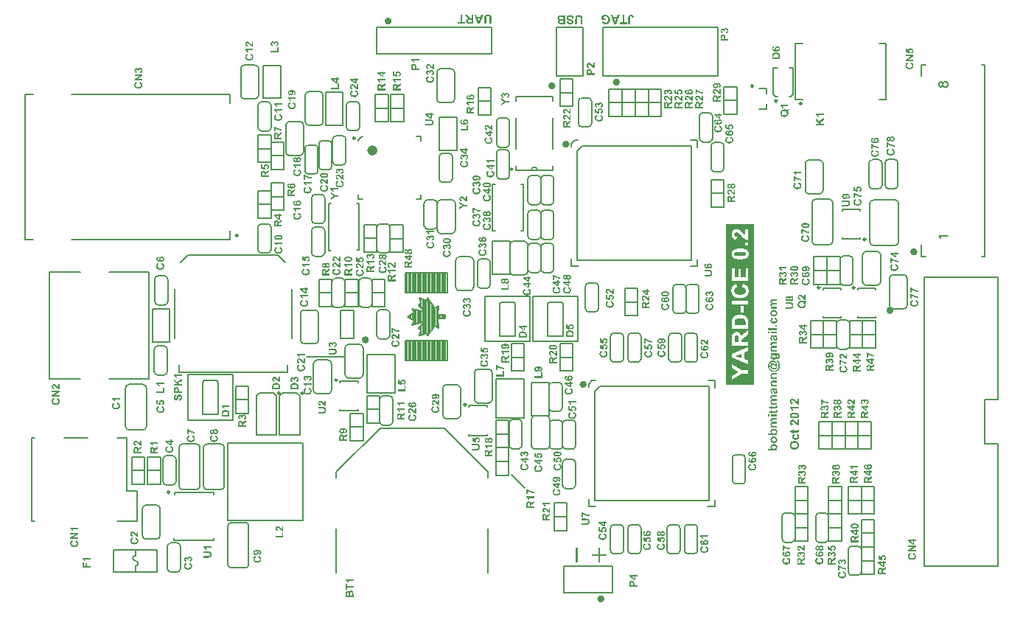
<source format=gto>
%FSLAX44Y44*%
%MOMM*%
G71*
G01*
G75*
G04 Layer_Color=65535*
%ADD10R,0.9000X0.8500*%
%ADD11R,0.9000X0.9000*%
%ADD12O,1.8000X0.4000*%
%ADD13R,2.0000X2.4000*%
%ADD14R,1.4500X1.1500*%
%ADD15R,0.7000X2.0000*%
%ADD16R,1.1000X0.5500*%
%ADD17R,0.8000X1.2000*%
%ADD18R,1.4000X1.2000*%
%ADD19R,1.9000X1.3000*%
%ADD20R,3.6000X5.0000*%
%ADD21C,15.0000*%
%ADD22R,2.8000X2.4000*%
%ADD23O,2.2000X0.6000*%
%ADD24R,2.0500X3.6000*%
%ADD25R,8.1000X2.8000*%
%ADD26R,1.4000X2.0000*%
%ADD27R,1.4000X2.2000*%
%ADD28R,1.4000X1.0000*%
%ADD29R,1.8000X1.4000*%
%ADD30R,2.4000X1.8000*%
%ADD31O,0.2500X1.3500*%
%ADD32O,1.3500X0.2500*%
%ADD33O,0.2500X1.4000*%
%ADD34O,1.4000X0.2500*%
%ADD35R,4.0000X1.8000*%
%ADD36R,5.0000X0.6000*%
%ADD37R,5.0000X0.8000*%
%ADD38R,1.0000X0.6000*%
%ADD39R,2.6500X1.3500*%
%ADD40R,3.2000X1.2000*%
%ADD41R,5.6000X2.2000*%
%ADD42R,2.7000X1.4000*%
%ADD43R,1.0500X0.6000*%
%ADD44R,1.2000X1.0000*%
%ADD45C,0.2000*%
%ADD46C,0.1500*%
%ADD47C,0.2500*%
%ADD48C,0.3000*%
%ADD49C,0.9000*%
%ADD50C,0.8000*%
%ADD51C,0.6000*%
%ADD52C,0.7000*%
%ADD53C,0.7500*%
%ADD54C,1.0000*%
%ADD55C,1.4000*%
%ADD56C,1.2000*%
%ADD57C,0.5000*%
%ADD58C,0.4000*%
%ADD59C,1.4000*%
%ADD60C,2.7000*%
%ADD61R,1.8000X1.8000*%
%ADD62C,1.8000*%
%ADD63C,1.6000*%
%ADD64R,1.8000X1.8000*%
%ADD65C,0.7000*%
%ADD66C,2.0000*%
%ADD67C,0.1600*%
G36*
X-1035000Y-259323D02*
X-1040907Y-262963D01*
X-1035000D01*
Y-264634D01*
X-1043964D01*
Y-262885D01*
X-1037928Y-259181D01*
X-1043964D01*
Y-257510D01*
X-1035000D01*
Y-259323D01*
D02*
G37*
G36*
Y-253312D02*
X-1041490D01*
X-1041477Y-253325D01*
X-1041451Y-253351D01*
X-1041412Y-253403D01*
X-1041347Y-253481D01*
X-1041270Y-253572D01*
X-1041192Y-253675D01*
X-1041101Y-253805D01*
X-1040998Y-253947D01*
X-1040894Y-254103D01*
X-1040790Y-254271D01*
X-1040674Y-254452D01*
X-1040570Y-254647D01*
X-1040376Y-255061D01*
X-1040194Y-255528D01*
X-1041749D01*
Y-255515D01*
X-1041762Y-255502D01*
X-1041775Y-255463D01*
X-1041788Y-255411D01*
X-1041853Y-255282D01*
X-1041930Y-255100D01*
X-1042034Y-254880D01*
X-1042177Y-254634D01*
X-1042358Y-254362D01*
X-1042565Y-254077D01*
X-1042578Y-254064D01*
X-1042591Y-254038D01*
X-1042630Y-253999D01*
X-1042682Y-253947D01*
X-1042811Y-253805D01*
X-1042980Y-253649D01*
X-1043187Y-253468D01*
X-1043446Y-253287D01*
X-1043718Y-253118D01*
X-1044016Y-252989D01*
Y-251590D01*
X-1035000D01*
Y-253312D01*
D02*
G37*
G36*
X-834000Y300476D02*
X-834039D01*
X-834091Y300489D01*
X-834156Y300502D01*
X-834233Y300515D01*
X-834324Y300528D01*
X-834557Y300580D01*
X-834816Y300658D01*
X-835101Y300761D01*
X-835412Y300891D01*
X-835710Y301059D01*
X-835723D01*
X-835749Y301085D01*
X-835801Y301111D01*
X-835852Y301163D01*
X-835943Y301215D01*
X-836034Y301292D01*
X-836150Y301383D01*
X-836280Y301487D01*
X-836435Y301603D01*
X-836591Y301746D01*
X-836772Y301901D01*
X-836966Y302083D01*
X-837161Y302277D01*
X-837381Y302497D01*
X-837614Y302730D01*
X-837860Y302989D01*
X-837873Y303002D01*
X-837912Y303041D01*
X-837964Y303093D01*
X-838042Y303171D01*
X-838119Y303274D01*
X-838223Y303378D01*
X-838456Y303611D01*
X-838702Y303844D01*
X-838948Y304077D01*
X-839052Y304181D01*
X-839169Y304285D01*
X-839259Y304362D01*
X-839337Y304414D01*
X-839363Y304427D01*
X-839428Y304466D01*
X-839531Y304531D01*
X-839674Y304596D01*
X-839829Y304660D01*
X-840011Y304725D01*
X-840192Y304764D01*
X-840386Y304777D01*
X-840477D01*
X-840594Y304764D01*
X-840723Y304738D01*
X-840866Y304699D01*
X-841008Y304647D01*
X-841151Y304570D01*
X-841280Y304466D01*
X-841293Y304453D01*
X-841332Y304414D01*
X-841384Y304336D01*
X-841436Y304246D01*
X-841487Y304116D01*
X-841539Y303974D01*
X-841578Y303805D01*
X-841591Y303611D01*
Y303585D01*
Y303520D01*
X-841578Y303417D01*
X-841552Y303300D01*
X-841513Y303158D01*
X-841449Y303015D01*
X-841371Y302873D01*
X-841267Y302743D01*
X-841254Y302730D01*
X-841202Y302691D01*
X-841125Y302640D01*
X-841008Y302588D01*
X-840866Y302523D01*
X-840671Y302471D01*
X-840451Y302419D01*
X-840192Y302393D01*
X-840360Y300683D01*
X-840373D01*
X-840425Y300696D01*
X-840490D01*
X-840594Y300722D01*
X-840710Y300735D01*
X-840840Y300774D01*
X-840982Y300813D01*
X-841151Y300852D01*
X-841475Y300981D01*
X-841811Y301137D01*
X-841980Y301240D01*
X-842135Y301357D01*
X-842265Y301487D01*
X-842394Y301629D01*
X-842407Y301642D01*
X-842420Y301668D01*
X-842446Y301707D01*
X-842498Y301772D01*
X-842537Y301849D01*
X-842589Y301953D01*
X-842653Y302057D01*
X-842705Y302186D01*
X-842770Y302329D01*
X-842822Y302484D01*
X-842925Y302821D01*
X-842990Y303222D01*
X-843003Y303430D01*
X-843016Y303650D01*
Y303663D01*
Y303715D01*
Y303779D01*
X-843003Y303870D01*
X-842990Y303987D01*
X-842977Y304116D01*
X-842951Y304259D01*
X-842925Y304414D01*
X-842835Y304751D01*
X-842705Y305088D01*
X-842627Y305269D01*
X-842537Y305425D01*
X-842420Y305593D01*
X-842291Y305735D01*
X-842278Y305748D01*
X-842265Y305774D01*
X-842213Y305800D01*
X-842161Y305852D01*
X-842096Y305917D01*
X-842006Y305982D01*
X-841915Y306046D01*
X-841798Y306124D01*
X-841539Y306254D01*
X-841241Y306383D01*
X-841073Y306435D01*
X-840891Y306461D01*
X-840697Y306487D01*
X-840503Y306500D01*
X-840399D01*
X-840283Y306487D01*
X-840140Y306474D01*
X-839959Y306448D01*
X-839764Y306409D01*
X-839557Y306357D01*
X-839350Y306280D01*
X-839324Y306267D01*
X-839259Y306241D01*
X-839143Y306189D01*
X-839000Y306111D01*
X-838832Y306021D01*
X-838637Y305904D01*
X-838430Y305761D01*
X-838210Y305593D01*
X-838197Y305580D01*
X-838132Y305528D01*
X-838042Y305450D01*
X-837912Y305334D01*
X-837757Y305179D01*
X-837549Y304984D01*
X-837329Y304751D01*
X-837057Y304466D01*
X-837044Y304453D01*
X-837031Y304427D01*
X-836992Y304388D01*
X-836941Y304336D01*
X-836811Y304194D01*
X-836656Y304026D01*
X-836487Y303857D01*
X-836319Y303689D01*
X-836176Y303533D01*
X-836112Y303482D01*
X-836060Y303430D01*
X-836047Y303417D01*
X-836021Y303391D01*
X-835969Y303352D01*
X-835904Y303300D01*
X-835762Y303183D01*
X-835593Y303080D01*
Y306500D01*
X-834000D01*
Y300476D01*
D02*
G37*
G36*
X-1037682Y-266215D02*
X-1037604Y-266241D01*
X-1037500Y-266279D01*
X-1037383Y-266331D01*
X-1037241Y-266383D01*
X-1037086Y-266448D01*
X-1036917Y-266526D01*
X-1036567Y-266707D01*
X-1036205Y-266940D01*
X-1035855Y-267225D01*
X-1035699Y-267381D01*
X-1035557Y-267549D01*
X-1035544Y-267562D01*
X-1035531Y-267588D01*
X-1035492Y-267640D01*
X-1035440Y-267717D01*
X-1035389Y-267808D01*
X-1035337Y-267925D01*
X-1035272Y-268054D01*
X-1035207Y-268197D01*
X-1035129Y-268365D01*
X-1035065Y-268546D01*
X-1035013Y-268741D01*
X-1034961Y-268948D01*
X-1034909Y-269168D01*
X-1034870Y-269414D01*
X-1034857Y-269660D01*
X-1034845Y-269932D01*
Y-269958D01*
Y-270010D01*
X-1034857Y-270101D01*
X-1034870Y-270230D01*
X-1034883Y-270373D01*
X-1034909Y-270554D01*
X-1034948Y-270749D01*
X-1035000Y-270969D01*
X-1035065Y-271189D01*
X-1035143Y-271422D01*
X-1035246Y-271668D01*
X-1035363Y-271914D01*
X-1035492Y-272160D01*
X-1035661Y-272407D01*
X-1035842Y-272640D01*
X-1036062Y-272860D01*
X-1036075Y-272873D01*
X-1036114Y-272912D01*
X-1036192Y-272964D01*
X-1036282Y-273041D01*
X-1036412Y-273119D01*
X-1036554Y-273223D01*
X-1036736Y-273326D01*
X-1036943Y-273430D01*
X-1037163Y-273534D01*
X-1037409Y-273637D01*
X-1037694Y-273741D01*
X-1037992Y-273819D01*
X-1038303Y-273896D01*
X-1038653Y-273948D01*
X-1039016Y-273987D01*
X-1039404Y-274000D01*
X-1039508D01*
X-1039625Y-273987D01*
X-1039780D01*
X-1039961Y-273961D01*
X-1040182Y-273935D01*
X-1040415Y-273909D01*
X-1040687Y-273857D01*
X-1040959Y-273793D01*
X-1041244Y-273715D01*
X-1041529Y-273624D01*
X-1041827Y-273508D01*
X-1042112Y-273378D01*
X-1042384Y-273223D01*
X-1042643Y-273054D01*
X-1042889Y-272847D01*
X-1042902Y-272834D01*
X-1042941Y-272795D01*
X-1043006Y-272731D01*
X-1043083Y-272640D01*
X-1043174Y-272523D01*
X-1043278Y-272381D01*
X-1043394Y-272225D01*
X-1043511Y-272031D01*
X-1043627Y-271824D01*
X-1043744Y-271604D01*
X-1043848Y-271344D01*
X-1043938Y-271085D01*
X-1044016Y-270787D01*
X-1044081Y-270490D01*
X-1044120Y-270153D01*
X-1044133Y-269816D01*
Y-269803D01*
Y-269738D01*
Y-269660D01*
X-1044120Y-269544D01*
X-1044107Y-269401D01*
X-1044081Y-269246D01*
X-1044055Y-269065D01*
X-1044016Y-268870D01*
X-1043964Y-268663D01*
X-1043899Y-268443D01*
X-1043822Y-268223D01*
X-1043718Y-267989D01*
X-1043614Y-267769D01*
X-1043485Y-267562D01*
X-1043329Y-267342D01*
X-1043161Y-267147D01*
Y-267134D01*
X-1043135Y-267121D01*
X-1043096Y-267083D01*
X-1043057Y-267044D01*
X-1042993Y-266992D01*
X-1042915Y-266940D01*
X-1042734Y-266798D01*
X-1042500Y-266655D01*
X-1042215Y-266500D01*
X-1041891Y-266357D01*
X-1041516Y-266228D01*
X-1041088Y-268015D01*
X-1041101D01*
X-1041114Y-268028D01*
X-1041153D01*
X-1041205Y-268054D01*
X-1041321Y-268093D01*
X-1041477Y-268158D01*
X-1041658Y-268248D01*
X-1041840Y-268365D01*
X-1042021Y-268521D01*
X-1042177Y-268689D01*
X-1042189Y-268715D01*
X-1042241Y-268780D01*
X-1042306Y-268883D01*
X-1042384Y-269026D01*
X-1042461Y-269207D01*
X-1042526Y-269414D01*
X-1042578Y-269648D01*
X-1042591Y-269907D01*
Y-269919D01*
Y-269945D01*
Y-269997D01*
X-1042578Y-270075D01*
X-1042565Y-270153D01*
X-1042552Y-270256D01*
X-1042500Y-270476D01*
X-1042410Y-270736D01*
X-1042280Y-271008D01*
X-1042202Y-271150D01*
X-1042112Y-271280D01*
X-1041995Y-271409D01*
X-1041866Y-271526D01*
X-1041853D01*
X-1041827Y-271552D01*
X-1041788Y-271578D01*
X-1041723Y-271616D01*
X-1041645Y-271668D01*
X-1041555Y-271720D01*
X-1041438Y-271772D01*
X-1041309Y-271824D01*
X-1041153Y-271889D01*
X-1040985Y-271940D01*
X-1040790Y-271992D01*
X-1040583Y-272044D01*
X-1040350Y-272083D01*
X-1040104Y-272109D01*
X-1039832Y-272122D01*
X-1039534Y-272135D01*
X-1039365D01*
X-1039262Y-272122D01*
X-1039119D01*
X-1038951Y-272096D01*
X-1038783Y-272083D01*
X-1038588Y-272057D01*
X-1038187Y-271979D01*
X-1037785Y-271876D01*
X-1037591Y-271811D01*
X-1037409Y-271720D01*
X-1037241Y-271629D01*
X-1037098Y-271526D01*
X-1037086Y-271513D01*
X-1037073Y-271500D01*
X-1037034Y-271461D01*
X-1036982Y-271409D01*
X-1036878Y-271280D01*
X-1036749Y-271098D01*
X-1036606Y-270878D01*
X-1036503Y-270606D01*
X-1036412Y-270295D01*
X-1036399Y-270127D01*
X-1036386Y-269945D01*
Y-269932D01*
Y-269919D01*
Y-269881D01*
X-1036399Y-269829D01*
X-1036412Y-269686D01*
X-1036438Y-269518D01*
X-1036503Y-269337D01*
X-1036580Y-269129D01*
X-1036684Y-268922D01*
X-1036840Y-268715D01*
X-1036865Y-268689D01*
X-1036930Y-268624D01*
X-1037034Y-268533D01*
X-1037189Y-268430D01*
X-1037396Y-268300D01*
X-1037643Y-268184D01*
X-1037941Y-268067D01*
X-1038290Y-267963D01*
X-1037746Y-266202D01*
X-1037733D01*
X-1037682Y-266215D01*
D02*
G37*
G36*
X-885442Y-279112D02*
X-885105D01*
X-884729Y-279138D01*
X-884341Y-279164D01*
X-884172Y-279177D01*
X-884004Y-279203D01*
X-883848Y-279229D01*
X-883706Y-279255D01*
X-883693D01*
X-883680Y-279268D01*
X-883641D01*
X-883602Y-279281D01*
X-883473Y-279320D01*
X-883317Y-279371D01*
X-883136Y-279449D01*
X-882955Y-279540D01*
X-882760Y-279656D01*
X-882579Y-279799D01*
X-882553Y-279812D01*
X-882501Y-279864D01*
X-882424Y-279954D01*
X-882320Y-280071D01*
X-882203Y-280226D01*
X-882087Y-280408D01*
X-881957Y-280615D01*
X-881854Y-280848D01*
Y-280861D01*
X-881841Y-280874D01*
X-881828Y-280913D01*
X-881815Y-280965D01*
X-881789Y-281029D01*
X-881763Y-281107D01*
X-881737Y-281211D01*
X-881724Y-281315D01*
X-881672Y-281561D01*
X-881620Y-281859D01*
X-881595Y-282195D01*
X-881582Y-282571D01*
Y-282584D01*
Y-282623D01*
Y-282688D01*
Y-282778D01*
X-881595Y-282895D01*
Y-283011D01*
X-881608Y-283154D01*
X-881620Y-283297D01*
X-881646Y-283607D01*
X-881698Y-283931D01*
X-881776Y-284255D01*
X-881815Y-284398D01*
X-881867Y-284527D01*
Y-284540D01*
X-881880Y-284553D01*
X-881918Y-284631D01*
X-881983Y-284760D01*
X-882074Y-284903D01*
X-882190Y-285071D01*
X-882320Y-285252D01*
X-882475Y-285421D01*
X-882644Y-285576D01*
X-882670Y-285589D01*
X-882722Y-285641D01*
X-882825Y-285706D01*
X-882955Y-285784D01*
X-883097Y-285861D01*
X-883266Y-285952D01*
X-883447Y-286017D01*
X-883641Y-286082D01*
X-883654D01*
X-883680Y-286095D01*
X-883719D01*
X-883784Y-286108D01*
X-883861Y-286120D01*
X-883965Y-286133D01*
X-884082Y-286146D01*
X-884211Y-286159D01*
X-884367Y-286185D01*
X-884535Y-286198D01*
X-884716Y-286211D01*
X-884924Y-286224D01*
X-885144Y-286237D01*
X-885390D01*
X-885649Y-286250D01*
X-890714D01*
Y-284436D01*
X-885455D01*
X-885222Y-284424D01*
X-884963D01*
X-884716Y-284410D01*
X-884600Y-284398D01*
X-884496D01*
X-884418Y-284385D01*
X-884341Y-284372D01*
X-884315D01*
X-884250Y-284346D01*
X-884146Y-284307D01*
X-884017Y-284255D01*
X-883875Y-284190D01*
X-883732Y-284087D01*
X-883577Y-283970D01*
X-883447Y-283828D01*
X-883434Y-283802D01*
X-883395Y-283750D01*
X-883343Y-283646D01*
X-883291Y-283517D01*
X-883227Y-283335D01*
X-883175Y-283128D01*
X-883136Y-282895D01*
X-883123Y-282623D01*
Y-282610D01*
Y-282584D01*
Y-282545D01*
Y-282493D01*
X-883136Y-282364D01*
X-883162Y-282195D01*
X-883201Y-282001D01*
X-883253Y-281820D01*
X-883330Y-281625D01*
X-883434Y-281470D01*
X-883447Y-281457D01*
X-883486Y-281405D01*
X-883551Y-281340D01*
X-883641Y-281263D01*
X-883758Y-281185D01*
X-883887Y-281107D01*
X-884030Y-281042D01*
X-884198Y-281004D01*
X-884224D01*
X-884289Y-280991D01*
X-884406Y-280978D01*
X-884561Y-280952D01*
X-884665D01*
X-884781Y-280939D01*
X-884911D01*
X-885040Y-280926D01*
X-885196D01*
X-885364Y-280913D01*
X-890714D01*
Y-279099D01*
X-885597D01*
X-885442Y-279112D01*
D02*
G37*
G36*
X-962250Y-157817D02*
X-962289D01*
X-962341Y-157804D01*
X-962405Y-157791D01*
X-962483Y-157778D01*
X-962574Y-157765D01*
X-962807Y-157713D01*
X-963066Y-157636D01*
X-963351Y-157532D01*
X-963662Y-157402D01*
X-963960Y-157234D01*
X-963973D01*
X-963999Y-157208D01*
X-964051Y-157182D01*
X-964102Y-157130D01*
X-964193Y-157079D01*
X-964284Y-157001D01*
X-964400Y-156910D01*
X-964530Y-156806D01*
X-964685Y-156690D01*
X-964841Y-156547D01*
X-965022Y-156392D01*
X-965217Y-156211D01*
X-965411Y-156016D01*
X-965631Y-155796D01*
X-965864Y-155563D01*
X-966110Y-155304D01*
X-966123Y-155291D01*
X-966162Y-155252D01*
X-966214Y-155200D01*
X-966292Y-155122D01*
X-966369Y-155019D01*
X-966473Y-154915D01*
X-966706Y-154682D01*
X-966952Y-154449D01*
X-967198Y-154216D01*
X-967302Y-154112D01*
X-967419Y-154009D01*
X-967509Y-153931D01*
X-967587Y-153879D01*
X-967613Y-153866D01*
X-967678Y-153827D01*
X-967781Y-153762D01*
X-967924Y-153698D01*
X-968079Y-153633D01*
X-968261Y-153568D01*
X-968442Y-153529D01*
X-968636Y-153516D01*
X-968727D01*
X-968844Y-153529D01*
X-968973Y-153555D01*
X-969116Y-153594D01*
X-969258Y-153646D01*
X-969401Y-153723D01*
X-969530Y-153827D01*
X-969543Y-153840D01*
X-969582Y-153879D01*
X-969634Y-153957D01*
X-969686Y-154047D01*
X-969737Y-154177D01*
X-969789Y-154319D01*
X-969828Y-154488D01*
X-969841Y-154682D01*
Y-154708D01*
Y-154773D01*
X-969828Y-154876D01*
X-969802Y-154993D01*
X-969763Y-155135D01*
X-969698Y-155278D01*
X-969621Y-155421D01*
X-969517Y-155550D01*
X-969504Y-155563D01*
X-969452Y-155602D01*
X-969375Y-155654D01*
X-969258Y-155705D01*
X-969116Y-155770D01*
X-968921Y-155822D01*
X-968701Y-155874D01*
X-968442Y-155900D01*
X-968610Y-157610D01*
X-968623D01*
X-968675Y-157597D01*
X-968740D01*
X-968844Y-157571D01*
X-968960Y-157558D01*
X-969090Y-157519D01*
X-969232Y-157480D01*
X-969401Y-157441D01*
X-969725Y-157312D01*
X-970061Y-157156D01*
X-970230Y-157053D01*
X-970385Y-156936D01*
X-970515Y-156806D01*
X-970644Y-156664D01*
X-970657Y-156651D01*
X-970670Y-156625D01*
X-970696Y-156586D01*
X-970748Y-156522D01*
X-970787Y-156444D01*
X-970838Y-156340D01*
X-970903Y-156237D01*
X-970955Y-156107D01*
X-971020Y-155964D01*
X-971072Y-155809D01*
X-971175Y-155472D01*
X-971240Y-155071D01*
X-971253Y-154863D01*
X-971266Y-154643D01*
Y-154630D01*
Y-154579D01*
Y-154514D01*
X-971253Y-154423D01*
X-971240Y-154306D01*
X-971227Y-154177D01*
X-971201Y-154034D01*
X-971175Y-153879D01*
X-971085Y-153542D01*
X-970955Y-153205D01*
X-970877Y-153024D01*
X-970787Y-152868D01*
X-970670Y-152700D01*
X-970541Y-152558D01*
X-970528Y-152545D01*
X-970515Y-152519D01*
X-970463Y-152493D01*
X-970411Y-152441D01*
X-970346Y-152376D01*
X-970256Y-152311D01*
X-970165Y-152247D01*
X-970048Y-152169D01*
X-969789Y-152039D01*
X-969491Y-151910D01*
X-969323Y-151858D01*
X-969141Y-151832D01*
X-968947Y-151806D01*
X-968753Y-151793D01*
X-968649D01*
X-968533Y-151806D01*
X-968390Y-151819D01*
X-968209Y-151845D01*
X-968015Y-151884D01*
X-967807Y-151936D01*
X-967600Y-152014D01*
X-967574Y-152027D01*
X-967509Y-152052D01*
X-967393Y-152104D01*
X-967250Y-152182D01*
X-967082Y-152273D01*
X-966888Y-152389D01*
X-966680Y-152532D01*
X-966460Y-152700D01*
X-966447Y-152713D01*
X-966382Y-152765D01*
X-966292Y-152843D01*
X-966162Y-152959D01*
X-966007Y-153115D01*
X-965799Y-153309D01*
X-965579Y-153542D01*
X-965307Y-153827D01*
X-965294Y-153840D01*
X-965281Y-153866D01*
X-965242Y-153905D01*
X-965191Y-153957D01*
X-965061Y-154099D01*
X-964906Y-154268D01*
X-964737Y-154436D01*
X-964569Y-154604D01*
X-964426Y-154760D01*
X-964361Y-154812D01*
X-964310Y-154863D01*
X-964297Y-154876D01*
X-964271Y-154902D01*
X-964219Y-154941D01*
X-964154Y-154993D01*
X-964012Y-155110D01*
X-963843Y-155213D01*
Y-151793D01*
X-962250D01*
Y-157817D01*
D02*
G37*
G36*
X-943250Y-160619D02*
X-945193Y-161914D01*
X-945206Y-161927D01*
X-945245Y-161940D01*
X-945297Y-161979D01*
X-945361Y-162031D01*
X-945439Y-162083D01*
X-945543Y-162148D01*
X-945750Y-162290D01*
X-945983Y-162458D01*
X-946191Y-162614D01*
X-946385Y-162756D01*
X-946450Y-162821D01*
X-946514Y-162873D01*
X-946527Y-162886D01*
X-946553Y-162912D01*
X-946605Y-162964D01*
X-946670Y-163028D01*
X-946722Y-163119D01*
X-946786Y-163210D01*
X-946838Y-163313D01*
X-946890Y-163417D01*
Y-163430D01*
X-946903Y-163469D01*
X-946929Y-163533D01*
X-946942Y-163637D01*
X-946968Y-163767D01*
X-946981Y-163922D01*
X-946994Y-164104D01*
Y-164324D01*
Y-164686D01*
X-943250D01*
Y-166500D01*
X-952214D01*
Y-162691D01*
Y-162679D01*
Y-162627D01*
Y-162549D01*
Y-162458D01*
X-952201Y-162342D01*
Y-162199D01*
X-952188Y-162057D01*
Y-161888D01*
X-952149Y-161552D01*
X-952111Y-161202D01*
X-952046Y-160878D01*
X-952007Y-160735D01*
X-951968Y-160606D01*
Y-160593D01*
X-951955Y-160580D01*
X-951916Y-160502D01*
X-951852Y-160386D01*
X-951774Y-160230D01*
X-951644Y-160062D01*
X-951502Y-159894D01*
X-951320Y-159725D01*
X-951100Y-159570D01*
X-951087D01*
X-951074Y-159557D01*
X-951035Y-159531D01*
X-950996Y-159505D01*
X-950867Y-159440D01*
X-950699Y-159362D01*
X-950491Y-159298D01*
X-950258Y-159233D01*
X-949986Y-159181D01*
X-949701Y-159168D01*
X-949597D01*
X-949533Y-159181D01*
X-949442D01*
X-949351Y-159194D01*
X-949118Y-159246D01*
X-948846Y-159311D01*
X-948574Y-159414D01*
X-948289Y-159570D01*
X-948160Y-159660D01*
X-948030Y-159764D01*
X-948017Y-159777D01*
X-948004Y-159790D01*
X-947965Y-159829D01*
X-947926Y-159881D01*
X-947875Y-159932D01*
X-947810Y-160010D01*
X-947745Y-160101D01*
X-947680Y-160204D01*
X-947602Y-160321D01*
X-947538Y-160463D01*
X-947473Y-160606D01*
X-947408Y-160761D01*
X-947344Y-160943D01*
X-947292Y-161124D01*
X-947240Y-161318D01*
X-947201Y-161539D01*
Y-161526D01*
X-947188Y-161513D01*
X-947136Y-161435D01*
X-947071Y-161331D01*
X-946981Y-161202D01*
X-946864Y-161046D01*
X-946748Y-160891D01*
X-946605Y-160723D01*
X-946450Y-160580D01*
X-946437Y-160567D01*
X-946372Y-160502D01*
X-946268Y-160425D01*
X-946113Y-160308D01*
X-945919Y-160152D01*
X-945789Y-160075D01*
X-945659Y-159984D01*
X-945517Y-159881D01*
X-945361Y-159777D01*
X-945180Y-159660D01*
X-944999Y-159544D01*
X-943250Y-158443D01*
Y-160619D01*
D02*
G37*
G36*
X-881750Y-274902D02*
X-888240D01*
X-888227Y-274915D01*
X-888201Y-274941D01*
X-888162Y-274993D01*
X-888098Y-275071D01*
X-888020Y-275161D01*
X-887942Y-275265D01*
X-887851Y-275394D01*
X-887748Y-275537D01*
X-887644Y-275693D01*
X-887540Y-275861D01*
X-887424Y-276042D01*
X-887320Y-276237D01*
X-887126Y-276651D01*
X-886945Y-277117D01*
X-888499D01*
Y-277104D01*
X-888512Y-277092D01*
X-888525Y-277053D01*
X-888538Y-277001D01*
X-888603Y-276871D01*
X-888680Y-276690D01*
X-888784Y-276470D01*
X-888926Y-276224D01*
X-889108Y-275952D01*
X-889315Y-275667D01*
X-889328Y-275654D01*
X-889341Y-275628D01*
X-889380Y-275589D01*
X-889432Y-275537D01*
X-889561Y-275394D01*
X-889730Y-275239D01*
X-889937Y-275058D01*
X-890196Y-274876D01*
X-890468Y-274708D01*
X-890766Y-274578D01*
Y-273179D01*
X-881750D01*
Y-274902D01*
D02*
G37*
G36*
X-962250Y-160369D02*
X-964193Y-161664D01*
X-964206Y-161677D01*
X-964245Y-161690D01*
X-964297Y-161729D01*
X-964361Y-161781D01*
X-964439Y-161833D01*
X-964543Y-161898D01*
X-964750Y-162040D01*
X-964983Y-162208D01*
X-965191Y-162364D01*
X-965385Y-162506D01*
X-965450Y-162571D01*
X-965514Y-162623D01*
X-965527Y-162636D01*
X-965553Y-162662D01*
X-965605Y-162714D01*
X-965670Y-162778D01*
X-965722Y-162869D01*
X-965786Y-162960D01*
X-965838Y-163063D01*
X-965890Y-163167D01*
Y-163180D01*
X-965903Y-163219D01*
X-965929Y-163284D01*
X-965942Y-163387D01*
X-965968Y-163517D01*
X-965981Y-163672D01*
X-965994Y-163853D01*
Y-164074D01*
Y-164436D01*
X-962250D01*
Y-166250D01*
X-971214D01*
Y-162442D01*
Y-162429D01*
Y-162377D01*
Y-162299D01*
Y-162208D01*
X-971201Y-162092D01*
Y-161949D01*
X-971188Y-161807D01*
Y-161638D01*
X-971149Y-161302D01*
X-971111Y-160952D01*
X-971046Y-160628D01*
X-971007Y-160485D01*
X-970968Y-160356D01*
Y-160343D01*
X-970955Y-160330D01*
X-970916Y-160252D01*
X-970851Y-160136D01*
X-970774Y-159980D01*
X-970644Y-159812D01*
X-970502Y-159643D01*
X-970320Y-159475D01*
X-970100Y-159320D01*
X-970087D01*
X-970074Y-159307D01*
X-970035Y-159281D01*
X-969996Y-159255D01*
X-969867Y-159190D01*
X-969698Y-159112D01*
X-969491Y-159048D01*
X-969258Y-158983D01*
X-968986Y-158931D01*
X-968701Y-158918D01*
X-968597D01*
X-968533Y-158931D01*
X-968442D01*
X-968351Y-158944D01*
X-968118Y-158996D01*
X-967846Y-159060D01*
X-967574Y-159164D01*
X-967289Y-159320D01*
X-967160Y-159410D01*
X-967030Y-159514D01*
X-967017Y-159527D01*
X-967004Y-159540D01*
X-966965Y-159579D01*
X-966926Y-159630D01*
X-966875Y-159682D01*
X-966810Y-159760D01*
X-966745Y-159851D01*
X-966680Y-159954D01*
X-966602Y-160071D01*
X-966538Y-160213D01*
X-966473Y-160356D01*
X-966408Y-160511D01*
X-966344Y-160693D01*
X-966292Y-160874D01*
X-966240Y-161068D01*
X-966201Y-161289D01*
Y-161276D01*
X-966188Y-161263D01*
X-966136Y-161185D01*
X-966071Y-161081D01*
X-965981Y-160952D01*
X-965864Y-160796D01*
X-965748Y-160641D01*
X-965605Y-160473D01*
X-965450Y-160330D01*
X-965437Y-160317D01*
X-965372Y-160252D01*
X-965268Y-160175D01*
X-965113Y-160058D01*
X-964919Y-159903D01*
X-964789Y-159825D01*
X-964659Y-159734D01*
X-964517Y-159630D01*
X-964361Y-159527D01*
X-964180Y-159410D01*
X-963999Y-159294D01*
X-962250Y-158193D01*
Y-160369D01*
D02*
G37*
G36*
X-694750Y52822D02*
X-701240D01*
X-701227Y52809D01*
X-701201Y52783D01*
X-701162Y52731D01*
X-701097Y52653D01*
X-701020Y52563D01*
X-700942Y52459D01*
X-700851Y52330D01*
X-700748Y52187D01*
X-700644Y52032D01*
X-700540Y51863D01*
X-700424Y51682D01*
X-700320Y51487D01*
X-700126Y51073D01*
X-699945Y50607D01*
X-701499D01*
Y50620D01*
X-701512Y50633D01*
X-701525Y50671D01*
X-701538Y50723D01*
X-701603Y50853D01*
X-701680Y51034D01*
X-701784Y51254D01*
X-701926Y51501D01*
X-702108Y51772D01*
X-702315Y52057D01*
X-702328Y52070D01*
X-702341Y52096D01*
X-702380Y52135D01*
X-702432Y52187D01*
X-702561Y52330D01*
X-702730Y52485D01*
X-702937Y52666D01*
X-703196Y52848D01*
X-703468Y53016D01*
X-703766Y53146D01*
Y54545D01*
X-694750D01*
Y52822D01*
D02*
G37*
G36*
X-697237Y63004D02*
X-697133Y62991D01*
X-697017Y62965D01*
X-696874Y62939D01*
X-696732Y62913D01*
X-696421Y62809D01*
X-696253Y62732D01*
X-696071Y62654D01*
X-695903Y62550D01*
X-695734Y62434D01*
X-695566Y62304D01*
X-695411Y62149D01*
X-695398Y62136D01*
X-695372Y62110D01*
X-695333Y62058D01*
X-695281Y61993D01*
X-695216Y61902D01*
X-695152Y61812D01*
X-695074Y61682D01*
X-694996Y61553D01*
X-694918Y61410D01*
X-694841Y61242D01*
X-694776Y61061D01*
X-694711Y60879D01*
X-694659Y60672D01*
X-694621Y60465D01*
X-694594Y60231D01*
X-694582Y59998D01*
Y59985D01*
Y59946D01*
Y59882D01*
X-694594Y59791D01*
X-694607Y59687D01*
X-694621Y59571D01*
X-694646Y59441D01*
X-694672Y59286D01*
X-694750Y58975D01*
X-694880Y58638D01*
X-694957Y58457D01*
X-695048Y58301D01*
X-695164Y58133D01*
X-695281Y57977D01*
X-695294Y57965D01*
X-695320Y57939D01*
X-695359Y57900D01*
X-695411Y57848D01*
X-695475Y57783D01*
X-695566Y57718D01*
X-695657Y57641D01*
X-695773Y57563D01*
X-695903Y57485D01*
X-696032Y57395D01*
X-696343Y57252D01*
X-696706Y57136D01*
X-696900Y57084D01*
X-697108Y57058D01*
X-697315Y58716D01*
X-697289D01*
X-697211Y58729D01*
X-697095Y58755D01*
X-696952Y58794D01*
X-696797Y58858D01*
X-696628Y58923D01*
X-696473Y59027D01*
X-696330Y59143D01*
X-696317Y59156D01*
X-696279Y59208D01*
X-696227Y59286D01*
X-696175Y59377D01*
X-696110Y59506D01*
X-696058Y59648D01*
X-696020Y59804D01*
X-696006Y59985D01*
Y60011D01*
X-696020Y60076D01*
X-696032Y60167D01*
X-696058Y60296D01*
X-696110Y60439D01*
X-696175Y60581D01*
X-696279Y60737D01*
X-696408Y60879D01*
X-696421Y60892D01*
X-696486Y60944D01*
X-696577Y60996D01*
X-696693Y61073D01*
X-696849Y61138D01*
X-697043Y61203D01*
X-697263Y61242D01*
X-697509Y61255D01*
X-697613D01*
X-697729Y61242D01*
X-697885Y61216D01*
X-698053Y61164D01*
X-698222Y61099D01*
X-698390Y61009D01*
X-698546Y60892D01*
X-698559Y60879D01*
X-698610Y60827D01*
X-698675Y60750D01*
X-698740Y60659D01*
X-698818Y60529D01*
X-698869Y60387D01*
X-698921Y60231D01*
X-698934Y60050D01*
Y60037D01*
Y59985D01*
Y59921D01*
X-698921Y59830D01*
X-698908Y59713D01*
X-698882Y59571D01*
X-698844Y59428D01*
X-698805Y59260D01*
X-700191Y59441D01*
Y59454D01*
Y59467D01*
Y59506D01*
Y59558D01*
X-700204Y59687D01*
X-700217Y59843D01*
X-700255Y60011D01*
X-700307Y60193D01*
X-700385Y60361D01*
X-700489Y60517D01*
X-700502Y60529D01*
X-700553Y60581D01*
X-700618Y60633D01*
X-700722Y60711D01*
X-700838Y60775D01*
X-700981Y60840D01*
X-701149Y60879D01*
X-701344Y60892D01*
X-701421D01*
X-701499Y60879D01*
X-701603Y60853D01*
X-701719Y60827D01*
X-701836Y60775D01*
X-701965Y60711D01*
X-702069Y60620D01*
X-702082Y60607D01*
X-702108Y60568D01*
X-702160Y60517D01*
X-702212Y60426D01*
X-702250Y60322D01*
X-702302Y60206D01*
X-702328Y60050D01*
X-702341Y59895D01*
Y59882D01*
Y59817D01*
X-702328Y59739D01*
X-702302Y59636D01*
X-702263Y59519D01*
X-702212Y59390D01*
X-702134Y59260D01*
X-702030Y59143D01*
X-702017Y59130D01*
X-701978Y59092D01*
X-701901Y59040D01*
X-701797Y58975D01*
X-701680Y58910D01*
X-701525Y58858D01*
X-701344Y58807D01*
X-701136Y58768D01*
X-701395Y57187D01*
X-701408D01*
X-701434Y57200D01*
X-701473D01*
X-701538Y57213D01*
X-701680Y57252D01*
X-701875Y57304D01*
X-702082Y57382D01*
X-702302Y57459D01*
X-702509Y57563D01*
X-702704Y57680D01*
X-702730Y57692D01*
X-702782Y57744D01*
X-702872Y57822D01*
X-702989Y57926D01*
X-703105Y58055D01*
X-703235Y58211D01*
X-703364Y58405D01*
X-703481Y58612D01*
Y58625D01*
X-703494Y58638D01*
X-703520Y58716D01*
X-703572Y58845D01*
X-703624Y59001D01*
X-703675Y59195D01*
X-703727Y59428D01*
X-703753Y59675D01*
X-703766Y59946D01*
Y59959D01*
Y59998D01*
Y60063D01*
X-703753Y60154D01*
X-703740Y60270D01*
X-703727Y60387D01*
X-703701Y60529D01*
X-703662Y60672D01*
X-703572Y60996D01*
X-703507Y61164D01*
X-703416Y61346D01*
X-703326Y61514D01*
X-703222Y61669D01*
X-703092Y61838D01*
X-702950Y61980D01*
X-702937Y61993D01*
X-702924Y62006D01*
X-702885Y62045D01*
X-702833Y62084D01*
X-702704Y62188D01*
X-702522Y62304D01*
X-702302Y62421D01*
X-702043Y62511D01*
X-701758Y62589D01*
X-701616Y62602D01*
X-701460Y62615D01*
X-701408D01*
X-701344Y62602D01*
X-701266Y62589D01*
X-701162Y62576D01*
X-701046Y62550D01*
X-700916Y62511D01*
X-700774Y62460D01*
X-700631Y62382D01*
X-700476Y62304D01*
X-700320Y62200D01*
X-700165Y62071D01*
X-700009Y61915D01*
X-699854Y61747D01*
X-699711Y61553D01*
X-699569Y61320D01*
Y61333D01*
X-699556Y61358D01*
Y61397D01*
X-699530Y61449D01*
X-699491Y61592D01*
X-699413Y61760D01*
X-699310Y61954D01*
X-699180Y62162D01*
X-699012Y62369D01*
X-698818Y62550D01*
X-698792Y62576D01*
X-698714Y62628D01*
X-698597Y62693D01*
X-698429Y62783D01*
X-698235Y62874D01*
X-697989Y62939D01*
X-697729Y62991D01*
X-697431Y63017D01*
X-697315D01*
X-697237Y63004D01*
D02*
G37*
G36*
X-684051Y271162D02*
X-682250D01*
Y269503D01*
X-684051D01*
Y265825D01*
X-685540D01*
X-691253Y269711D01*
Y271162D01*
X-685553D01*
Y272276D01*
X-684051D01*
Y271162D01*
D02*
G37*
G36*
X-694750Y47381D02*
X-696693Y46086D01*
X-696706Y46073D01*
X-696745Y46060D01*
X-696797Y46021D01*
X-696861Y45969D01*
X-696939Y45917D01*
X-697043Y45852D01*
X-697250Y45710D01*
X-697483Y45542D01*
X-697691Y45386D01*
X-697885Y45244D01*
X-697950Y45179D01*
X-698014Y45127D01*
X-698027Y45114D01*
X-698053Y45088D01*
X-698105Y45036D01*
X-698170Y44972D01*
X-698222Y44881D01*
X-698286Y44790D01*
X-698338Y44687D01*
X-698390Y44583D01*
Y44570D01*
X-698403Y44531D01*
X-698429Y44467D01*
X-698442Y44363D01*
X-698468Y44233D01*
X-698481Y44078D01*
X-698494Y43896D01*
Y43676D01*
Y43314D01*
X-694750D01*
Y41500D01*
X-703714D01*
Y45308D01*
Y45321D01*
Y45373D01*
Y45451D01*
Y45542D01*
X-703701Y45658D01*
Y45801D01*
X-703688Y45943D01*
Y46112D01*
X-703649Y46448D01*
X-703611Y46798D01*
X-703546Y47122D01*
X-703507Y47264D01*
X-703468Y47394D01*
Y47407D01*
X-703455Y47420D01*
X-703416Y47498D01*
X-703352Y47614D01*
X-703274Y47770D01*
X-703144Y47938D01*
X-703002Y48106D01*
X-702820Y48275D01*
X-702600Y48430D01*
X-702587D01*
X-702574Y48443D01*
X-702535Y48469D01*
X-702496Y48495D01*
X-702367Y48560D01*
X-702198Y48638D01*
X-701991Y48702D01*
X-701758Y48767D01*
X-701486Y48819D01*
X-701201Y48832D01*
X-701097D01*
X-701033Y48819D01*
X-700942D01*
X-700851Y48806D01*
X-700618Y48754D01*
X-700346Y48689D01*
X-700074Y48586D01*
X-699789Y48430D01*
X-699660Y48340D01*
X-699530Y48236D01*
X-699517Y48223D01*
X-699504Y48210D01*
X-699465Y48171D01*
X-699426Y48120D01*
X-699375Y48068D01*
X-699310Y47990D01*
X-699245Y47899D01*
X-699180Y47796D01*
X-699102Y47679D01*
X-699038Y47537D01*
X-698973Y47394D01*
X-698908Y47239D01*
X-698844Y47057D01*
X-698792Y46876D01*
X-698740Y46682D01*
X-698701Y46461D01*
Y46474D01*
X-698688Y46487D01*
X-698636Y46565D01*
X-698571Y46669D01*
X-698481Y46798D01*
X-698364Y46954D01*
X-698248Y47109D01*
X-698105Y47277D01*
X-697950Y47420D01*
X-697937Y47433D01*
X-697872Y47498D01*
X-697768Y47575D01*
X-697613Y47692D01*
X-697419Y47847D01*
X-697289Y47925D01*
X-697159Y48016D01*
X-697017Y48120D01*
X-696861Y48223D01*
X-696680Y48340D01*
X-696499Y48456D01*
X-694750Y49557D01*
Y47381D01*
D02*
G37*
G36*
X-683431Y48285D02*
X-683354Y48259D01*
X-683250Y48221D01*
X-683133Y48169D01*
X-682991Y48117D01*
X-682836Y48052D01*
X-682667Y47975D01*
X-682317Y47793D01*
X-681955Y47560D01*
X-681605Y47275D01*
X-681450Y47119D01*
X-681307Y46951D01*
X-681294Y46938D01*
X-681281Y46912D01*
X-681242Y46860D01*
X-681190Y46783D01*
X-681139Y46692D01*
X-681087Y46575D01*
X-681022Y46446D01*
X-680957Y46303D01*
X-680880Y46135D01*
X-680815Y45954D01*
X-680763Y45759D01*
X-680711Y45552D01*
X-680659Y45332D01*
X-680620Y45086D01*
X-680608Y44840D01*
X-680594Y44568D01*
Y44542D01*
Y44490D01*
X-680608Y44399D01*
X-680620Y44270D01*
X-680633Y44127D01*
X-680659Y43946D01*
X-680698Y43751D01*
X-680750Y43531D01*
X-680815Y43311D01*
X-680892Y43078D01*
X-680996Y42832D01*
X-681113Y42586D01*
X-681242Y42340D01*
X-681411Y42093D01*
X-681592Y41860D01*
X-681812Y41640D01*
X-681825Y41627D01*
X-681864Y41588D01*
X-681942Y41536D01*
X-682032Y41459D01*
X-682162Y41381D01*
X-682305Y41277D01*
X-682486Y41174D01*
X-682693Y41070D01*
X-682913Y40966D01*
X-683159Y40863D01*
X-683444Y40759D01*
X-683742Y40681D01*
X-684053Y40604D01*
X-684403Y40552D01*
X-684766Y40513D01*
X-685154Y40500D01*
X-685258D01*
X-685375Y40513D01*
X-685530D01*
X-685711Y40539D01*
X-685932Y40565D01*
X-686165Y40591D01*
X-686437Y40642D01*
X-686709Y40707D01*
X-686994Y40785D01*
X-687279Y40876D01*
X-687577Y40992D01*
X-687862Y41122D01*
X-688134Y41277D01*
X-688393Y41446D01*
X-688639Y41653D01*
X-688652Y41666D01*
X-688691Y41705D01*
X-688756Y41769D01*
X-688833Y41860D01*
X-688924Y41977D01*
X-689028Y42119D01*
X-689144Y42275D01*
X-689261Y42469D01*
X-689377Y42676D01*
X-689494Y42896D01*
X-689598Y43156D01*
X-689688Y43415D01*
X-689766Y43713D01*
X-689831Y44011D01*
X-689870Y44347D01*
X-689883Y44684D01*
Y44697D01*
Y44762D01*
Y44840D01*
X-689870Y44956D01*
X-689857Y45099D01*
X-689831Y45254D01*
X-689805Y45436D01*
X-689766Y45630D01*
X-689714Y45837D01*
X-689649Y46057D01*
X-689572Y46277D01*
X-689468Y46511D01*
X-689364Y46731D01*
X-689235Y46938D01*
X-689079Y47158D01*
X-688911Y47353D01*
Y47366D01*
X-688885Y47379D01*
X-688846Y47417D01*
X-688807Y47456D01*
X-688743Y47508D01*
X-688665Y47560D01*
X-688484Y47702D01*
X-688250Y47845D01*
X-687965Y48000D01*
X-687642Y48143D01*
X-687266Y48272D01*
X-686838Y46485D01*
X-686851D01*
X-686864Y46472D01*
X-686903D01*
X-686955Y46446D01*
X-687072Y46407D01*
X-687227Y46342D01*
X-687408Y46252D01*
X-687590Y46135D01*
X-687771Y45979D01*
X-687926Y45811D01*
X-687940Y45785D01*
X-687991Y45721D01*
X-688056Y45617D01*
X-688134Y45474D01*
X-688212Y45293D01*
X-688276Y45086D01*
X-688328Y44852D01*
X-688341Y44594D01*
Y44580D01*
Y44555D01*
Y44503D01*
X-688328Y44425D01*
X-688315Y44347D01*
X-688302Y44244D01*
X-688250Y44023D01*
X-688160Y43764D01*
X-688030Y43492D01*
X-687952Y43350D01*
X-687862Y43220D01*
X-687745Y43091D01*
X-687616Y42974D01*
X-687603D01*
X-687577Y42948D01*
X-687538Y42922D01*
X-687473Y42884D01*
X-687395Y42832D01*
X-687305Y42780D01*
X-687188Y42728D01*
X-687059Y42676D01*
X-686903Y42611D01*
X-686735Y42560D01*
X-686540Y42508D01*
X-686333Y42456D01*
X-686100Y42417D01*
X-685854Y42391D01*
X-685582Y42378D01*
X-685284Y42365D01*
X-685116D01*
X-685012Y42378D01*
X-684869D01*
X-684701Y42404D01*
X-684533Y42417D01*
X-684338Y42443D01*
X-683937Y42521D01*
X-683535Y42625D01*
X-683341Y42689D01*
X-683159Y42780D01*
X-682991Y42871D01*
X-682849Y42974D01*
X-682836Y42987D01*
X-682823Y43000D01*
X-682784Y43039D01*
X-682732Y43091D01*
X-682628Y43220D01*
X-682499Y43402D01*
X-682356Y43622D01*
X-682253Y43894D01*
X-682162Y44205D01*
X-682149Y44373D01*
X-682136Y44555D01*
Y44568D01*
Y44580D01*
Y44619D01*
X-682149Y44671D01*
X-682162Y44814D01*
X-682188Y44982D01*
X-682253Y45163D01*
X-682330Y45371D01*
X-682434Y45578D01*
X-682589Y45785D01*
X-682615Y45811D01*
X-682680Y45876D01*
X-682784Y45967D01*
X-682939Y46070D01*
X-683147Y46200D01*
X-683393Y46316D01*
X-683691Y46433D01*
X-684040Y46537D01*
X-683496Y48298D01*
X-683483D01*
X-683431Y48285D01*
D02*
G37*
G36*
X-836682Y292535D02*
X-836604Y292509D01*
X-836500Y292471D01*
X-836384Y292419D01*
X-836241Y292367D01*
X-836086Y292302D01*
X-835917Y292225D01*
X-835567Y292043D01*
X-835205Y291810D01*
X-834855Y291525D01*
X-834699Y291369D01*
X-834557Y291201D01*
X-834544Y291188D01*
X-834531Y291162D01*
X-834492Y291110D01*
X-834440Y291033D01*
X-834389Y290942D01*
X-834337Y290825D01*
X-834272Y290696D01*
X-834207Y290553D01*
X-834129Y290385D01*
X-834065Y290204D01*
X-834013Y290009D01*
X-833961Y289802D01*
X-833909Y289582D01*
X-833870Y289336D01*
X-833857Y289090D01*
X-833845Y288818D01*
Y288792D01*
Y288740D01*
X-833857Y288649D01*
X-833870Y288520D01*
X-833883Y288377D01*
X-833909Y288196D01*
X-833948Y288001D01*
X-834000Y287781D01*
X-834065Y287561D01*
X-834143Y287328D01*
X-834246Y287082D01*
X-834363Y286836D01*
X-834492Y286590D01*
X-834661Y286343D01*
X-834842Y286110D01*
X-835062Y285890D01*
X-835075Y285877D01*
X-835114Y285838D01*
X-835192Y285786D01*
X-835283Y285709D01*
X-835412Y285631D01*
X-835555Y285527D01*
X-835736Y285424D01*
X-835943Y285320D01*
X-836163Y285216D01*
X-836410Y285113D01*
X-836694Y285009D01*
X-836992Y284931D01*
X-837303Y284854D01*
X-837653Y284802D01*
X-838016Y284763D01*
X-838404Y284750D01*
X-838508D01*
X-838625Y284763D01*
X-838780D01*
X-838961Y284789D01*
X-839182Y284815D01*
X-839415Y284841D01*
X-839687Y284893D01*
X-839959Y284957D01*
X-840244Y285035D01*
X-840529Y285126D01*
X-840827Y285242D01*
X-841112Y285372D01*
X-841384Y285527D01*
X-841643Y285696D01*
X-841889Y285903D01*
X-841902Y285916D01*
X-841941Y285955D01*
X-842006Y286019D01*
X-842083Y286110D01*
X-842174Y286227D01*
X-842278Y286369D01*
X-842394Y286525D01*
X-842511Y286719D01*
X-842627Y286926D01*
X-842744Y287146D01*
X-842848Y287406D01*
X-842938Y287665D01*
X-843016Y287963D01*
X-843081Y288260D01*
X-843120Y288597D01*
X-843133Y288934D01*
Y288947D01*
Y289012D01*
Y289090D01*
X-843120Y289206D01*
X-843107Y289349D01*
X-843081Y289504D01*
X-843055Y289685D01*
X-843016Y289880D01*
X-842964Y290087D01*
X-842899Y290307D01*
X-842822Y290527D01*
X-842718Y290761D01*
X-842614Y290981D01*
X-842485Y291188D01*
X-842329Y291408D01*
X-842161Y291603D01*
Y291616D01*
X-842135Y291629D01*
X-842096Y291667D01*
X-842057Y291706D01*
X-841993Y291758D01*
X-841915Y291810D01*
X-841733Y291952D01*
X-841500Y292095D01*
X-841215Y292250D01*
X-840891Y292393D01*
X-840516Y292522D01*
X-840088Y290735D01*
X-840101D01*
X-840114Y290722D01*
X-840153D01*
X-840205Y290696D01*
X-840322Y290657D01*
X-840477Y290592D01*
X-840658Y290502D01*
X-840840Y290385D01*
X-841021Y290229D01*
X-841177Y290061D01*
X-841189Y290035D01*
X-841241Y289970D01*
X-841306Y289867D01*
X-841384Y289724D01*
X-841461Y289543D01*
X-841526Y289336D01*
X-841578Y289102D01*
X-841591Y288843D01*
Y288831D01*
Y288805D01*
Y288753D01*
X-841578Y288675D01*
X-841565Y288597D01*
X-841552Y288494D01*
X-841500Y288274D01*
X-841410Y288014D01*
X-841280Y287742D01*
X-841202Y287600D01*
X-841112Y287470D01*
X-840995Y287341D01*
X-840866Y287224D01*
X-840853D01*
X-840827Y287198D01*
X-840788Y287172D01*
X-840723Y287134D01*
X-840645Y287082D01*
X-840555Y287030D01*
X-840438Y286978D01*
X-840309Y286926D01*
X-840153Y286861D01*
X-839985Y286810D01*
X-839790Y286758D01*
X-839583Y286706D01*
X-839350Y286667D01*
X-839104Y286641D01*
X-838832Y286628D01*
X-838534Y286615D01*
X-838365D01*
X-838262Y286628D01*
X-838119D01*
X-837951Y286654D01*
X-837783Y286667D01*
X-837588Y286693D01*
X-837187Y286771D01*
X-836785Y286875D01*
X-836591Y286939D01*
X-836410Y287030D01*
X-836241Y287121D01*
X-836099Y287224D01*
X-836086Y287237D01*
X-836073Y287250D01*
X-836034Y287289D01*
X-835982Y287341D01*
X-835878Y287470D01*
X-835749Y287652D01*
X-835606Y287872D01*
X-835503Y288144D01*
X-835412Y288455D01*
X-835399Y288623D01*
X-835386Y288805D01*
Y288818D01*
Y288831D01*
Y288869D01*
X-835399Y288921D01*
X-835412Y289064D01*
X-835438Y289232D01*
X-835503Y289413D01*
X-835580Y289621D01*
X-835684Y289828D01*
X-835839Y290035D01*
X-835865Y290061D01*
X-835930Y290126D01*
X-836034Y290217D01*
X-836189Y290320D01*
X-836396Y290450D01*
X-836643Y290566D01*
X-836941Y290683D01*
X-837290Y290787D01*
X-836746Y292548D01*
X-836733D01*
X-836682Y292535D01*
D02*
G37*
G36*
X-834000Y296396D02*
X-840490D01*
X-840477Y296383D01*
X-840451Y296357D01*
X-840412Y296305D01*
X-840348Y296227D01*
X-840270Y296137D01*
X-840192Y296033D01*
X-840101Y295903D01*
X-839998Y295761D01*
X-839894Y295606D01*
X-839790Y295437D01*
X-839674Y295256D01*
X-839570Y295061D01*
X-839376Y294647D01*
X-839195Y294181D01*
X-840749D01*
Y294193D01*
X-840762Y294206D01*
X-840775Y294245D01*
X-840788Y294297D01*
X-840853Y294427D01*
X-840930Y294608D01*
X-841034Y294828D01*
X-841177Y295074D01*
X-841358Y295346D01*
X-841565Y295631D01*
X-841578Y295644D01*
X-841591Y295670D01*
X-841630Y295709D01*
X-841682Y295761D01*
X-841811Y295903D01*
X-841980Y296059D01*
X-842187Y296240D01*
X-842446Y296422D01*
X-842718Y296590D01*
X-843016Y296719D01*
Y298118D01*
X-834000D01*
Y296396D01*
D02*
G37*
G36*
X-680750Y49257D02*
X-680789D01*
X-680841Y49270D01*
X-680905Y49283D01*
X-680983Y49296D01*
X-681074Y49309D01*
X-681307Y49360D01*
X-681566Y49438D01*
X-681851Y49542D01*
X-682162Y49671D01*
X-682460Y49840D01*
X-682473D01*
X-682499Y49866D01*
X-682551Y49892D01*
X-682602Y49943D01*
X-682693Y49995D01*
X-682784Y50073D01*
X-682900Y50164D01*
X-683030Y50267D01*
X-683185Y50384D01*
X-683341Y50526D01*
X-683522Y50682D01*
X-683717Y50863D01*
X-683911Y51058D01*
X-684131Y51278D01*
X-684364Y51511D01*
X-684610Y51770D01*
X-684623Y51783D01*
X-684662Y51822D01*
X-684714Y51874D01*
X-684792Y51951D01*
X-684869Y52055D01*
X-684973Y52159D01*
X-685206Y52392D01*
X-685452Y52625D01*
X-685698Y52858D01*
X-685802Y52962D01*
X-685919Y53065D01*
X-686009Y53143D01*
X-686087Y53195D01*
X-686113Y53208D01*
X-686178Y53247D01*
X-686281Y53312D01*
X-686424Y53376D01*
X-686579Y53441D01*
X-686761Y53506D01*
X-686942Y53545D01*
X-687136Y53558D01*
X-687227D01*
X-687344Y53545D01*
X-687473Y53519D01*
X-687616Y53480D01*
X-687758Y53428D01*
X-687901Y53350D01*
X-688030Y53247D01*
X-688043Y53234D01*
X-688082Y53195D01*
X-688134Y53117D01*
X-688186Y53026D01*
X-688237Y52897D01*
X-688289Y52755D01*
X-688328Y52586D01*
X-688341Y52392D01*
Y52366D01*
Y52301D01*
X-688328Y52197D01*
X-688302Y52081D01*
X-688263Y51938D01*
X-688198Y51796D01*
X-688121Y51653D01*
X-688017Y51524D01*
X-688004Y51511D01*
X-687952Y51472D01*
X-687875Y51420D01*
X-687758Y51368D01*
X-687616Y51304D01*
X-687421Y51252D01*
X-687201Y51200D01*
X-686942Y51174D01*
X-687110Y49464D01*
X-687123D01*
X-687175Y49477D01*
X-687240D01*
X-687344Y49503D01*
X-687460Y49516D01*
X-687590Y49555D01*
X-687732Y49594D01*
X-687901Y49633D01*
X-688224Y49762D01*
X-688561Y49918D01*
X-688730Y50021D01*
X-688885Y50138D01*
X-689015Y50267D01*
X-689144Y50410D01*
X-689157Y50423D01*
X-689170Y50449D01*
X-689196Y50487D01*
X-689248Y50552D01*
X-689287Y50630D01*
X-689339Y50734D01*
X-689403Y50837D01*
X-689455Y50967D01*
X-689520Y51109D01*
X-689572Y51265D01*
X-689675Y51602D01*
X-689740Y52003D01*
X-689753Y52210D01*
X-689766Y52431D01*
Y52444D01*
Y52495D01*
Y52560D01*
X-689753Y52651D01*
X-689740Y52767D01*
X-689727Y52897D01*
X-689701Y53039D01*
X-689675Y53195D01*
X-689585Y53532D01*
X-689455Y53868D01*
X-689377Y54050D01*
X-689287Y54205D01*
X-689170Y54374D01*
X-689041Y54516D01*
X-689028Y54529D01*
X-689015Y54555D01*
X-688963Y54581D01*
X-688911Y54633D01*
X-688846Y54698D01*
X-688756Y54762D01*
X-688665Y54827D01*
X-688548Y54905D01*
X-688289Y55034D01*
X-687991Y55164D01*
X-687823Y55216D01*
X-687642Y55242D01*
X-687447Y55268D01*
X-687253Y55280D01*
X-687149D01*
X-687033Y55268D01*
X-686890Y55255D01*
X-686709Y55229D01*
X-686515Y55190D01*
X-686307Y55138D01*
X-686100Y55060D01*
X-686074Y55047D01*
X-686009Y55021D01*
X-685893Y54970D01*
X-685750Y54892D01*
X-685582Y54801D01*
X-685387Y54685D01*
X-685180Y54542D01*
X-684960Y54374D01*
X-684947Y54361D01*
X-684882Y54309D01*
X-684792Y54231D01*
X-684662Y54115D01*
X-684507Y53959D01*
X-684299Y53765D01*
X-684079Y53532D01*
X-683807Y53247D01*
X-683794Y53234D01*
X-683781Y53208D01*
X-683742Y53169D01*
X-683691Y53117D01*
X-683561Y52975D01*
X-683406Y52806D01*
X-683237Y52638D01*
X-683069Y52470D01*
X-682926Y52314D01*
X-682861Y52262D01*
X-682810Y52210D01*
X-682797Y52197D01*
X-682771Y52172D01*
X-682719Y52133D01*
X-682654Y52081D01*
X-682512Y51964D01*
X-682343Y51861D01*
Y55280D01*
X-680750D01*
Y49257D01*
D02*
G37*
G36*
X-683172Y62315D02*
X-683069Y62302D01*
X-682939Y62289D01*
X-682810Y62263D01*
X-682667Y62224D01*
X-682343Y62133D01*
X-682175Y62068D01*
X-682007Y61991D01*
X-681838Y61900D01*
X-681670Y61783D01*
X-681514Y61667D01*
X-681359Y61524D01*
X-681346Y61511D01*
X-681320Y61486D01*
X-681281Y61447D01*
X-681242Y61382D01*
X-681178Y61304D01*
X-681113Y61200D01*
X-681048Y61097D01*
X-680970Y60967D01*
X-680892Y60825D01*
X-680828Y60656D01*
X-680763Y60488D01*
X-680698Y60307D01*
X-680659Y60099D01*
X-680620Y59879D01*
X-680594Y59659D01*
X-680582Y59413D01*
Y59400D01*
Y59361D01*
Y59296D01*
X-680594Y59206D01*
X-680608Y59102D01*
X-680620Y58985D01*
X-680633Y58856D01*
X-680659Y58700D01*
X-680737Y58376D01*
X-680854Y58040D01*
X-680918Y57871D01*
X-681009Y57703D01*
X-681100Y57534D01*
X-681216Y57379D01*
X-681229Y57366D01*
X-681255Y57340D01*
X-681294Y57288D01*
X-681359Y57224D01*
X-681437Y57159D01*
X-681527Y57081D01*
X-681644Y56990D01*
X-681760Y56900D01*
X-681903Y56809D01*
X-682058Y56718D01*
X-682227Y56641D01*
X-682421Y56576D01*
X-682615Y56511D01*
X-682836Y56459D01*
X-683056Y56433D01*
X-683302Y56420D01*
X-683431D01*
X-683574Y56433D01*
X-683742Y56459D01*
X-683950Y56511D01*
X-684183Y56563D01*
X-684416Y56654D01*
X-684649Y56770D01*
X-684662D01*
X-684675Y56783D01*
X-684753Y56835D01*
X-684856Y56926D01*
X-684999Y57055D01*
X-685154Y57211D01*
X-685310Y57405D01*
X-685452Y57638D01*
X-685595Y57910D01*
Y57897D01*
X-685608Y57884D01*
X-685647Y57807D01*
X-685711Y57690D01*
X-685789Y57547D01*
X-685906Y57379D01*
X-686035Y57224D01*
X-686191Y57068D01*
X-686359Y56939D01*
X-686385Y56926D01*
X-686450Y56887D01*
X-686540Y56848D01*
X-686683Y56796D01*
X-686838Y56731D01*
X-687033Y56693D01*
X-687227Y56654D01*
X-687447Y56641D01*
X-687538D01*
X-687616Y56654D01*
X-687693Y56667D01*
X-687797Y56680D01*
X-688030Y56731D01*
X-688289Y56809D01*
X-688574Y56939D01*
X-688704Y57016D01*
X-688846Y57107D01*
X-688976Y57224D01*
X-689105Y57340D01*
X-689118Y57353D01*
X-689131Y57379D01*
X-689170Y57418D01*
X-689209Y57470D01*
X-689261Y57547D01*
X-689313Y57625D01*
X-689377Y57729D01*
X-689442Y57858D01*
X-689494Y57988D01*
X-689559Y58130D01*
X-689611Y58299D01*
X-689662Y58480D01*
X-689701Y58675D01*
X-689740Y58882D01*
X-689753Y59102D01*
X-689766Y59335D01*
Y59348D01*
Y59387D01*
Y59465D01*
X-689753Y59542D01*
X-689740Y59659D01*
X-689727Y59776D01*
X-689714Y59918D01*
X-689688Y60061D01*
X-689611Y60384D01*
X-689494Y60721D01*
X-689416Y60877D01*
X-689325Y61045D01*
X-689222Y61188D01*
X-689105Y61330D01*
X-689092Y61343D01*
X-689079Y61356D01*
X-689041Y61395D01*
X-688989Y61447D01*
X-688924Y61498D01*
X-688846Y61550D01*
X-688652Y61693D01*
X-688406Y61822D01*
X-688134Y61926D01*
X-687810Y62017D01*
X-687629Y62030D01*
X-687447Y62042D01*
X-687344D01*
X-687227Y62030D01*
X-687072Y62004D01*
X-686903Y61965D01*
X-686722Y61900D01*
X-686527Y61822D01*
X-686333Y61706D01*
X-686307Y61693D01*
X-686255Y61641D01*
X-686165Y61576D01*
X-686061Y61473D01*
X-685932Y61343D01*
X-685815Y61188D01*
X-685698Y61006D01*
X-685595Y60799D01*
Y60812D01*
X-685582Y60838D01*
X-685569Y60877D01*
X-685543Y60929D01*
X-685465Y61058D01*
X-685362Y61226D01*
X-685245Y61408D01*
X-685090Y61602D01*
X-684908Y61783D01*
X-684701Y61939D01*
X-684675Y61952D01*
X-684597Y62004D01*
X-684481Y62068D01*
X-684325Y62133D01*
X-684131Y62211D01*
X-683898Y62263D01*
X-683652Y62315D01*
X-683380Y62327D01*
X-683263D01*
X-683172Y62315D01*
D02*
G37*
G36*
X-989681Y-108215D02*
X-989604Y-108241D01*
X-989500Y-108279D01*
X-989383Y-108331D01*
X-989241Y-108383D01*
X-989086Y-108448D01*
X-988917Y-108525D01*
X-988567Y-108707D01*
X-988205Y-108940D01*
X-987855Y-109225D01*
X-987700Y-109381D01*
X-987557Y-109549D01*
X-987544Y-109562D01*
X-987531Y-109588D01*
X-987492Y-109640D01*
X-987440Y-109717D01*
X-987389Y-109808D01*
X-987337Y-109925D01*
X-987272Y-110054D01*
X-987207Y-110197D01*
X-987130Y-110365D01*
X-987065Y-110546D01*
X-987013Y-110741D01*
X-986961Y-110948D01*
X-986909Y-111168D01*
X-986870Y-111414D01*
X-986858Y-111660D01*
X-986845Y-111932D01*
Y-111958D01*
Y-112010D01*
X-986858Y-112101D01*
X-986870Y-112230D01*
X-986883Y-112373D01*
X-986909Y-112554D01*
X-986948Y-112748D01*
X-987000Y-112969D01*
X-987065Y-113189D01*
X-987142Y-113422D01*
X-987246Y-113668D01*
X-987363Y-113914D01*
X-987492Y-114160D01*
X-987661Y-114407D01*
X-987842Y-114640D01*
X-988062Y-114860D01*
X-988075Y-114873D01*
X-988114Y-114912D01*
X-988192Y-114964D01*
X-988282Y-115041D01*
X-988412Y-115119D01*
X-988555Y-115223D01*
X-988736Y-115326D01*
X-988943Y-115430D01*
X-989163Y-115534D01*
X-989409Y-115637D01*
X-989694Y-115741D01*
X-989992Y-115819D01*
X-990303Y-115896D01*
X-990653Y-115948D01*
X-991016Y-115987D01*
X-991404Y-116000D01*
X-991508D01*
X-991625Y-115987D01*
X-991780D01*
X-991961Y-115961D01*
X-992182Y-115935D01*
X-992415Y-115909D01*
X-992687Y-115857D01*
X-992959Y-115793D01*
X-993244Y-115715D01*
X-993529Y-115624D01*
X-993827Y-115508D01*
X-994112Y-115378D01*
X-994384Y-115223D01*
X-994643Y-115054D01*
X-994889Y-114847D01*
X-994902Y-114834D01*
X-994941Y-114795D01*
X-995006Y-114731D01*
X-995083Y-114640D01*
X-995174Y-114523D01*
X-995278Y-114381D01*
X-995394Y-114225D01*
X-995511Y-114031D01*
X-995627Y-113824D01*
X-995744Y-113603D01*
X-995848Y-113344D01*
X-995938Y-113085D01*
X-996016Y-112787D01*
X-996081Y-112490D01*
X-996120Y-112153D01*
X-996133Y-111816D01*
Y-111803D01*
Y-111738D01*
Y-111660D01*
X-996120Y-111544D01*
X-996107Y-111401D01*
X-996081Y-111246D01*
X-996055Y-111065D01*
X-996016Y-110870D01*
X-995964Y-110663D01*
X-995899Y-110443D01*
X-995822Y-110223D01*
X-995718Y-109989D01*
X-995614Y-109769D01*
X-995485Y-109562D01*
X-995329Y-109342D01*
X-995161Y-109147D01*
Y-109134D01*
X-995135Y-109121D01*
X-995096Y-109083D01*
X-995057Y-109044D01*
X-994993Y-108992D01*
X-994915Y-108940D01*
X-994734Y-108798D01*
X-994500Y-108655D01*
X-994215Y-108500D01*
X-993892Y-108357D01*
X-993516Y-108228D01*
X-993088Y-110015D01*
X-993101D01*
X-993114Y-110028D01*
X-993153D01*
X-993205Y-110054D01*
X-993322Y-110093D01*
X-993477Y-110158D01*
X-993658Y-110248D01*
X-993840Y-110365D01*
X-994021Y-110520D01*
X-994176Y-110689D01*
X-994190Y-110715D01*
X-994241Y-110779D01*
X-994306Y-110883D01*
X-994384Y-111026D01*
X-994462Y-111207D01*
X-994526Y-111414D01*
X-994578Y-111648D01*
X-994591Y-111906D01*
Y-111919D01*
Y-111945D01*
Y-111997D01*
X-994578Y-112075D01*
X-994565Y-112153D01*
X-994552Y-112256D01*
X-994500Y-112477D01*
X-994410Y-112736D01*
X-994280Y-113008D01*
X-994202Y-113150D01*
X-994112Y-113280D01*
X-993995Y-113409D01*
X-993866Y-113526D01*
X-993853D01*
X-993827Y-113552D01*
X-993788Y-113578D01*
X-993723Y-113617D01*
X-993645Y-113668D01*
X-993555Y-113720D01*
X-993438Y-113772D01*
X-993309Y-113824D01*
X-993153Y-113889D01*
X-992985Y-113940D01*
X-992790Y-113992D01*
X-992583Y-114044D01*
X-992350Y-114083D01*
X-992104Y-114109D01*
X-991832Y-114122D01*
X-991534Y-114135D01*
X-991366D01*
X-991262Y-114122D01*
X-991119D01*
X-990951Y-114096D01*
X-990783Y-114083D01*
X-990588Y-114057D01*
X-990187Y-113979D01*
X-989785Y-113876D01*
X-989591Y-113811D01*
X-989409Y-113720D01*
X-989241Y-113629D01*
X-989099Y-113526D01*
X-989086Y-113513D01*
X-989073Y-113500D01*
X-989034Y-113461D01*
X-988982Y-113409D01*
X-988878Y-113280D01*
X-988749Y-113098D01*
X-988606Y-112878D01*
X-988503Y-112606D01*
X-988412Y-112295D01*
X-988399Y-112127D01*
X-988386Y-111945D01*
Y-111932D01*
Y-111919D01*
Y-111881D01*
X-988399Y-111829D01*
X-988412Y-111686D01*
X-988438Y-111518D01*
X-988503Y-111337D01*
X-988580Y-111129D01*
X-988684Y-110922D01*
X-988839Y-110715D01*
X-988865Y-110689D01*
X-988930Y-110624D01*
X-989034Y-110533D01*
X-989189Y-110430D01*
X-989397Y-110300D01*
X-989643Y-110184D01*
X-989941Y-110067D01*
X-990290Y-109963D01*
X-989746Y-108202D01*
X-989733D01*
X-989681Y-108215D01*
D02*
G37*
G36*
X-987000Y-104354D02*
X-993490D01*
X-993477Y-104367D01*
X-993451Y-104393D01*
X-993412Y-104445D01*
X-993347Y-104523D01*
X-993270Y-104613D01*
X-993192Y-104717D01*
X-993101Y-104847D01*
X-992998Y-104989D01*
X-992894Y-105145D01*
X-992790Y-105313D01*
X-992674Y-105494D01*
X-992570Y-105689D01*
X-992376Y-106103D01*
X-992195Y-106569D01*
X-993749D01*
Y-106557D01*
X-993762Y-106544D01*
X-993775Y-106505D01*
X-993788Y-106453D01*
X-993853Y-106323D01*
X-993930Y-106142D01*
X-994034Y-105922D01*
X-994176Y-105676D01*
X-994358Y-105404D01*
X-994565Y-105119D01*
X-994578Y-105106D01*
X-994591Y-105080D01*
X-994630Y-105041D01*
X-994682Y-104989D01*
X-994811Y-104847D01*
X-994980Y-104691D01*
X-995187Y-104510D01*
X-995446Y-104328D01*
X-995718Y-104160D01*
X-996016Y-104031D01*
Y-102632D01*
X-987000D01*
Y-104354D01*
D02*
G37*
G36*
X-786106Y-85513D02*
X-786003D01*
X-785873Y-85526D01*
X-785731Y-85539D01*
X-785433Y-85564D01*
X-785122Y-85616D01*
X-784798Y-85694D01*
X-784487Y-85785D01*
X-784474D01*
X-784448Y-85798D01*
X-784397Y-85823D01*
X-784319Y-85849D01*
X-784241Y-85875D01*
X-784150Y-85927D01*
X-783917Y-86031D01*
X-783671Y-86160D01*
X-783399Y-86329D01*
X-783140Y-86523D01*
X-782894Y-86743D01*
X-782868Y-86769D01*
X-782816Y-86834D01*
X-782738Y-86938D01*
X-782635Y-87080D01*
X-782518Y-87261D01*
X-782402Y-87469D01*
X-782285Y-87728D01*
X-782181Y-88013D01*
Y-88026D01*
X-782168Y-88039D01*
Y-88077D01*
X-782156Y-88116D01*
X-782130Y-88259D01*
X-782091Y-88440D01*
X-782052Y-88660D01*
X-782026Y-88932D01*
X-782013Y-89256D01*
X-782000Y-89606D01*
Y-93000D01*
X-790964D01*
Y-89710D01*
Y-89697D01*
Y-89658D01*
Y-89606D01*
Y-89528D01*
Y-89425D01*
X-790951Y-89321D01*
X-790938Y-89075D01*
X-790925Y-88803D01*
X-790887Y-88518D01*
X-790848Y-88246D01*
X-790783Y-88000D01*
Y-87987D01*
X-790770Y-87961D01*
X-790757Y-87922D01*
X-790744Y-87870D01*
X-790679Y-87715D01*
X-790589Y-87533D01*
X-790472Y-87326D01*
X-790329Y-87093D01*
X-790161Y-86873D01*
X-789954Y-86652D01*
Y-86640D01*
X-789928Y-86627D01*
X-789850Y-86562D01*
X-789721Y-86458D01*
X-789552Y-86342D01*
X-789345Y-86199D01*
X-789099Y-86057D01*
X-788814Y-85914D01*
X-788503Y-85798D01*
X-788490D01*
X-788464Y-85785D01*
X-788412Y-85772D01*
X-788347Y-85746D01*
X-788270Y-85733D01*
X-788166Y-85707D01*
X-788049Y-85681D01*
X-787920Y-85642D01*
X-787777Y-85616D01*
X-787609Y-85590D01*
X-787441Y-85564D01*
X-787246Y-85551D01*
X-786845Y-85513D01*
X-786391Y-85500D01*
X-786210D01*
X-786106Y-85513D01*
D02*
G37*
G36*
X-784487Y-78466D02*
X-784383Y-78479D01*
X-784267Y-78505D01*
X-784125Y-78530D01*
X-783982Y-78556D01*
X-783671Y-78660D01*
X-783503Y-78738D01*
X-783321Y-78815D01*
X-783153Y-78919D01*
X-782984Y-79036D01*
X-782816Y-79165D01*
X-782661Y-79321D01*
X-782648Y-79334D01*
X-782622Y-79359D01*
X-782583Y-79411D01*
X-782531Y-79476D01*
X-782466Y-79567D01*
X-782402Y-79657D01*
X-782324Y-79787D01*
X-782246Y-79917D01*
X-782168Y-80059D01*
X-782091Y-80227D01*
X-782026Y-80409D01*
X-781961Y-80590D01*
X-781909Y-80797D01*
X-781870Y-81005D01*
X-781845Y-81238D01*
X-781832Y-81471D01*
Y-81484D01*
Y-81523D01*
Y-81587D01*
X-781845Y-81678D01*
X-781858Y-81782D01*
X-781870Y-81898D01*
X-781896Y-82028D01*
X-781922Y-82183D01*
X-782000Y-82494D01*
X-782130Y-82831D01*
X-782207Y-83013D01*
X-782298Y-83168D01*
X-782414Y-83336D01*
X-782531Y-83492D01*
X-782544Y-83505D01*
X-782570Y-83531D01*
X-782609Y-83569D01*
X-782661Y-83621D01*
X-782725Y-83686D01*
X-782816Y-83751D01*
X-782907Y-83829D01*
X-783023Y-83906D01*
X-783153Y-83984D01*
X-783282Y-84075D01*
X-783593Y-84217D01*
X-783956Y-84334D01*
X-784150Y-84386D01*
X-784358Y-84411D01*
X-784565Y-82753D01*
X-784539D01*
X-784461Y-82740D01*
X-784345Y-82715D01*
X-784202Y-82676D01*
X-784047Y-82611D01*
X-783878Y-82546D01*
X-783723Y-82443D01*
X-783580Y-82326D01*
X-783567Y-82313D01*
X-783529Y-82261D01*
X-783477Y-82183D01*
X-783425Y-82093D01*
X-783360Y-81963D01*
X-783308Y-81821D01*
X-783270Y-81665D01*
X-783257Y-81484D01*
Y-81458D01*
X-783270Y-81393D01*
X-783282Y-81302D01*
X-783308Y-81173D01*
X-783360Y-81031D01*
X-783425Y-80888D01*
X-783529Y-80733D01*
X-783658Y-80590D01*
X-783671Y-80577D01*
X-783736Y-80525D01*
X-783827Y-80473D01*
X-783943Y-80396D01*
X-784099Y-80331D01*
X-784293Y-80266D01*
X-784513Y-80227D01*
X-784759Y-80214D01*
X-784863D01*
X-784979Y-80227D01*
X-785135Y-80253D01*
X-785303Y-80305D01*
X-785472Y-80370D01*
X-785640Y-80461D01*
X-785796Y-80577D01*
X-785808Y-80590D01*
X-785860Y-80642D01*
X-785925Y-80720D01*
X-785990Y-80810D01*
X-786068Y-80940D01*
X-786119Y-81082D01*
X-786171Y-81238D01*
X-786184Y-81419D01*
Y-81432D01*
Y-81484D01*
Y-81549D01*
X-786171Y-81639D01*
X-786158Y-81756D01*
X-786132Y-81898D01*
X-786094Y-82041D01*
X-786055Y-82209D01*
X-787441Y-82028D01*
Y-82015D01*
Y-82002D01*
Y-81963D01*
Y-81911D01*
X-787454Y-81782D01*
X-787467Y-81626D01*
X-787505Y-81458D01*
X-787557Y-81277D01*
X-787635Y-81108D01*
X-787739Y-80953D01*
X-787752Y-80940D01*
X-787803Y-80888D01*
X-787868Y-80836D01*
X-787972Y-80758D01*
X-788088Y-80694D01*
X-788231Y-80629D01*
X-788399Y-80590D01*
X-788594Y-80577D01*
X-788671D01*
X-788749Y-80590D01*
X-788853Y-80616D01*
X-788969Y-80642D01*
X-789086Y-80694D01*
X-789215Y-80758D01*
X-789319Y-80849D01*
X-789332Y-80862D01*
X-789358Y-80901D01*
X-789410Y-80953D01*
X-789462Y-81043D01*
X-789500Y-81147D01*
X-789552Y-81264D01*
X-789578Y-81419D01*
X-789591Y-81575D01*
Y-81587D01*
Y-81652D01*
X-789578Y-81730D01*
X-789552Y-81834D01*
X-789513Y-81950D01*
X-789462Y-82080D01*
X-789384Y-82209D01*
X-789280Y-82326D01*
X-789267Y-82339D01*
X-789228Y-82378D01*
X-789151Y-82430D01*
X-789047Y-82494D01*
X-788930Y-82559D01*
X-788775Y-82611D01*
X-788594Y-82663D01*
X-788386Y-82702D01*
X-788645Y-84282D01*
X-788658D01*
X-788684Y-84269D01*
X-788723D01*
X-788788Y-84256D01*
X-788930Y-84217D01*
X-789125Y-84165D01*
X-789332Y-84088D01*
X-789552Y-84010D01*
X-789760Y-83906D01*
X-789954Y-83790D01*
X-789980Y-83777D01*
X-790032Y-83725D01*
X-790122Y-83647D01*
X-790239Y-83544D01*
X-790355Y-83414D01*
X-790485Y-83259D01*
X-790614Y-83064D01*
X-790731Y-82857D01*
Y-82844D01*
X-790744Y-82831D01*
X-790770Y-82753D01*
X-790822Y-82624D01*
X-790873Y-82468D01*
X-790925Y-82274D01*
X-790977Y-82041D01*
X-791003Y-81795D01*
X-791016Y-81523D01*
Y-81510D01*
Y-81471D01*
Y-81406D01*
X-791003Y-81315D01*
X-790990Y-81199D01*
X-790977Y-81082D01*
X-790951Y-80940D01*
X-790912Y-80797D01*
X-790822Y-80473D01*
X-790757Y-80305D01*
X-790666Y-80124D01*
X-790576Y-79955D01*
X-790472Y-79800D01*
X-790342Y-79632D01*
X-790200Y-79489D01*
X-790187Y-79476D01*
X-790174Y-79463D01*
X-790135Y-79424D01*
X-790083Y-79385D01*
X-789954Y-79282D01*
X-789772Y-79165D01*
X-789552Y-79049D01*
X-789293Y-78958D01*
X-789008Y-78880D01*
X-788866Y-78867D01*
X-788710Y-78854D01*
X-788658D01*
X-788594Y-78867D01*
X-788516Y-78880D01*
X-788412Y-78893D01*
X-788296Y-78919D01*
X-788166Y-78958D01*
X-788024Y-79010D01*
X-787881Y-79087D01*
X-787726Y-79165D01*
X-787570Y-79269D01*
X-787415Y-79398D01*
X-787259Y-79554D01*
X-787104Y-79722D01*
X-786961Y-79917D01*
X-786819Y-80150D01*
Y-80137D01*
X-786806Y-80111D01*
Y-80072D01*
X-786780Y-80020D01*
X-786741Y-79878D01*
X-786664Y-79709D01*
X-786560Y-79515D01*
X-786430Y-79308D01*
X-786262Y-79100D01*
X-786068Y-78919D01*
X-786042Y-78893D01*
X-785964Y-78841D01*
X-785847Y-78776D01*
X-785679Y-78686D01*
X-785485Y-78595D01*
X-785238Y-78530D01*
X-784979Y-78479D01*
X-784681Y-78453D01*
X-784565D01*
X-784487Y-78466D01*
D02*
G37*
G36*
X-968681Y-263215D02*
X-968604Y-263241D01*
X-968500Y-263279D01*
X-968383Y-263331D01*
X-968241Y-263383D01*
X-968086Y-263448D01*
X-967917Y-263526D01*
X-967567Y-263707D01*
X-967205Y-263940D01*
X-966855Y-264225D01*
X-966700Y-264380D01*
X-966557Y-264549D01*
X-966544Y-264562D01*
X-966531Y-264588D01*
X-966492Y-264640D01*
X-966440Y-264717D01*
X-966389Y-264808D01*
X-966337Y-264925D01*
X-966272Y-265054D01*
X-966207Y-265197D01*
X-966130Y-265365D01*
X-966065Y-265546D01*
X-966013Y-265741D01*
X-965961Y-265948D01*
X-965909Y-266168D01*
X-965871Y-266414D01*
X-965857Y-266660D01*
X-965845Y-266932D01*
Y-266958D01*
Y-267010D01*
X-965857Y-267101D01*
X-965871Y-267230D01*
X-965883Y-267373D01*
X-965909Y-267554D01*
X-965948Y-267749D01*
X-966000Y-267969D01*
X-966065Y-268189D01*
X-966143Y-268422D01*
X-966246Y-268668D01*
X-966363Y-268914D01*
X-966492Y-269160D01*
X-966661Y-269407D01*
X-966842Y-269640D01*
X-967062Y-269860D01*
X-967075Y-269873D01*
X-967114Y-269912D01*
X-967192Y-269964D01*
X-967282Y-270041D01*
X-967412Y-270119D01*
X-967554Y-270223D01*
X-967736Y-270326D01*
X-967943Y-270430D01*
X-968163Y-270534D01*
X-968409Y-270637D01*
X-968694Y-270741D01*
X-968992Y-270819D01*
X-969303Y-270896D01*
X-969653Y-270948D01*
X-970016Y-270987D01*
X-970404Y-271000D01*
X-970508D01*
X-970625Y-270987D01*
X-970780D01*
X-970961Y-270961D01*
X-971182Y-270935D01*
X-971415Y-270909D01*
X-971687Y-270858D01*
X-971959Y-270793D01*
X-972244Y-270715D01*
X-972529Y-270624D01*
X-972827Y-270508D01*
X-973112Y-270378D01*
X-973384Y-270223D01*
X-973643Y-270054D01*
X-973889Y-269847D01*
X-973902Y-269834D01*
X-973941Y-269795D01*
X-974006Y-269730D01*
X-974083Y-269640D01*
X-974174Y-269523D01*
X-974278Y-269381D01*
X-974394Y-269225D01*
X-974511Y-269031D01*
X-974627Y-268824D01*
X-974744Y-268603D01*
X-974848Y-268344D01*
X-974938Y-268085D01*
X-975016Y-267787D01*
X-975081Y-267489D01*
X-975120Y-267153D01*
X-975133Y-266816D01*
Y-266803D01*
Y-266738D01*
Y-266660D01*
X-975120Y-266544D01*
X-975107Y-266401D01*
X-975081Y-266246D01*
X-975055Y-266064D01*
X-975016Y-265870D01*
X-974964Y-265663D01*
X-974899Y-265443D01*
X-974822Y-265222D01*
X-974718Y-264989D01*
X-974614Y-264769D01*
X-974485Y-264562D01*
X-974329Y-264342D01*
X-974161Y-264147D01*
Y-264134D01*
X-974135Y-264121D01*
X-974096Y-264083D01*
X-974057Y-264044D01*
X-973993Y-263992D01*
X-973915Y-263940D01*
X-973734Y-263798D01*
X-973500Y-263655D01*
X-973215Y-263500D01*
X-972891Y-263357D01*
X-972516Y-263228D01*
X-972088Y-265015D01*
X-972101D01*
X-972114Y-265028D01*
X-972153D01*
X-972205Y-265054D01*
X-972322Y-265093D01*
X-972477Y-265158D01*
X-972658Y-265248D01*
X-972840Y-265365D01*
X-973021Y-265520D01*
X-973176Y-265689D01*
X-973189Y-265715D01*
X-973241Y-265779D01*
X-973306Y-265883D01*
X-973384Y-266026D01*
X-973462Y-266207D01*
X-973526Y-266414D01*
X-973578Y-266647D01*
X-973591Y-266907D01*
Y-266919D01*
Y-266945D01*
Y-266997D01*
X-973578Y-267075D01*
X-973565Y-267153D01*
X-973552Y-267256D01*
X-973500Y-267477D01*
X-973410Y-267736D01*
X-973280Y-268008D01*
X-973202Y-268150D01*
X-973112Y-268280D01*
X-972995Y-268409D01*
X-972866Y-268526D01*
X-972853D01*
X-972827Y-268552D01*
X-972788Y-268578D01*
X-972723Y-268617D01*
X-972645Y-268668D01*
X-972555Y-268720D01*
X-972438Y-268772D01*
X-972309Y-268824D01*
X-972153Y-268888D01*
X-971985Y-268940D01*
X-971790Y-268992D01*
X-971583Y-269044D01*
X-971350Y-269083D01*
X-971104Y-269109D01*
X-970832Y-269122D01*
X-970534Y-269135D01*
X-970366D01*
X-970262Y-269122D01*
X-970119D01*
X-969951Y-269096D01*
X-969783Y-269083D01*
X-969588Y-269057D01*
X-969187Y-268979D01*
X-968785Y-268876D01*
X-968591Y-268811D01*
X-968409Y-268720D01*
X-968241Y-268629D01*
X-968099Y-268526D01*
X-968086Y-268513D01*
X-968073Y-268500D01*
X-968034Y-268461D01*
X-967982Y-268409D01*
X-967878Y-268280D01*
X-967749Y-268098D01*
X-967606Y-267878D01*
X-967503Y-267606D01*
X-967412Y-267295D01*
X-967399Y-267127D01*
X-967386Y-266945D01*
Y-266932D01*
Y-266919D01*
Y-266881D01*
X-967399Y-266829D01*
X-967412Y-266686D01*
X-967438Y-266518D01*
X-967503Y-266337D01*
X-967580Y-266129D01*
X-967684Y-265922D01*
X-967840Y-265715D01*
X-967865Y-265689D01*
X-967930Y-265624D01*
X-968034Y-265533D01*
X-968189Y-265430D01*
X-968397Y-265300D01*
X-968643Y-265184D01*
X-968941Y-265067D01*
X-969290Y-264963D01*
X-968746Y-263202D01*
X-968733D01*
X-968681Y-263215D01*
D02*
G37*
G36*
X-828818Y-277181D02*
X-828610Y-277194D01*
X-828377Y-277220D01*
X-828131Y-277245D01*
X-827859Y-277284D01*
X-827561Y-277336D01*
X-827276Y-277388D01*
X-826978Y-277466D01*
X-826680Y-277556D01*
X-826408Y-277660D01*
X-826136Y-277789D01*
X-825890Y-277919D01*
X-825670Y-278087D01*
X-825657Y-278100D01*
X-825618Y-278126D01*
X-825566Y-278178D01*
X-825501Y-278256D01*
X-825424Y-278347D01*
X-825320Y-278450D01*
X-825229Y-278580D01*
X-825126Y-278722D01*
X-825022Y-278878D01*
X-824931Y-279059D01*
X-824841Y-279253D01*
X-824750Y-279461D01*
X-824685Y-279694D01*
X-824633Y-279927D01*
X-824594Y-280173D01*
X-824582Y-280445D01*
Y-280458D01*
Y-280497D01*
Y-280549D01*
X-824594Y-280613D01*
Y-280704D01*
X-824607Y-280808D01*
X-824646Y-281054D01*
X-824724Y-281326D01*
X-824815Y-281598D01*
X-824957Y-281883D01*
X-825035Y-282013D01*
X-825139Y-282142D01*
X-825152Y-282155D01*
X-825164Y-282168D01*
X-825203Y-282207D01*
X-825242Y-282246D01*
X-825307Y-282297D01*
X-825372Y-282362D01*
X-825462Y-282414D01*
X-825553Y-282492D01*
X-825670Y-282556D01*
X-825786Y-282634D01*
X-825929Y-282699D01*
X-826084Y-282764D01*
X-826240Y-282829D01*
X-826421Y-282880D01*
X-826602Y-282932D01*
X-826810Y-282971D01*
X-827004Y-281313D01*
X-826978D01*
X-826913Y-281300D01*
X-826823Y-281287D01*
X-826719Y-281248D01*
X-826590Y-281209D01*
X-826460Y-281157D01*
X-826343Y-281093D01*
X-826240Y-281002D01*
X-826227Y-280989D01*
X-826201Y-280950D01*
X-826162Y-280898D01*
X-826123Y-280821D01*
X-826084Y-280717D01*
X-826045Y-280613D01*
X-826020Y-280471D01*
X-826006Y-280328D01*
Y-280303D01*
X-826020Y-280238D01*
X-826032Y-280147D01*
X-826071Y-280018D01*
X-826123Y-279875D01*
X-826214Y-279733D01*
X-826330Y-279577D01*
X-826486Y-279435D01*
X-826512Y-279422D01*
X-826538Y-279396D01*
X-826590Y-279370D01*
X-826641Y-279344D01*
X-826719Y-279305D01*
X-826810Y-279279D01*
X-826926Y-279227D01*
X-827056Y-279188D01*
X-827198Y-279150D01*
X-827367Y-279111D01*
X-827548Y-279072D01*
X-827755Y-279033D01*
X-827989Y-279007D01*
X-828248Y-278981D01*
X-828520Y-278955D01*
X-828507Y-278968D01*
X-828494Y-278981D01*
X-828455Y-279020D01*
X-828403Y-279072D01*
X-828351Y-279137D01*
X-828286Y-279214D01*
X-828144Y-279396D01*
X-828001Y-279629D01*
X-827885Y-279914D01*
X-827833Y-280069D01*
X-827807Y-280225D01*
X-827781Y-280393D01*
X-827768Y-280575D01*
Y-280588D01*
Y-280626D01*
Y-280678D01*
X-827781Y-280756D01*
X-827794Y-280847D01*
X-827807Y-280950D01*
X-827872Y-281196D01*
X-827963Y-281481D01*
X-828040Y-281624D01*
X-828118Y-281779D01*
X-828209Y-281935D01*
X-828312Y-282090D01*
X-828442Y-282246D01*
X-828584Y-282388D01*
X-828597Y-282401D01*
X-828623Y-282427D01*
X-828675Y-282453D01*
X-828727Y-282505D01*
X-828818Y-282570D01*
X-828908Y-282634D01*
X-829025Y-282699D01*
X-829154Y-282764D01*
X-829297Y-282841D01*
X-829465Y-282906D01*
X-829634Y-282971D01*
X-829828Y-283036D01*
X-830022Y-283088D01*
X-830242Y-283114D01*
X-830476Y-283139D01*
X-830709Y-283152D01*
X-830838D01*
X-830942Y-283139D01*
X-831059Y-283127D01*
X-831188Y-283114D01*
X-831344Y-283088D01*
X-831499Y-283049D01*
X-831849Y-282958D01*
X-832043Y-282893D01*
X-832224Y-282816D01*
X-832406Y-282725D01*
X-832587Y-282608D01*
X-832756Y-282492D01*
X-832924Y-282349D01*
X-832937Y-282336D01*
X-832963Y-282310D01*
X-833002Y-282271D01*
X-833054Y-282207D01*
X-833118Y-282116D01*
X-833196Y-282025D01*
X-833261Y-281909D01*
X-833351Y-281779D01*
X-833429Y-281650D01*
X-833494Y-281481D01*
X-833572Y-281313D01*
X-833636Y-281132D01*
X-833688Y-280937D01*
X-833727Y-280730D01*
X-833753Y-280523D01*
X-833766Y-280290D01*
Y-280277D01*
Y-280225D01*
X-833753Y-280160D01*
Y-280056D01*
X-833740Y-279940D01*
X-833714Y-279810D01*
X-833675Y-279655D01*
X-833636Y-279499D01*
X-833572Y-279318D01*
X-833507Y-279137D01*
X-833416Y-278955D01*
X-833313Y-278761D01*
X-833196Y-278580D01*
X-833054Y-278398D01*
X-832885Y-278217D01*
X-832704Y-278048D01*
X-832691Y-278036D01*
X-832652Y-278010D01*
X-832587Y-277971D01*
X-832496Y-277906D01*
X-832380Y-277841D01*
X-832237Y-277764D01*
X-832069Y-277686D01*
X-831875Y-277608D01*
X-831641Y-277530D01*
X-831382Y-277440D01*
X-831097Y-277375D01*
X-830787Y-277310D01*
X-830437Y-277245D01*
X-830061Y-277206D01*
X-829660Y-277181D01*
X-829219Y-277168D01*
X-828986D01*
X-828818Y-277181D01*
D02*
G37*
G36*
X-903681Y-145715D02*
X-903604Y-145741D01*
X-903500Y-145779D01*
X-903383Y-145831D01*
X-903241Y-145883D01*
X-903086Y-145948D01*
X-902917Y-146025D01*
X-902567Y-146207D01*
X-902205Y-146440D01*
X-901855Y-146725D01*
X-901700Y-146881D01*
X-901557Y-147049D01*
X-901544Y-147062D01*
X-901531Y-147088D01*
X-901492Y-147140D01*
X-901440Y-147217D01*
X-901389Y-147308D01*
X-901337Y-147425D01*
X-901272Y-147554D01*
X-901207Y-147697D01*
X-901130Y-147865D01*
X-901065Y-148046D01*
X-901013Y-148241D01*
X-900961Y-148448D01*
X-900909Y-148668D01*
X-900871Y-148914D01*
X-900857Y-149160D01*
X-900845Y-149432D01*
Y-149458D01*
Y-149510D01*
X-900857Y-149601D01*
X-900871Y-149730D01*
X-900883Y-149873D01*
X-900909Y-150054D01*
X-900948Y-150248D01*
X-901000Y-150469D01*
X-901065Y-150689D01*
X-901143Y-150922D01*
X-901246Y-151168D01*
X-901363Y-151414D01*
X-901492Y-151660D01*
X-901661Y-151907D01*
X-901842Y-152140D01*
X-902062Y-152360D01*
X-902075Y-152373D01*
X-902114Y-152412D01*
X-902192Y-152464D01*
X-902282Y-152541D01*
X-902412Y-152619D01*
X-902554Y-152723D01*
X-902736Y-152826D01*
X-902943Y-152930D01*
X-903163Y-153034D01*
X-903409Y-153137D01*
X-903694Y-153241D01*
X-903992Y-153319D01*
X-904303Y-153396D01*
X-904653Y-153448D01*
X-905016Y-153487D01*
X-905404Y-153500D01*
X-905508D01*
X-905625Y-153487D01*
X-905780D01*
X-905961Y-153461D01*
X-906182Y-153435D01*
X-906415Y-153409D01*
X-906687Y-153357D01*
X-906959Y-153293D01*
X-907244Y-153215D01*
X-907529Y-153124D01*
X-907827Y-153008D01*
X-908112Y-152878D01*
X-908384Y-152723D01*
X-908643Y-152554D01*
X-908889Y-152347D01*
X-908902Y-152334D01*
X-908941Y-152295D01*
X-909006Y-152231D01*
X-909083Y-152140D01*
X-909174Y-152023D01*
X-909278Y-151881D01*
X-909394Y-151725D01*
X-909511Y-151531D01*
X-909627Y-151324D01*
X-909744Y-151103D01*
X-909848Y-150844D01*
X-909938Y-150585D01*
X-910016Y-150287D01*
X-910081Y-149990D01*
X-910120Y-149653D01*
X-910133Y-149316D01*
Y-149303D01*
Y-149238D01*
Y-149160D01*
X-910120Y-149044D01*
X-910107Y-148901D01*
X-910081Y-148746D01*
X-910055Y-148565D01*
X-910016Y-148370D01*
X-909964Y-148163D01*
X-909899Y-147943D01*
X-909822Y-147723D01*
X-909718Y-147489D01*
X-909614Y-147269D01*
X-909485Y-147062D01*
X-909329Y-146842D01*
X-909161Y-146647D01*
Y-146634D01*
X-909135Y-146621D01*
X-909096Y-146583D01*
X-909057Y-146544D01*
X-908993Y-146492D01*
X-908915Y-146440D01*
X-908734Y-146298D01*
X-908500Y-146155D01*
X-908215Y-146000D01*
X-907891Y-145857D01*
X-907516Y-145728D01*
X-907088Y-147515D01*
X-907101D01*
X-907114Y-147528D01*
X-907153D01*
X-907205Y-147554D01*
X-907322Y-147593D01*
X-907477Y-147658D01*
X-907658Y-147748D01*
X-907840Y-147865D01*
X-908021Y-148020D01*
X-908176Y-148189D01*
X-908189Y-148215D01*
X-908241Y-148279D01*
X-908306Y-148383D01*
X-908384Y-148526D01*
X-908462Y-148707D01*
X-908526Y-148914D01*
X-908578Y-149148D01*
X-908591Y-149406D01*
Y-149419D01*
Y-149445D01*
Y-149497D01*
X-908578Y-149575D01*
X-908565Y-149653D01*
X-908552Y-149756D01*
X-908500Y-149977D01*
X-908410Y-150236D01*
X-908280Y-150508D01*
X-908202Y-150650D01*
X-908112Y-150780D01*
X-907995Y-150909D01*
X-907866Y-151026D01*
X-907853D01*
X-907827Y-151052D01*
X-907788Y-151078D01*
X-907723Y-151117D01*
X-907645Y-151168D01*
X-907555Y-151220D01*
X-907438Y-151272D01*
X-907309Y-151324D01*
X-907153Y-151389D01*
X-906985Y-151440D01*
X-906790Y-151492D01*
X-906583Y-151544D01*
X-906350Y-151583D01*
X-906104Y-151609D01*
X-905832Y-151622D01*
X-905534Y-151635D01*
X-905366D01*
X-905262Y-151622D01*
X-905119D01*
X-904951Y-151596D01*
X-904783Y-151583D01*
X-904588Y-151557D01*
X-904187Y-151479D01*
X-903785Y-151376D01*
X-903591Y-151311D01*
X-903409Y-151220D01*
X-903241Y-151129D01*
X-903099Y-151026D01*
X-903086Y-151013D01*
X-903073Y-151000D01*
X-903034Y-150961D01*
X-902982Y-150909D01*
X-902878Y-150780D01*
X-902749Y-150598D01*
X-902606Y-150378D01*
X-902503Y-150106D01*
X-902412Y-149795D01*
X-902399Y-149627D01*
X-902386Y-149445D01*
Y-149432D01*
Y-149419D01*
Y-149381D01*
X-902399Y-149329D01*
X-902412Y-149186D01*
X-902438Y-149018D01*
X-902503Y-148837D01*
X-902580Y-148629D01*
X-902684Y-148422D01*
X-902840Y-148215D01*
X-902865Y-148189D01*
X-902930Y-148124D01*
X-903034Y-148033D01*
X-903189Y-147930D01*
X-903397Y-147800D01*
X-903643Y-147684D01*
X-903941Y-147567D01*
X-904290Y-147463D01*
X-903746Y-145702D01*
X-903733D01*
X-903681Y-145715D01*
D02*
G37*
G36*
X-966000Y-262243D02*
X-966039D01*
X-966091Y-262230D01*
X-966155Y-262217D01*
X-966233Y-262204D01*
X-966324Y-262191D01*
X-966557Y-262139D01*
X-966816Y-262062D01*
X-967101Y-261958D01*
X-967412Y-261829D01*
X-967710Y-261660D01*
X-967723D01*
X-967749Y-261634D01*
X-967801Y-261608D01*
X-967852Y-261556D01*
X-967943Y-261505D01*
X-968034Y-261427D01*
X-968150Y-261336D01*
X-968280Y-261233D01*
X-968435Y-261116D01*
X-968591Y-260974D01*
X-968772Y-260818D01*
X-968967Y-260637D01*
X-969161Y-260443D01*
X-969381Y-260222D01*
X-969614Y-259989D01*
X-969860Y-259730D01*
X-969873Y-259717D01*
X-969912Y-259678D01*
X-969964Y-259626D01*
X-970042Y-259549D01*
X-970119Y-259445D01*
X-970223Y-259341D01*
X-970456Y-259108D01*
X-970702Y-258875D01*
X-970948Y-258642D01*
X-971052Y-258538D01*
X-971169Y-258435D01*
X-971259Y-258357D01*
X-971337Y-258305D01*
X-971363Y-258292D01*
X-971428Y-258253D01*
X-971531Y-258188D01*
X-971674Y-258124D01*
X-971829Y-258059D01*
X-972011Y-257994D01*
X-972192Y-257955D01*
X-972386Y-257942D01*
X-972477D01*
X-972594Y-257955D01*
X-972723Y-257981D01*
X-972866Y-258020D01*
X-973008Y-258072D01*
X-973151Y-258150D01*
X-973280Y-258253D01*
X-973293Y-258266D01*
X-973332Y-258305D01*
X-973384Y-258383D01*
X-973436Y-258473D01*
X-973487Y-258603D01*
X-973539Y-258745D01*
X-973578Y-258914D01*
X-973591Y-259108D01*
Y-259134D01*
Y-259199D01*
X-973578Y-259303D01*
X-973552Y-259419D01*
X-973513Y-259562D01*
X-973448Y-259704D01*
X-973371Y-259847D01*
X-973267Y-259976D01*
X-973254Y-259989D01*
X-973202Y-260028D01*
X-973125Y-260080D01*
X-973008Y-260132D01*
X-972866Y-260196D01*
X-972671Y-260248D01*
X-972451Y-260300D01*
X-972192Y-260326D01*
X-972360Y-262036D01*
X-972373D01*
X-972425Y-262023D01*
X-972490D01*
X-972594Y-261997D01*
X-972710Y-261984D01*
X-972840Y-261945D01*
X-972982Y-261906D01*
X-973151Y-261867D01*
X-973475Y-261738D01*
X-973811Y-261582D01*
X-973980Y-261479D01*
X-974135Y-261362D01*
X-974265Y-261233D01*
X-974394Y-261090D01*
X-974407Y-261077D01*
X-974420Y-261051D01*
X-974446Y-261012D01*
X-974498Y-260948D01*
X-974537Y-260870D01*
X-974588Y-260766D01*
X-974653Y-260663D01*
X-974705Y-260533D01*
X-974770Y-260391D01*
X-974822Y-260235D01*
X-974925Y-259898D01*
X-974990Y-259497D01*
X-975003Y-259290D01*
X-975016Y-259069D01*
Y-259056D01*
Y-259005D01*
Y-258940D01*
X-975003Y-258849D01*
X-974990Y-258733D01*
X-974977Y-258603D01*
X-974951Y-258461D01*
X-974925Y-258305D01*
X-974835Y-257968D01*
X-974705Y-257631D01*
X-974627Y-257450D01*
X-974537Y-257295D01*
X-974420Y-257126D01*
X-974291Y-256984D01*
X-974278Y-256971D01*
X-974265Y-256945D01*
X-974213Y-256919D01*
X-974161Y-256867D01*
X-974096Y-256802D01*
X-974006Y-256738D01*
X-973915Y-256673D01*
X-973798Y-256595D01*
X-973539Y-256466D01*
X-973241Y-256336D01*
X-973073Y-256284D01*
X-972891Y-256258D01*
X-972697Y-256232D01*
X-972503Y-256220D01*
X-972399D01*
X-972283Y-256232D01*
X-972140Y-256245D01*
X-971959Y-256271D01*
X-971765Y-256310D01*
X-971557Y-256362D01*
X-971350Y-256440D01*
X-971324Y-256453D01*
X-971259Y-256479D01*
X-971143Y-256530D01*
X-971000Y-256608D01*
X-970832Y-256699D01*
X-970638Y-256815D01*
X-970430Y-256958D01*
X-970210Y-257126D01*
X-970197Y-257139D01*
X-970132Y-257191D01*
X-970042Y-257269D01*
X-969912Y-257385D01*
X-969757Y-257541D01*
X-969549Y-257735D01*
X-969329Y-257968D01*
X-969057Y-258253D01*
X-969044Y-258266D01*
X-969031Y-258292D01*
X-968992Y-258331D01*
X-968941Y-258383D01*
X-968811Y-258525D01*
X-968656Y-258694D01*
X-968487Y-258862D01*
X-968319Y-259030D01*
X-968176Y-259186D01*
X-968111Y-259238D01*
X-968060Y-259290D01*
X-968047Y-259303D01*
X-968021Y-259328D01*
X-967969Y-259367D01*
X-967904Y-259419D01*
X-967762Y-259536D01*
X-967593Y-259639D01*
Y-256220D01*
X-966000D01*
Y-262243D01*
D02*
G37*
G36*
X-827431Y-284215D02*
X-827354Y-284241D01*
X-827250Y-284279D01*
X-827133Y-284331D01*
X-826991Y-284383D01*
X-826836Y-284448D01*
X-826667Y-284526D01*
X-826317Y-284707D01*
X-825955Y-284940D01*
X-825605Y-285225D01*
X-825450Y-285380D01*
X-825307Y-285549D01*
X-825294Y-285562D01*
X-825281Y-285588D01*
X-825242Y-285640D01*
X-825190Y-285717D01*
X-825139Y-285808D01*
X-825087Y-285925D01*
X-825022Y-286054D01*
X-824957Y-286197D01*
X-824880Y-286365D01*
X-824815Y-286546D01*
X-824763Y-286741D01*
X-824711Y-286948D01*
X-824659Y-287168D01*
X-824620Y-287414D01*
X-824607Y-287660D01*
X-824594Y-287932D01*
Y-287958D01*
Y-288010D01*
X-824607Y-288101D01*
X-824620Y-288230D01*
X-824633Y-288373D01*
X-824659Y-288554D01*
X-824698Y-288748D01*
X-824750Y-288969D01*
X-824815Y-289189D01*
X-824893Y-289422D01*
X-824996Y-289668D01*
X-825113Y-289914D01*
X-825242Y-290161D01*
X-825411Y-290407D01*
X-825592Y-290640D01*
X-825812Y-290860D01*
X-825825Y-290873D01*
X-825864Y-290912D01*
X-825942Y-290964D01*
X-826032Y-291041D01*
X-826162Y-291119D01*
X-826304Y-291223D01*
X-826486Y-291326D01*
X-826693Y-291430D01*
X-826913Y-291534D01*
X-827159Y-291637D01*
X-827444Y-291741D01*
X-827742Y-291819D01*
X-828053Y-291896D01*
X-828403Y-291948D01*
X-828766Y-291987D01*
X-829154Y-292000D01*
X-829258D01*
X-829375Y-291987D01*
X-829530D01*
X-829711Y-291961D01*
X-829932Y-291935D01*
X-830165Y-291909D01*
X-830437Y-291857D01*
X-830709Y-291793D01*
X-830994Y-291715D01*
X-831279Y-291624D01*
X-831577Y-291508D01*
X-831862Y-291378D01*
X-832134Y-291223D01*
X-832393Y-291054D01*
X-832639Y-290847D01*
X-832652Y-290834D01*
X-832691Y-290795D01*
X-832756Y-290730D01*
X-832833Y-290640D01*
X-832924Y-290523D01*
X-833028Y-290381D01*
X-833144Y-290225D01*
X-833261Y-290031D01*
X-833377Y-289824D01*
X-833494Y-289604D01*
X-833598Y-289344D01*
X-833688Y-289085D01*
X-833766Y-288787D01*
X-833831Y-288489D01*
X-833870Y-288153D01*
X-833883Y-287816D01*
Y-287803D01*
Y-287738D01*
Y-287660D01*
X-833870Y-287544D01*
X-833857Y-287401D01*
X-833831Y-287246D01*
X-833805Y-287064D01*
X-833766Y-286870D01*
X-833714Y-286663D01*
X-833649Y-286443D01*
X-833572Y-286222D01*
X-833468Y-285989D01*
X-833364Y-285769D01*
X-833235Y-285562D01*
X-833079Y-285342D01*
X-832911Y-285147D01*
Y-285134D01*
X-832885Y-285121D01*
X-832846Y-285083D01*
X-832807Y-285044D01*
X-832743Y-284992D01*
X-832665Y-284940D01*
X-832484Y-284798D01*
X-832250Y-284655D01*
X-831965Y-284500D01*
X-831641Y-284357D01*
X-831266Y-284228D01*
X-830838Y-286015D01*
X-830851D01*
X-830864Y-286028D01*
X-830903D01*
X-830955Y-286054D01*
X-831071Y-286093D01*
X-831227Y-286158D01*
X-831408Y-286248D01*
X-831590Y-286365D01*
X-831771Y-286521D01*
X-831926Y-286689D01*
X-831939Y-286715D01*
X-831991Y-286779D01*
X-832056Y-286883D01*
X-832134Y-287026D01*
X-832212Y-287207D01*
X-832276Y-287414D01*
X-832328Y-287647D01*
X-832341Y-287906D01*
Y-287920D01*
Y-287945D01*
Y-287997D01*
X-832328Y-288075D01*
X-832315Y-288153D01*
X-832302Y-288256D01*
X-832250Y-288477D01*
X-832160Y-288736D01*
X-832030Y-289008D01*
X-831952Y-289150D01*
X-831862Y-289280D01*
X-831745Y-289409D01*
X-831616Y-289526D01*
X-831603D01*
X-831577Y-289552D01*
X-831538Y-289578D01*
X-831473Y-289617D01*
X-831395Y-289668D01*
X-831305Y-289720D01*
X-831188Y-289772D01*
X-831059Y-289824D01*
X-830903Y-289888D01*
X-830735Y-289940D01*
X-830540Y-289992D01*
X-830333Y-290044D01*
X-830100Y-290083D01*
X-829854Y-290109D01*
X-829582Y-290122D01*
X-829284Y-290135D01*
X-829116D01*
X-829012Y-290122D01*
X-828869D01*
X-828701Y-290096D01*
X-828533Y-290083D01*
X-828338Y-290057D01*
X-827937Y-289979D01*
X-827535Y-289876D01*
X-827341Y-289811D01*
X-827159Y-289720D01*
X-826991Y-289629D01*
X-826849Y-289526D01*
X-826836Y-289513D01*
X-826823Y-289500D01*
X-826784Y-289461D01*
X-826732Y-289409D01*
X-826628Y-289280D01*
X-826499Y-289098D01*
X-826356Y-288878D01*
X-826253Y-288606D01*
X-826162Y-288295D01*
X-826149Y-288127D01*
X-826136Y-287945D01*
Y-287932D01*
Y-287920D01*
Y-287881D01*
X-826149Y-287829D01*
X-826162Y-287686D01*
X-826188Y-287518D01*
X-826253Y-287337D01*
X-826330Y-287129D01*
X-826434Y-286922D01*
X-826590Y-286715D01*
X-826615Y-286689D01*
X-826680Y-286624D01*
X-826784Y-286533D01*
X-826939Y-286430D01*
X-827147Y-286300D01*
X-827393Y-286184D01*
X-827691Y-286067D01*
X-828040Y-285963D01*
X-827496Y-284202D01*
X-827483D01*
X-827431Y-284215D01*
D02*
G37*
G36*
X-844487Y-121716D02*
X-844383Y-121729D01*
X-844267Y-121755D01*
X-844124Y-121780D01*
X-843982Y-121806D01*
X-843671Y-121910D01*
X-843503Y-121988D01*
X-843321Y-122065D01*
X-843153Y-122169D01*
X-842984Y-122286D01*
X-842816Y-122415D01*
X-842661Y-122571D01*
X-842648Y-122584D01*
X-842622Y-122609D01*
X-842583Y-122661D01*
X-842531Y-122726D01*
X-842466Y-122817D01*
X-842402Y-122907D01*
X-842324Y-123037D01*
X-842246Y-123167D01*
X-842168Y-123309D01*
X-842091Y-123477D01*
X-842026Y-123659D01*
X-841961Y-123840D01*
X-841909Y-124047D01*
X-841870Y-124255D01*
X-841844Y-124488D01*
X-841832Y-124721D01*
Y-124734D01*
Y-124773D01*
Y-124838D01*
X-841844Y-124928D01*
X-841858Y-125032D01*
X-841870Y-125148D01*
X-841896Y-125278D01*
X-841922Y-125433D01*
X-842000Y-125744D01*
X-842130Y-126081D01*
X-842207Y-126263D01*
X-842298Y-126418D01*
X-842414Y-126586D01*
X-842531Y-126742D01*
X-842544Y-126755D01*
X-842570Y-126781D01*
X-842609Y-126819D01*
X-842661Y-126871D01*
X-842725Y-126936D01*
X-842816Y-127001D01*
X-842907Y-127079D01*
X-843023Y-127156D01*
X-843153Y-127234D01*
X-843282Y-127325D01*
X-843593Y-127467D01*
X-843956Y-127584D01*
X-844150Y-127636D01*
X-844358Y-127662D01*
X-844565Y-126003D01*
X-844539D01*
X-844461Y-125990D01*
X-844345Y-125964D01*
X-844202Y-125926D01*
X-844047Y-125861D01*
X-843878Y-125796D01*
X-843723Y-125693D01*
X-843580Y-125576D01*
X-843567Y-125563D01*
X-843529Y-125511D01*
X-843477Y-125433D01*
X-843425Y-125343D01*
X-843360Y-125213D01*
X-843308Y-125071D01*
X-843270Y-124915D01*
X-843257Y-124734D01*
Y-124708D01*
X-843270Y-124643D01*
X-843282Y-124552D01*
X-843308Y-124423D01*
X-843360Y-124281D01*
X-843425Y-124138D01*
X-843529Y-123983D01*
X-843658Y-123840D01*
X-843671Y-123827D01*
X-843736Y-123775D01*
X-843827Y-123723D01*
X-843943Y-123646D01*
X-844099Y-123581D01*
X-844293Y-123516D01*
X-844513Y-123477D01*
X-844759Y-123464D01*
X-844863D01*
X-844979Y-123477D01*
X-845135Y-123503D01*
X-845303Y-123555D01*
X-845472Y-123620D01*
X-845640Y-123710D01*
X-845796Y-123827D01*
X-845808Y-123840D01*
X-845860Y-123892D01*
X-845925Y-123970D01*
X-845990Y-124060D01*
X-846068Y-124190D01*
X-846119Y-124332D01*
X-846171Y-124488D01*
X-846184Y-124669D01*
Y-124682D01*
Y-124734D01*
Y-124799D01*
X-846171Y-124889D01*
X-846158Y-125006D01*
X-846132Y-125148D01*
X-846094Y-125291D01*
X-846055Y-125459D01*
X-847441Y-125278D01*
Y-125265D01*
Y-125252D01*
Y-125213D01*
Y-125161D01*
X-847454Y-125032D01*
X-847467Y-124876D01*
X-847505Y-124708D01*
X-847557Y-124527D01*
X-847635Y-124358D01*
X-847739Y-124203D01*
X-847752Y-124190D01*
X-847803Y-124138D01*
X-847868Y-124086D01*
X-847972Y-124009D01*
X-848088Y-123944D01*
X-848231Y-123879D01*
X-848399Y-123840D01*
X-848594Y-123827D01*
X-848671D01*
X-848749Y-123840D01*
X-848853Y-123866D01*
X-848969Y-123892D01*
X-849086Y-123944D01*
X-849215Y-124009D01*
X-849319Y-124099D01*
X-849332Y-124112D01*
X-849358Y-124151D01*
X-849410Y-124203D01*
X-849462Y-124293D01*
X-849500Y-124397D01*
X-849552Y-124514D01*
X-849578Y-124669D01*
X-849591Y-124825D01*
Y-124838D01*
Y-124902D01*
X-849578Y-124980D01*
X-849552Y-125084D01*
X-849513Y-125200D01*
X-849462Y-125330D01*
X-849384Y-125459D01*
X-849280Y-125576D01*
X-849267Y-125589D01*
X-849228Y-125628D01*
X-849151Y-125680D01*
X-849047Y-125744D01*
X-848930Y-125809D01*
X-848775Y-125861D01*
X-848594Y-125913D01*
X-848386Y-125952D01*
X-848645Y-127532D01*
X-848658D01*
X-848684Y-127519D01*
X-848723D01*
X-848788Y-127506D01*
X-848930Y-127467D01*
X-849125Y-127415D01*
X-849332Y-127338D01*
X-849552Y-127260D01*
X-849759Y-127156D01*
X-849954Y-127040D01*
X-849980Y-127027D01*
X-850032Y-126975D01*
X-850122Y-126897D01*
X-850239Y-126794D01*
X-850355Y-126664D01*
X-850485Y-126509D01*
X-850614Y-126314D01*
X-850731Y-126107D01*
Y-126094D01*
X-850744Y-126081D01*
X-850770Y-126003D01*
X-850822Y-125874D01*
X-850873Y-125718D01*
X-850925Y-125524D01*
X-850977Y-125291D01*
X-851003Y-125045D01*
X-851016Y-124773D01*
Y-124760D01*
Y-124721D01*
Y-124656D01*
X-851003Y-124565D01*
X-850990Y-124449D01*
X-850977Y-124332D01*
X-850951Y-124190D01*
X-850912Y-124047D01*
X-850822Y-123723D01*
X-850757Y-123555D01*
X-850666Y-123374D01*
X-850575Y-123205D01*
X-850472Y-123050D01*
X-850342Y-122881D01*
X-850200Y-122739D01*
X-850187Y-122726D01*
X-850174Y-122713D01*
X-850135Y-122674D01*
X-850083Y-122635D01*
X-849954Y-122532D01*
X-849772Y-122415D01*
X-849552Y-122298D01*
X-849293Y-122208D01*
X-849008Y-122130D01*
X-848866Y-122117D01*
X-848710Y-122104D01*
X-848658D01*
X-848594Y-122117D01*
X-848516Y-122130D01*
X-848412Y-122143D01*
X-848296Y-122169D01*
X-848166Y-122208D01*
X-848024Y-122260D01*
X-847881Y-122337D01*
X-847726Y-122415D01*
X-847570Y-122519D01*
X-847415Y-122648D01*
X-847259Y-122804D01*
X-847104Y-122972D01*
X-846961Y-123167D01*
X-846819Y-123400D01*
Y-123387D01*
X-846806Y-123361D01*
Y-123322D01*
X-846780Y-123270D01*
X-846741Y-123128D01*
X-846663Y-122959D01*
X-846560Y-122765D01*
X-846430Y-122558D01*
X-846262Y-122350D01*
X-846068Y-122169D01*
X-846042Y-122143D01*
X-845964Y-122091D01*
X-845847Y-122027D01*
X-845679Y-121936D01*
X-845485Y-121845D01*
X-845238Y-121780D01*
X-844979Y-121729D01*
X-844681Y-121703D01*
X-844565D01*
X-844487Y-121716D01*
D02*
G37*
G36*
X-799250Y-263000D02*
X-808149D01*
Y-261186D01*
X-800766D01*
Y-256679D01*
X-799250D01*
Y-263000D01*
D02*
G37*
G36*
X-943250Y-155178D02*
X-949740D01*
X-949727Y-155191D01*
X-949701Y-155217D01*
X-949662Y-155269D01*
X-949597Y-155347D01*
X-949520Y-155437D01*
X-949442Y-155541D01*
X-949351Y-155670D01*
X-949248Y-155813D01*
X-949144Y-155968D01*
X-949040Y-156137D01*
X-948924Y-156318D01*
X-948820Y-156512D01*
X-948626Y-156927D01*
X-948445Y-157393D01*
X-949999D01*
Y-157380D01*
X-950012Y-157367D01*
X-950025Y-157329D01*
X-950038Y-157277D01*
X-950103Y-157147D01*
X-950180Y-156966D01*
X-950284Y-156746D01*
X-950426Y-156500D01*
X-950608Y-156228D01*
X-950815Y-155942D01*
X-950828Y-155929D01*
X-950841Y-155904D01*
X-950880Y-155865D01*
X-950932Y-155813D01*
X-951061Y-155670D01*
X-951230Y-155515D01*
X-951437Y-155334D01*
X-951696Y-155152D01*
X-951968Y-154984D01*
X-952266Y-154854D01*
Y-153455D01*
X-943250D01*
Y-155178D01*
D02*
G37*
G36*
X-842000Y-130369D02*
X-843943Y-131664D01*
X-843956Y-131677D01*
X-843995Y-131690D01*
X-844047Y-131729D01*
X-844111Y-131781D01*
X-844189Y-131833D01*
X-844293Y-131897D01*
X-844500Y-132040D01*
X-844733Y-132208D01*
X-844941Y-132364D01*
X-845135Y-132506D01*
X-845200Y-132571D01*
X-845264Y-132623D01*
X-845277Y-132636D01*
X-845303Y-132662D01*
X-845355Y-132714D01*
X-845420Y-132778D01*
X-845472Y-132869D01*
X-845536Y-132960D01*
X-845588Y-133063D01*
X-845640Y-133167D01*
Y-133180D01*
X-845653Y-133219D01*
X-845679Y-133284D01*
X-845692Y-133387D01*
X-845718Y-133517D01*
X-845731Y-133672D01*
X-845744Y-133854D01*
Y-134074D01*
Y-134436D01*
X-842000D01*
Y-136250D01*
X-850964D01*
Y-132442D01*
Y-132429D01*
Y-132377D01*
Y-132299D01*
Y-132208D01*
X-850951Y-132092D01*
Y-131949D01*
X-850938Y-131807D01*
Y-131638D01*
X-850899Y-131302D01*
X-850861Y-130952D01*
X-850796Y-130628D01*
X-850757Y-130485D01*
X-850718Y-130356D01*
Y-130343D01*
X-850705Y-130330D01*
X-850666Y-130252D01*
X-850601Y-130136D01*
X-850524Y-129980D01*
X-850394Y-129812D01*
X-850252Y-129643D01*
X-850070Y-129475D01*
X-849850Y-129320D01*
X-849837D01*
X-849824Y-129307D01*
X-849785Y-129281D01*
X-849746Y-129255D01*
X-849617Y-129190D01*
X-849448Y-129112D01*
X-849241Y-129048D01*
X-849008Y-128983D01*
X-848736Y-128931D01*
X-848451Y-128918D01*
X-848347D01*
X-848283Y-128931D01*
X-848192D01*
X-848101Y-128944D01*
X-847868Y-128996D01*
X-847596Y-129060D01*
X-847324Y-129164D01*
X-847039Y-129320D01*
X-846910Y-129410D01*
X-846780Y-129514D01*
X-846767Y-129527D01*
X-846754Y-129540D01*
X-846715Y-129579D01*
X-846676Y-129630D01*
X-846625Y-129682D01*
X-846560Y-129760D01*
X-846495Y-129851D01*
X-846430Y-129954D01*
X-846352Y-130071D01*
X-846288Y-130213D01*
X-846223Y-130356D01*
X-846158Y-130511D01*
X-846094Y-130693D01*
X-846042Y-130874D01*
X-845990Y-131068D01*
X-845951Y-131289D01*
Y-131276D01*
X-845938Y-131263D01*
X-845886Y-131185D01*
X-845821Y-131081D01*
X-845731Y-130952D01*
X-845614Y-130796D01*
X-845498Y-130641D01*
X-845355Y-130472D01*
X-845200Y-130330D01*
X-845187Y-130317D01*
X-845122Y-130252D01*
X-845018Y-130175D01*
X-844863Y-130058D01*
X-844669Y-129902D01*
X-844539Y-129825D01*
X-844409Y-129734D01*
X-844267Y-129630D01*
X-844111Y-129527D01*
X-843930Y-129410D01*
X-843749Y-129294D01*
X-842000Y-128193D01*
Y-130369D01*
D02*
G37*
G36*
X-799250Y-255992D02*
X-799289D01*
X-799341Y-255979D01*
X-799406Y-255966D01*
X-799483Y-255953D01*
X-799574Y-255940D01*
X-799807Y-255888D01*
X-800066Y-255811D01*
X-800351Y-255707D01*
X-800662Y-255577D01*
X-800960Y-255409D01*
X-800973D01*
X-800999Y-255383D01*
X-801051Y-255357D01*
X-801102Y-255305D01*
X-801193Y-255254D01*
X-801284Y-255176D01*
X-801400Y-255085D01*
X-801530Y-254981D01*
X-801685Y-254865D01*
X-801841Y-254722D01*
X-802022Y-254567D01*
X-802216Y-254386D01*
X-802411Y-254191D01*
X-802631Y-253971D01*
X-802864Y-253738D01*
X-803110Y-253479D01*
X-803123Y-253466D01*
X-803162Y-253427D01*
X-803214Y-253375D01*
X-803292Y-253298D01*
X-803369Y-253194D01*
X-803473Y-253090D01*
X-803706Y-252857D01*
X-803952Y-252624D01*
X-804198Y-252391D01*
X-804302Y-252287D01*
X-804419Y-252183D01*
X-804509Y-252106D01*
X-804587Y-252054D01*
X-804613Y-252041D01*
X-804678Y-252002D01*
X-804781Y-251937D01*
X-804924Y-251873D01*
X-805079Y-251808D01*
X-805261Y-251743D01*
X-805442Y-251704D01*
X-805636Y-251691D01*
X-805727D01*
X-805844Y-251704D01*
X-805973Y-251730D01*
X-806116Y-251769D01*
X-806258Y-251821D01*
X-806401Y-251898D01*
X-806530Y-252002D01*
X-806543Y-252015D01*
X-806582Y-252054D01*
X-806634Y-252132D01*
X-806686Y-252222D01*
X-806737Y-252352D01*
X-806789Y-252494D01*
X-806828Y-252663D01*
X-806841Y-252857D01*
Y-252883D01*
Y-252948D01*
X-806828Y-253051D01*
X-806802Y-253168D01*
X-806763Y-253310D01*
X-806699Y-253453D01*
X-806621Y-253595D01*
X-806517Y-253725D01*
X-806504Y-253738D01*
X-806452Y-253777D01*
X-806375Y-253829D01*
X-806258Y-253880D01*
X-806116Y-253945D01*
X-805921Y-253997D01*
X-805701Y-254049D01*
X-805442Y-254075D01*
X-805610Y-255785D01*
X-805623D01*
X-805675Y-255772D01*
X-805740D01*
X-805844Y-255746D01*
X-805960Y-255733D01*
X-806090Y-255694D01*
X-806232Y-255655D01*
X-806401Y-255616D01*
X-806724Y-255487D01*
X-807061Y-255331D01*
X-807230Y-255228D01*
X-807385Y-255111D01*
X-807515Y-254981D01*
X-807644Y-254839D01*
X-807657Y-254826D01*
X-807670Y-254800D01*
X-807696Y-254761D01*
X-807748Y-254697D01*
X-807787Y-254619D01*
X-807839Y-254515D01*
X-807903Y-254412D01*
X-807955Y-254282D01*
X-808020Y-254139D01*
X-808072Y-253984D01*
X-808175Y-253647D01*
X-808240Y-253246D01*
X-808253Y-253038D01*
X-808266Y-252818D01*
Y-252805D01*
Y-252753D01*
Y-252689D01*
X-808253Y-252598D01*
X-808240Y-252481D01*
X-808227Y-252352D01*
X-808201Y-252209D01*
X-808175Y-252054D01*
X-808085Y-251717D01*
X-807955Y-251380D01*
X-807877Y-251199D01*
X-807787Y-251043D01*
X-807670Y-250875D01*
X-807541Y-250733D01*
X-807528Y-250720D01*
X-807515Y-250694D01*
X-807463Y-250668D01*
X-807411Y-250616D01*
X-807346Y-250551D01*
X-807256Y-250486D01*
X-807165Y-250422D01*
X-807048Y-250344D01*
X-806789Y-250214D01*
X-806491Y-250085D01*
X-806323Y-250033D01*
X-806142Y-250007D01*
X-805947Y-249981D01*
X-805753Y-249968D01*
X-805649D01*
X-805533Y-249981D01*
X-805390Y-249994D01*
X-805209Y-250020D01*
X-805014Y-250059D01*
X-804807Y-250111D01*
X-804600Y-250189D01*
X-804574Y-250201D01*
X-804509Y-250227D01*
X-804393Y-250279D01*
X-804250Y-250357D01*
X-804082Y-250448D01*
X-803887Y-250564D01*
X-803680Y-250707D01*
X-803460Y-250875D01*
X-803447Y-250888D01*
X-803382Y-250940D01*
X-803292Y-251018D01*
X-803162Y-251134D01*
X-803007Y-251290D01*
X-802799Y-251484D01*
X-802579Y-251717D01*
X-802307Y-252002D01*
X-802294Y-252015D01*
X-802281Y-252041D01*
X-802242Y-252080D01*
X-802191Y-252132D01*
X-802061Y-252274D01*
X-801906Y-252442D01*
X-801737Y-252611D01*
X-801569Y-252779D01*
X-801426Y-252935D01*
X-801361Y-252987D01*
X-801310Y-253038D01*
X-801297Y-253051D01*
X-801271Y-253077D01*
X-801219Y-253116D01*
X-801154Y-253168D01*
X-801012Y-253284D01*
X-800843Y-253388D01*
Y-249968D01*
X-799250D01*
Y-255992D01*
D02*
G37*
G36*
X-807106Y-85513D02*
X-807003D01*
X-806873Y-85526D01*
X-806731Y-85539D01*
X-806433Y-85564D01*
X-806122Y-85616D01*
X-805798Y-85694D01*
X-805487Y-85785D01*
X-805474D01*
X-805448Y-85798D01*
X-805396Y-85823D01*
X-805319Y-85849D01*
X-805241Y-85875D01*
X-805150Y-85927D01*
X-804917Y-86031D01*
X-804671Y-86160D01*
X-804399Y-86329D01*
X-804140Y-86523D01*
X-803894Y-86743D01*
X-803868Y-86769D01*
X-803816Y-86834D01*
X-803738Y-86938D01*
X-803635Y-87080D01*
X-803518Y-87261D01*
X-803402Y-87469D01*
X-803285Y-87728D01*
X-803181Y-88013D01*
Y-88026D01*
X-803168Y-88039D01*
Y-88077D01*
X-803155Y-88116D01*
X-803130Y-88259D01*
X-803091Y-88440D01*
X-803052Y-88660D01*
X-803026Y-88932D01*
X-803013Y-89256D01*
X-803000Y-89606D01*
Y-93000D01*
X-811964D01*
Y-89710D01*
Y-89697D01*
Y-89658D01*
Y-89606D01*
Y-89528D01*
Y-89425D01*
X-811951Y-89321D01*
X-811938Y-89075D01*
X-811925Y-88803D01*
X-811886Y-88518D01*
X-811848Y-88246D01*
X-811783Y-88000D01*
Y-87987D01*
X-811770Y-87961D01*
X-811757Y-87922D01*
X-811744Y-87870D01*
X-811679Y-87715D01*
X-811589Y-87533D01*
X-811472Y-87326D01*
X-811329Y-87093D01*
X-811161Y-86873D01*
X-810954Y-86652D01*
Y-86640D01*
X-810928Y-86627D01*
X-810850Y-86562D01*
X-810721Y-86458D01*
X-810552Y-86342D01*
X-810345Y-86199D01*
X-810099Y-86057D01*
X-809814Y-85914D01*
X-809503Y-85798D01*
X-809490D01*
X-809464Y-85785D01*
X-809412Y-85772D01*
X-809348Y-85746D01*
X-809270Y-85733D01*
X-809166Y-85707D01*
X-809050Y-85681D01*
X-808920Y-85642D01*
X-808777Y-85616D01*
X-808609Y-85590D01*
X-808441Y-85564D01*
X-808246Y-85551D01*
X-807845Y-85513D01*
X-807391Y-85500D01*
X-807210D01*
X-807106Y-85513D01*
D02*
G37*
G36*
X-803000Y-84567D02*
X-803039D01*
X-803091Y-84554D01*
X-803155Y-84541D01*
X-803233Y-84528D01*
X-803324Y-84515D01*
X-803557Y-84463D01*
X-803816Y-84386D01*
X-804101Y-84282D01*
X-804412Y-84152D01*
X-804710Y-83984D01*
X-804723D01*
X-804749Y-83958D01*
X-804801Y-83932D01*
X-804852Y-83880D01*
X-804943Y-83829D01*
X-805034Y-83751D01*
X-805150Y-83660D01*
X-805280Y-83556D01*
X-805435Y-83440D01*
X-805591Y-83297D01*
X-805772Y-83142D01*
X-805966Y-82961D01*
X-806161Y-82766D01*
X-806381Y-82546D01*
X-806614Y-82313D01*
X-806860Y-82054D01*
X-806873Y-82041D01*
X-806912Y-82002D01*
X-806964Y-81950D01*
X-807042Y-81873D01*
X-807119Y-81769D01*
X-807223Y-81665D01*
X-807456Y-81432D01*
X-807702Y-81199D01*
X-807948Y-80966D01*
X-808052Y-80862D01*
X-808169Y-80758D01*
X-808259Y-80681D01*
X-808337Y-80629D01*
X-808363Y-80616D01*
X-808428Y-80577D01*
X-808531Y-80512D01*
X-808674Y-80448D01*
X-808829Y-80383D01*
X-809011Y-80318D01*
X-809192Y-80279D01*
X-809386Y-80266D01*
X-809477D01*
X-809594Y-80279D01*
X-809723Y-80305D01*
X-809866Y-80344D01*
X-810008Y-80396D01*
X-810151Y-80473D01*
X-810280Y-80577D01*
X-810293Y-80590D01*
X-810332Y-80629D01*
X-810384Y-80707D01*
X-810436Y-80797D01*
X-810487Y-80927D01*
X-810539Y-81069D01*
X-810578Y-81238D01*
X-810591Y-81432D01*
Y-81458D01*
Y-81523D01*
X-810578Y-81626D01*
X-810552Y-81743D01*
X-810513Y-81885D01*
X-810449Y-82028D01*
X-810371Y-82170D01*
X-810267Y-82300D01*
X-810254Y-82313D01*
X-810202Y-82352D01*
X-810125Y-82404D01*
X-810008Y-82455D01*
X-809866Y-82520D01*
X-809671Y-82572D01*
X-809451Y-82624D01*
X-809192Y-82650D01*
X-809360Y-84360D01*
X-809373D01*
X-809425Y-84347D01*
X-809490D01*
X-809594Y-84321D01*
X-809710Y-84308D01*
X-809840Y-84269D01*
X-809982Y-84230D01*
X-810151Y-84191D01*
X-810474Y-84062D01*
X-810811Y-83906D01*
X-810980Y-83803D01*
X-811135Y-83686D01*
X-811265Y-83556D01*
X-811394Y-83414D01*
X-811407Y-83401D01*
X-811420Y-83375D01*
X-811446Y-83336D01*
X-811498Y-83272D01*
X-811537Y-83194D01*
X-811589Y-83090D01*
X-811653Y-82986D01*
X-811705Y-82857D01*
X-811770Y-82715D01*
X-811822Y-82559D01*
X-811925Y-82222D01*
X-811990Y-81821D01*
X-812003Y-81613D01*
X-812016Y-81393D01*
Y-81380D01*
Y-81328D01*
Y-81264D01*
X-812003Y-81173D01*
X-811990Y-81056D01*
X-811977Y-80927D01*
X-811951Y-80784D01*
X-811925Y-80629D01*
X-811835Y-80292D01*
X-811705Y-79955D01*
X-811627Y-79774D01*
X-811537Y-79619D01*
X-811420Y-79450D01*
X-811291Y-79308D01*
X-811278Y-79295D01*
X-811265Y-79269D01*
X-811213Y-79243D01*
X-811161Y-79191D01*
X-811096Y-79126D01*
X-811006Y-79061D01*
X-810915Y-78997D01*
X-810798Y-78919D01*
X-810539Y-78790D01*
X-810241Y-78660D01*
X-810073Y-78608D01*
X-809892Y-78582D01*
X-809697Y-78556D01*
X-809503Y-78543D01*
X-809399D01*
X-809283Y-78556D01*
X-809140Y-78569D01*
X-808959Y-78595D01*
X-808764Y-78634D01*
X-808557Y-78686D01*
X-808350Y-78763D01*
X-808324Y-78776D01*
X-808259Y-78802D01*
X-808143Y-78854D01*
X-808000Y-78932D01*
X-807832Y-79023D01*
X-807637Y-79139D01*
X-807430Y-79282D01*
X-807210Y-79450D01*
X-807197Y-79463D01*
X-807132Y-79515D01*
X-807042Y-79593D01*
X-806912Y-79709D01*
X-806757Y-79865D01*
X-806549Y-80059D01*
X-806329Y-80292D01*
X-806057Y-80577D01*
X-806044Y-80590D01*
X-806031Y-80616D01*
X-805992Y-80655D01*
X-805941Y-80707D01*
X-805811Y-80849D01*
X-805656Y-81018D01*
X-805487Y-81186D01*
X-805319Y-81354D01*
X-805176Y-81510D01*
X-805111Y-81562D01*
X-805060Y-81613D01*
X-805047Y-81626D01*
X-805021Y-81652D01*
X-804969Y-81691D01*
X-804904Y-81743D01*
X-804762Y-81860D01*
X-804593Y-81963D01*
Y-78543D01*
X-803000D01*
Y-84567D01*
D02*
G37*
G36*
X-1028448Y-296186D02*
X-1026324D01*
Y-292443D01*
X-1024809D01*
Y-296186D01*
X-1021000D01*
Y-298000D01*
X-1029964D01*
Y-291847D01*
X-1028448D01*
Y-296186D01*
D02*
G37*
G36*
X-1021000Y-288064D02*
X-1027490D01*
X-1027477Y-288077D01*
X-1027451Y-288103D01*
X-1027412Y-288155D01*
X-1027347Y-288233D01*
X-1027270Y-288323D01*
X-1027192Y-288427D01*
X-1027101Y-288556D01*
X-1026998Y-288699D01*
X-1026894Y-288855D01*
X-1026790Y-289023D01*
X-1026674Y-289204D01*
X-1026570Y-289398D01*
X-1026376Y-289813D01*
X-1026195Y-290279D01*
X-1027749D01*
Y-290266D01*
X-1027762Y-290254D01*
X-1027775Y-290215D01*
X-1027788Y-290163D01*
X-1027853Y-290033D01*
X-1027930Y-289852D01*
X-1028034Y-289632D01*
X-1028176Y-289386D01*
X-1028358Y-289114D01*
X-1028565Y-288829D01*
X-1028578Y-288816D01*
X-1028591Y-288790D01*
X-1028630Y-288751D01*
X-1028682Y-288699D01*
X-1028811Y-288556D01*
X-1028980Y-288401D01*
X-1029187Y-288220D01*
X-1029446Y-288038D01*
X-1029718Y-287870D01*
X-1030016Y-287740D01*
Y-286341D01*
X-1021000D01*
Y-288064D01*
D02*
G37*
G36*
X-561682Y196785D02*
X-561604Y196759D01*
X-561500Y196721D01*
X-561384Y196669D01*
X-561241Y196617D01*
X-561086Y196552D01*
X-560917Y196474D01*
X-560567Y196293D01*
X-560205Y196060D01*
X-559855Y195775D01*
X-559700Y195620D01*
X-559557Y195451D01*
X-559544Y195438D01*
X-559531Y195412D01*
X-559492Y195360D01*
X-559440Y195283D01*
X-559389Y195192D01*
X-559337Y195075D01*
X-559272Y194946D01*
X-559207Y194803D01*
X-559129Y194635D01*
X-559065Y194454D01*
X-559013Y194259D01*
X-558961Y194052D01*
X-558909Y193832D01*
X-558871Y193586D01*
X-558857Y193340D01*
X-558845Y193068D01*
Y193042D01*
Y192990D01*
X-558857Y192899D01*
X-558871Y192770D01*
X-558883Y192627D01*
X-558909Y192446D01*
X-558948Y192251D01*
X-559000Y192031D01*
X-559065Y191811D01*
X-559142Y191578D01*
X-559246Y191332D01*
X-559363Y191086D01*
X-559492Y190840D01*
X-559661Y190593D01*
X-559842Y190360D01*
X-560062Y190140D01*
X-560075Y190127D01*
X-560114Y190088D01*
X-560192Y190036D01*
X-560282Y189959D01*
X-560412Y189881D01*
X-560555Y189777D01*
X-560736Y189674D01*
X-560943Y189570D01*
X-561163Y189466D01*
X-561409Y189363D01*
X-561694Y189259D01*
X-561992Y189181D01*
X-562303Y189104D01*
X-562653Y189052D01*
X-563016Y189013D01*
X-563404Y189000D01*
X-563508D01*
X-563625Y189013D01*
X-563780D01*
X-563961Y189039D01*
X-564182Y189065D01*
X-564415Y189091D01*
X-564687Y189142D01*
X-564959Y189207D01*
X-565244Y189285D01*
X-565529Y189376D01*
X-565827Y189492D01*
X-566112Y189622D01*
X-566384Y189777D01*
X-566643Y189946D01*
X-566889Y190153D01*
X-566902Y190166D01*
X-566941Y190205D01*
X-567006Y190270D01*
X-567083Y190360D01*
X-567174Y190477D01*
X-567278Y190619D01*
X-567394Y190775D01*
X-567511Y190969D01*
X-567627Y191176D01*
X-567744Y191397D01*
X-567848Y191656D01*
X-567938Y191915D01*
X-568016Y192213D01*
X-568081Y192511D01*
X-568120Y192847D01*
X-568133Y193184D01*
Y193197D01*
Y193262D01*
Y193340D01*
X-568120Y193456D01*
X-568107Y193599D01*
X-568081Y193754D01*
X-568055Y193936D01*
X-568016Y194130D01*
X-567964Y194337D01*
X-567899Y194557D01*
X-567822Y194778D01*
X-567718Y195011D01*
X-567614Y195231D01*
X-567485Y195438D01*
X-567329Y195658D01*
X-567161Y195853D01*
Y195866D01*
X-567135Y195879D01*
X-567096Y195917D01*
X-567057Y195956D01*
X-566993Y196008D01*
X-566915Y196060D01*
X-566734Y196202D01*
X-566500Y196345D01*
X-566215Y196500D01*
X-565891Y196643D01*
X-565516Y196772D01*
X-565088Y194985D01*
X-565101D01*
X-565114Y194972D01*
X-565153D01*
X-565205Y194946D01*
X-565322Y194907D01*
X-565477Y194842D01*
X-565658Y194752D01*
X-565840Y194635D01*
X-566021Y194480D01*
X-566176Y194311D01*
X-566189Y194285D01*
X-566241Y194221D01*
X-566306Y194117D01*
X-566384Y193974D01*
X-566461Y193793D01*
X-566526Y193586D01*
X-566578Y193353D01*
X-566591Y193093D01*
Y193081D01*
Y193055D01*
Y193003D01*
X-566578Y192925D01*
X-566565Y192847D01*
X-566552Y192744D01*
X-566500Y192523D01*
X-566410Y192264D01*
X-566280Y191992D01*
X-566202Y191850D01*
X-566112Y191720D01*
X-565995Y191591D01*
X-565866Y191474D01*
X-565853D01*
X-565827Y191448D01*
X-565788Y191422D01*
X-565723Y191383D01*
X-565645Y191332D01*
X-565555Y191280D01*
X-565438Y191228D01*
X-565309Y191176D01*
X-565153Y191112D01*
X-564985Y191060D01*
X-564790Y191008D01*
X-564583Y190956D01*
X-564350Y190917D01*
X-564104Y190891D01*
X-563832Y190878D01*
X-563534Y190865D01*
X-563366D01*
X-563262Y190878D01*
X-563119D01*
X-562951Y190904D01*
X-562783Y190917D01*
X-562588Y190943D01*
X-562187Y191021D01*
X-561785Y191124D01*
X-561591Y191189D01*
X-561409Y191280D01*
X-561241Y191371D01*
X-561099Y191474D01*
X-561086Y191487D01*
X-561073Y191500D01*
X-561034Y191539D01*
X-560982Y191591D01*
X-560878Y191720D01*
X-560749Y191902D01*
X-560606Y192122D01*
X-560503Y192394D01*
X-560412Y192705D01*
X-560399Y192873D01*
X-560386Y193055D01*
Y193068D01*
Y193081D01*
Y193119D01*
X-560399Y193171D01*
X-560412Y193314D01*
X-560438Y193482D01*
X-560503Y193663D01*
X-560580Y193871D01*
X-560684Y194078D01*
X-560840Y194285D01*
X-560865Y194311D01*
X-560930Y194376D01*
X-561034Y194467D01*
X-561189Y194570D01*
X-561396Y194700D01*
X-561643Y194816D01*
X-561941Y194933D01*
X-562290Y195037D01*
X-561746Y196798D01*
X-561733D01*
X-561682Y196785D01*
D02*
G37*
G36*
X-560801Y203016D02*
X-559000D01*
Y201358D01*
X-560801D01*
Y197679D01*
X-562290D01*
X-568003Y201565D01*
Y203016D01*
X-562303D01*
Y204130D01*
X-560801D01*
Y203016D01*
D02*
G37*
G36*
X-280250Y130433D02*
X-280289D01*
X-280341Y130446D01*
X-280406Y130459D01*
X-280483Y130472D01*
X-280574Y130485D01*
X-280807Y130537D01*
X-281066Y130614D01*
X-281351Y130718D01*
X-281662Y130848D01*
X-281960Y131016D01*
X-281973D01*
X-281999Y131042D01*
X-282051Y131068D01*
X-282102Y131120D01*
X-282193Y131171D01*
X-282284Y131249D01*
X-282400Y131340D01*
X-282530Y131443D01*
X-282685Y131560D01*
X-282841Y131702D01*
X-283022Y131858D01*
X-283216Y132039D01*
X-283411Y132234D01*
X-283631Y132454D01*
X-283864Y132687D01*
X-284110Y132946D01*
X-284123Y132959D01*
X-284162Y132998D01*
X-284214Y133050D01*
X-284292Y133127D01*
X-284369Y133231D01*
X-284473Y133335D01*
X-284706Y133568D01*
X-284952Y133801D01*
X-285198Y134034D01*
X-285302Y134138D01*
X-285419Y134242D01*
X-285509Y134319D01*
X-285587Y134371D01*
X-285613Y134384D01*
X-285678Y134423D01*
X-285781Y134488D01*
X-285924Y134552D01*
X-286079Y134617D01*
X-286261Y134682D01*
X-286442Y134721D01*
X-286636Y134734D01*
X-286727D01*
X-286844Y134721D01*
X-286973Y134695D01*
X-287116Y134656D01*
X-287258Y134604D01*
X-287401Y134527D01*
X-287530Y134423D01*
X-287543Y134410D01*
X-287582Y134371D01*
X-287634Y134293D01*
X-287686Y134203D01*
X-287737Y134073D01*
X-287789Y133931D01*
X-287828Y133762D01*
X-287841Y133568D01*
Y133542D01*
Y133477D01*
X-287828Y133374D01*
X-287802Y133257D01*
X-287763Y133115D01*
X-287699Y132972D01*
X-287621Y132830D01*
X-287517Y132700D01*
X-287504Y132687D01*
X-287452Y132648D01*
X-287375Y132596D01*
X-287258Y132544D01*
X-287116Y132480D01*
X-286921Y132428D01*
X-286701Y132376D01*
X-286442Y132350D01*
X-286610Y130640D01*
X-286623D01*
X-286675Y130653D01*
X-286740D01*
X-286844Y130679D01*
X-286960Y130692D01*
X-287090Y130731D01*
X-287232Y130770D01*
X-287401Y130809D01*
X-287724Y130938D01*
X-288061Y131094D01*
X-288230Y131197D01*
X-288385Y131314D01*
X-288515Y131443D01*
X-288644Y131586D01*
X-288657Y131599D01*
X-288670Y131625D01*
X-288696Y131664D01*
X-288748Y131728D01*
X-288787Y131806D01*
X-288839Y131910D01*
X-288903Y132013D01*
X-288955Y132143D01*
X-289020Y132285D01*
X-289072Y132441D01*
X-289175Y132778D01*
X-289240Y133179D01*
X-289253Y133386D01*
X-289266Y133607D01*
Y133620D01*
Y133672D01*
Y133736D01*
X-289253Y133827D01*
X-289240Y133944D01*
X-289227Y134073D01*
X-289201Y134216D01*
X-289175Y134371D01*
X-289085Y134708D01*
X-288955Y135045D01*
X-288877Y135226D01*
X-288787Y135381D01*
X-288670Y135550D01*
X-288541Y135692D01*
X-288528Y135705D01*
X-288515Y135731D01*
X-288463Y135757D01*
X-288411Y135809D01*
X-288346Y135874D01*
X-288256Y135939D01*
X-288165Y136003D01*
X-288048Y136081D01*
X-287789Y136210D01*
X-287491Y136340D01*
X-287323Y136392D01*
X-287141Y136418D01*
X-286947Y136444D01*
X-286753Y136457D01*
X-286649D01*
X-286533Y136444D01*
X-286390Y136431D01*
X-286209Y136405D01*
X-286014Y136366D01*
X-285807Y136314D01*
X-285600Y136236D01*
X-285574Y136223D01*
X-285509Y136198D01*
X-285393Y136146D01*
X-285250Y136068D01*
X-285082Y135977D01*
X-284888Y135861D01*
X-284680Y135718D01*
X-284460Y135550D01*
X-284447Y135537D01*
X-284382Y135485D01*
X-284292Y135407D01*
X-284162Y135291D01*
X-284007Y135135D01*
X-283799Y134941D01*
X-283579Y134708D01*
X-283307Y134423D01*
X-283294Y134410D01*
X-283281Y134384D01*
X-283242Y134345D01*
X-283191Y134293D01*
X-283061Y134151D01*
X-282906Y133982D01*
X-282737Y133814D01*
X-282569Y133646D01*
X-282426Y133490D01*
X-282362Y133438D01*
X-282310Y133386D01*
X-282297Y133374D01*
X-282271Y133348D01*
X-282219Y133309D01*
X-282154Y133257D01*
X-282012Y133140D01*
X-281843Y133037D01*
Y136457D01*
X-280250D01*
Y130433D01*
D02*
G37*
G36*
X-282672Y143491D02*
X-282569Y143478D01*
X-282439Y143465D01*
X-282310Y143439D01*
X-282167Y143400D01*
X-281843Y143309D01*
X-281675Y143244D01*
X-281507Y143167D01*
X-281338Y143076D01*
X-281170Y142959D01*
X-281014Y142843D01*
X-280859Y142701D01*
X-280846Y142688D01*
X-280820Y142662D01*
X-280781Y142623D01*
X-280742Y142558D01*
X-280678Y142480D01*
X-280613Y142377D01*
X-280548Y142273D01*
X-280470Y142143D01*
X-280392Y142001D01*
X-280328Y141833D01*
X-280263Y141664D01*
X-280198Y141483D01*
X-280159Y141276D01*
X-280121Y141055D01*
X-280095Y140835D01*
X-280082Y140589D01*
Y140576D01*
Y140537D01*
Y140472D01*
X-280095Y140382D01*
X-280107Y140278D01*
X-280121Y140162D01*
X-280133Y140032D01*
X-280159Y139876D01*
X-280237Y139553D01*
X-280354Y139216D01*
X-280418Y139047D01*
X-280509Y138879D01*
X-280600Y138711D01*
X-280716Y138555D01*
X-280729Y138542D01*
X-280755Y138516D01*
X-280794Y138464D01*
X-280859Y138400D01*
X-280937Y138335D01*
X-281027Y138257D01*
X-281144Y138167D01*
X-281260Y138076D01*
X-281403Y137985D01*
X-281558Y137894D01*
X-281727Y137817D01*
X-281921Y137752D01*
X-282115Y137687D01*
X-282336Y137635D01*
X-282556Y137610D01*
X-282802Y137597D01*
X-282931D01*
X-283074Y137610D01*
X-283242Y137635D01*
X-283450Y137687D01*
X-283683Y137739D01*
X-283916Y137830D01*
X-284149Y137946D01*
X-284162D01*
X-284175Y137959D01*
X-284253Y138011D01*
X-284356Y138102D01*
X-284499Y138231D01*
X-284654Y138387D01*
X-284810Y138581D01*
X-284952Y138814D01*
X-285095Y139086D01*
Y139073D01*
X-285108Y139060D01*
X-285147Y138983D01*
X-285211Y138866D01*
X-285289Y138724D01*
X-285406Y138555D01*
X-285535Y138400D01*
X-285691Y138244D01*
X-285859Y138115D01*
X-285885Y138102D01*
X-285950Y138063D01*
X-286040Y138024D01*
X-286183Y137972D01*
X-286338Y137907D01*
X-286533Y137869D01*
X-286727Y137830D01*
X-286947Y137817D01*
X-287038D01*
X-287116Y137830D01*
X-287193Y137843D01*
X-287297Y137856D01*
X-287530Y137907D01*
X-287789Y137985D01*
X-288074Y138115D01*
X-288204Y138193D01*
X-288346Y138283D01*
X-288476Y138400D01*
X-288605Y138516D01*
X-288618Y138529D01*
X-288631Y138555D01*
X-288670Y138594D01*
X-288709Y138646D01*
X-288761Y138724D01*
X-288813Y138801D01*
X-288877Y138905D01*
X-288942Y139035D01*
X-288994Y139164D01*
X-289059Y139306D01*
X-289111Y139475D01*
X-289162Y139656D01*
X-289201Y139851D01*
X-289240Y140058D01*
X-289253Y140278D01*
X-289266Y140511D01*
Y140524D01*
Y140563D01*
Y140641D01*
X-289253Y140718D01*
X-289240Y140835D01*
X-289227Y140952D01*
X-289214Y141094D01*
X-289188Y141237D01*
X-289111Y141560D01*
X-288994Y141897D01*
X-288916Y142053D01*
X-288826Y142221D01*
X-288722Y142364D01*
X-288605Y142506D01*
X-288592Y142519D01*
X-288579Y142532D01*
X-288541Y142571D01*
X-288489Y142623D01*
X-288424Y142675D01*
X-288346Y142726D01*
X-288152Y142869D01*
X-287906Y142998D01*
X-287634Y143102D01*
X-287310Y143193D01*
X-287129Y143206D01*
X-286947Y143219D01*
X-286844D01*
X-286727Y143206D01*
X-286572Y143180D01*
X-286403Y143141D01*
X-286222Y143076D01*
X-286028Y142998D01*
X-285833Y142882D01*
X-285807Y142869D01*
X-285756Y142817D01*
X-285665Y142752D01*
X-285561Y142649D01*
X-285432Y142519D01*
X-285315Y142364D01*
X-285198Y142182D01*
X-285095Y141975D01*
Y141988D01*
X-285082Y142014D01*
X-285069Y142053D01*
X-285043Y142105D01*
X-284965Y142234D01*
X-284862Y142402D01*
X-284745Y142584D01*
X-284590Y142778D01*
X-284408Y142959D01*
X-284201Y143115D01*
X-284175Y143128D01*
X-284097Y143180D01*
X-283981Y143244D01*
X-283825Y143309D01*
X-283631Y143387D01*
X-283398Y143439D01*
X-283152Y143491D01*
X-282880Y143504D01*
X-282763D01*
X-282672Y143491D01*
D02*
G37*
G36*
X-559000Y204726D02*
X-559039D01*
X-559091Y204739D01*
X-559155Y204752D01*
X-559233Y204765D01*
X-559324Y204778D01*
X-559557Y204830D01*
X-559816Y204907D01*
X-560101Y205011D01*
X-560412Y205141D01*
X-560710Y205309D01*
X-560723D01*
X-560749Y205335D01*
X-560801Y205361D01*
X-560852Y205413D01*
X-560943Y205464D01*
X-561034Y205542D01*
X-561150Y205633D01*
X-561280Y205737D01*
X-561435Y205853D01*
X-561591Y205996D01*
X-561772Y206151D01*
X-561967Y206332D01*
X-562161Y206527D01*
X-562381Y206747D01*
X-562614Y206980D01*
X-562860Y207239D01*
X-562873Y207252D01*
X-562912Y207291D01*
X-562964Y207343D01*
X-563042Y207421D01*
X-563119Y207524D01*
X-563223Y207628D01*
X-563456Y207861D01*
X-563702Y208094D01*
X-563948Y208327D01*
X-564052Y208431D01*
X-564169Y208535D01*
X-564259Y208612D01*
X-564337Y208664D01*
X-564363Y208677D01*
X-564428Y208716D01*
X-564531Y208781D01*
X-564674Y208846D01*
X-564829Y208910D01*
X-565011Y208975D01*
X-565192Y209014D01*
X-565386Y209027D01*
X-565477D01*
X-565594Y209014D01*
X-565723Y208988D01*
X-565866Y208949D01*
X-566008Y208897D01*
X-566151Y208820D01*
X-566280Y208716D01*
X-566293Y208703D01*
X-566332Y208664D01*
X-566384Y208587D01*
X-566436Y208496D01*
X-566487Y208366D01*
X-566539Y208224D01*
X-566578Y208055D01*
X-566591Y207861D01*
Y207835D01*
Y207770D01*
X-566578Y207667D01*
X-566552Y207550D01*
X-566513Y207408D01*
X-566449Y207265D01*
X-566371Y207123D01*
X-566267Y206993D01*
X-566254Y206980D01*
X-566202Y206941D01*
X-566125Y206889D01*
X-566008Y206838D01*
X-565866Y206773D01*
X-565671Y206721D01*
X-565451Y206669D01*
X-565192Y206643D01*
X-565360Y204933D01*
X-565373D01*
X-565425Y204946D01*
X-565490D01*
X-565594Y204972D01*
X-565710Y204985D01*
X-565840Y205024D01*
X-565982Y205063D01*
X-566151Y205102D01*
X-566474Y205231D01*
X-566811Y205387D01*
X-566980Y205490D01*
X-567135Y205607D01*
X-567265Y205737D01*
X-567394Y205879D01*
X-567407Y205892D01*
X-567420Y205918D01*
X-567446Y205957D01*
X-567498Y206022D01*
X-567537Y206099D01*
X-567589Y206203D01*
X-567653Y206306D01*
X-567705Y206436D01*
X-567770Y206579D01*
X-567822Y206734D01*
X-567925Y207071D01*
X-567990Y207472D01*
X-568003Y207680D01*
X-568016Y207900D01*
Y207913D01*
Y207965D01*
Y208029D01*
X-568003Y208120D01*
X-567990Y208237D01*
X-567977Y208366D01*
X-567951Y208509D01*
X-567925Y208664D01*
X-567835Y209001D01*
X-567705Y209338D01*
X-567627Y209519D01*
X-567537Y209675D01*
X-567420Y209843D01*
X-567291Y209986D01*
X-567278Y209998D01*
X-567265Y210024D01*
X-567213Y210050D01*
X-567161Y210102D01*
X-567096Y210167D01*
X-567006Y210232D01*
X-566915Y210296D01*
X-566798Y210374D01*
X-566539Y210504D01*
X-566241Y210633D01*
X-566073Y210685D01*
X-565891Y210711D01*
X-565697Y210737D01*
X-565503Y210750D01*
X-565399D01*
X-565283Y210737D01*
X-565140Y210724D01*
X-564959Y210698D01*
X-564765Y210659D01*
X-564557Y210607D01*
X-564350Y210530D01*
X-564324Y210517D01*
X-564259Y210491D01*
X-564143Y210439D01*
X-564000Y210361D01*
X-563832Y210271D01*
X-563638Y210154D01*
X-563430Y210011D01*
X-563210Y209843D01*
X-563197Y209830D01*
X-563132Y209778D01*
X-563042Y209701D01*
X-562912Y209584D01*
X-562757Y209429D01*
X-562549Y209234D01*
X-562329Y209001D01*
X-562057Y208716D01*
X-562044Y208703D01*
X-562031Y208677D01*
X-561992Y208638D01*
X-561941Y208587D01*
X-561811Y208444D01*
X-561656Y208276D01*
X-561487Y208107D01*
X-561319Y207939D01*
X-561176Y207783D01*
X-561111Y207731D01*
X-561060Y207680D01*
X-561047Y207667D01*
X-561021Y207641D01*
X-560969Y207602D01*
X-560904Y207550D01*
X-560762Y207433D01*
X-560593Y207330D01*
Y210750D01*
X-559000D01*
Y204726D01*
D02*
G37*
G36*
X-557000Y169115D02*
X-563490D01*
X-563477Y169102D01*
X-563451Y169076D01*
X-563412Y169024D01*
X-563348Y168947D01*
X-563270Y168856D01*
X-563192Y168752D01*
X-563101Y168623D01*
X-562998Y168480D01*
X-562894Y168325D01*
X-562790Y168156D01*
X-562674Y167975D01*
X-562570Y167781D01*
X-562376Y167366D01*
X-562195Y166900D01*
X-563749D01*
Y166913D01*
X-563762Y166926D01*
X-563775Y166965D01*
X-563788Y167016D01*
X-563853Y167146D01*
X-563930Y167327D01*
X-564034Y167547D01*
X-564176Y167794D01*
X-564358Y168066D01*
X-564565Y168351D01*
X-564578Y168364D01*
X-564591Y168389D01*
X-564630Y168428D01*
X-564682Y168480D01*
X-564811Y168623D01*
X-564980Y168778D01*
X-565187Y168960D01*
X-565446Y169141D01*
X-565718Y169309D01*
X-566016Y169439D01*
Y170838D01*
X-557000D01*
Y169115D01*
D02*
G37*
G36*
X-492750Y-237369D02*
X-494693Y-238664D01*
X-494706Y-238677D01*
X-494745Y-238690D01*
X-494797Y-238729D01*
X-494861Y-238781D01*
X-494939Y-238833D01*
X-495043Y-238897D01*
X-495250Y-239040D01*
X-495483Y-239208D01*
X-495691Y-239364D01*
X-495885Y-239506D01*
X-495950Y-239571D01*
X-496014Y-239623D01*
X-496027Y-239636D01*
X-496053Y-239662D01*
X-496105Y-239714D01*
X-496170Y-239778D01*
X-496222Y-239869D01*
X-496286Y-239960D01*
X-496338Y-240063D01*
X-496390Y-240167D01*
Y-240180D01*
X-496403Y-240219D01*
X-496429Y-240284D01*
X-496442Y-240387D01*
X-496468Y-240517D01*
X-496481Y-240672D01*
X-496494Y-240854D01*
Y-241074D01*
Y-241436D01*
X-492750D01*
Y-243250D01*
X-501714D01*
Y-239442D01*
Y-239429D01*
Y-239377D01*
Y-239299D01*
Y-239208D01*
X-501701Y-239092D01*
Y-238949D01*
X-501688Y-238807D01*
Y-238638D01*
X-501649Y-238302D01*
X-501610Y-237952D01*
X-501546Y-237628D01*
X-501507Y-237486D01*
X-501468Y-237356D01*
Y-237343D01*
X-501455Y-237330D01*
X-501416Y-237252D01*
X-501351Y-237136D01*
X-501274Y-236980D01*
X-501144Y-236812D01*
X-501002Y-236644D01*
X-500820Y-236475D01*
X-500600Y-236320D01*
X-500587D01*
X-500574Y-236307D01*
X-500535Y-236281D01*
X-500496Y-236255D01*
X-500367Y-236190D01*
X-500199Y-236112D01*
X-499991Y-236048D01*
X-499758Y-235983D01*
X-499486Y-235931D01*
X-499201Y-235918D01*
X-499098D01*
X-499033Y-235931D01*
X-498942D01*
X-498851Y-235944D01*
X-498618Y-235996D01*
X-498346Y-236061D01*
X-498074Y-236164D01*
X-497789Y-236320D01*
X-497660Y-236410D01*
X-497530Y-236514D01*
X-497517Y-236527D01*
X-497504Y-236540D01*
X-497465Y-236579D01*
X-497426Y-236630D01*
X-497375Y-236682D01*
X-497310Y-236760D01*
X-497245Y-236851D01*
X-497180Y-236954D01*
X-497103Y-237071D01*
X-497038Y-237213D01*
X-496973Y-237356D01*
X-496908Y-237511D01*
X-496843Y-237693D01*
X-496792Y-237874D01*
X-496740Y-238068D01*
X-496701Y-238289D01*
Y-238276D01*
X-496688Y-238263D01*
X-496636Y-238185D01*
X-496571Y-238081D01*
X-496481Y-237952D01*
X-496364Y-237796D01*
X-496248Y-237641D01*
X-496105Y-237472D01*
X-495950Y-237330D01*
X-495937Y-237317D01*
X-495872Y-237252D01*
X-495768Y-237175D01*
X-495613Y-237058D01*
X-495419Y-236903D01*
X-495289Y-236825D01*
X-495159Y-236734D01*
X-495017Y-236630D01*
X-494861Y-236527D01*
X-494680Y-236410D01*
X-494499Y-236294D01*
X-492750Y-235193D01*
Y-237369D01*
D02*
G37*
G36*
X-559682Y158285D02*
X-559604Y158259D01*
X-559500Y158221D01*
X-559384Y158169D01*
X-559241Y158117D01*
X-559086Y158052D01*
X-558917Y157975D01*
X-558567Y157793D01*
X-558205Y157560D01*
X-557855Y157275D01*
X-557700Y157120D01*
X-557557Y156951D01*
X-557544Y156938D01*
X-557531Y156912D01*
X-557492Y156861D01*
X-557440Y156783D01*
X-557389Y156692D01*
X-557337Y156575D01*
X-557272Y156446D01*
X-557207Y156303D01*
X-557130Y156135D01*
X-557065Y155954D01*
X-557013Y155759D01*
X-556961Y155552D01*
X-556909Y155332D01*
X-556870Y155086D01*
X-556857Y154840D01*
X-556845Y154568D01*
Y154542D01*
Y154490D01*
X-556857Y154399D01*
X-556870Y154270D01*
X-556883Y154127D01*
X-556909Y153946D01*
X-556948Y153751D01*
X-557000Y153531D01*
X-557065Y153311D01*
X-557142Y153078D01*
X-557246Y152832D01*
X-557363Y152586D01*
X-557492Y152339D01*
X-557661Y152093D01*
X-557842Y151860D01*
X-558062Y151640D01*
X-558075Y151627D01*
X-558114Y151588D01*
X-558192Y151536D01*
X-558282Y151459D01*
X-558412Y151381D01*
X-558554Y151277D01*
X-558736Y151174D01*
X-558943Y151070D01*
X-559163Y150966D01*
X-559409Y150863D01*
X-559694Y150759D01*
X-559992Y150681D01*
X-560303Y150604D01*
X-560653Y150552D01*
X-561016Y150513D01*
X-561404Y150500D01*
X-561508D01*
X-561625Y150513D01*
X-561780D01*
X-561961Y150539D01*
X-562182Y150565D01*
X-562415Y150591D01*
X-562687Y150642D01*
X-562959Y150707D01*
X-563244Y150785D01*
X-563529Y150876D01*
X-563827Y150992D01*
X-564112Y151122D01*
X-564384Y151277D01*
X-564643Y151446D01*
X-564889Y151653D01*
X-564902Y151666D01*
X-564941Y151705D01*
X-565006Y151770D01*
X-565083Y151860D01*
X-565174Y151977D01*
X-565278Y152119D01*
X-565394Y152275D01*
X-565511Y152469D01*
X-565627Y152676D01*
X-565744Y152896D01*
X-565848Y153156D01*
X-565938Y153415D01*
X-566016Y153713D01*
X-566081Y154011D01*
X-566120Y154347D01*
X-566133Y154684D01*
Y154697D01*
Y154762D01*
Y154840D01*
X-566120Y154956D01*
X-566107Y155099D01*
X-566081Y155254D01*
X-566055Y155435D01*
X-566016Y155630D01*
X-565964Y155837D01*
X-565899Y156057D01*
X-565822Y156278D01*
X-565718Y156511D01*
X-565614Y156731D01*
X-565485Y156938D01*
X-565329Y157158D01*
X-565161Y157353D01*
Y157366D01*
X-565135Y157379D01*
X-565096Y157417D01*
X-565057Y157456D01*
X-564993Y157508D01*
X-564915Y157560D01*
X-564734Y157703D01*
X-564500Y157845D01*
X-564215Y158000D01*
X-563891Y158143D01*
X-563516Y158272D01*
X-563088Y156485D01*
X-563101D01*
X-563114Y156472D01*
X-563153D01*
X-563205Y156446D01*
X-563322Y156407D01*
X-563477Y156342D01*
X-563658Y156252D01*
X-563840Y156135D01*
X-564021Y155980D01*
X-564176Y155811D01*
X-564189Y155785D01*
X-564241Y155721D01*
X-564306Y155617D01*
X-564384Y155474D01*
X-564462Y155293D01*
X-564526Y155086D01*
X-564578Y154853D01*
X-564591Y154593D01*
Y154581D01*
Y154555D01*
Y154503D01*
X-564578Y154425D01*
X-564565Y154347D01*
X-564552Y154244D01*
X-564500Y154024D01*
X-564410Y153764D01*
X-564280Y153492D01*
X-564202Y153350D01*
X-564112Y153220D01*
X-563995Y153091D01*
X-563866Y152974D01*
X-563853D01*
X-563827Y152948D01*
X-563788Y152922D01*
X-563723Y152884D01*
X-563645Y152832D01*
X-563555Y152780D01*
X-563438Y152728D01*
X-563309Y152676D01*
X-563153Y152612D01*
X-562985Y152560D01*
X-562790Y152508D01*
X-562583Y152456D01*
X-562350Y152417D01*
X-562104Y152391D01*
X-561832Y152378D01*
X-561534Y152365D01*
X-561366D01*
X-561262Y152378D01*
X-561119D01*
X-560951Y152404D01*
X-560783Y152417D01*
X-560588Y152443D01*
X-560187Y152521D01*
X-559785Y152625D01*
X-559591Y152689D01*
X-559409Y152780D01*
X-559241Y152871D01*
X-559099Y152974D01*
X-559086Y152987D01*
X-559073Y153000D01*
X-559034Y153039D01*
X-558982Y153091D01*
X-558878Y153220D01*
X-558749Y153402D01*
X-558606Y153622D01*
X-558503Y153894D01*
X-558412Y154205D01*
X-558399Y154373D01*
X-558386Y154555D01*
Y154568D01*
Y154581D01*
Y154619D01*
X-558399Y154671D01*
X-558412Y154814D01*
X-558438Y154982D01*
X-558503Y155163D01*
X-558580Y155371D01*
X-558684Y155578D01*
X-558839Y155785D01*
X-558865Y155811D01*
X-558930Y155876D01*
X-559034Y155967D01*
X-559189Y156070D01*
X-559397Y156200D01*
X-559643Y156316D01*
X-559941Y156433D01*
X-560290Y156537D01*
X-559746Y158298D01*
X-559733D01*
X-559682Y158285D01*
D02*
G37*
G36*
X-558801Y164516D02*
X-557000D01*
Y162858D01*
X-558801D01*
Y159179D01*
X-560290D01*
X-566003Y163065D01*
Y164516D01*
X-560303D01*
Y165630D01*
X-558801D01*
Y164516D01*
D02*
G37*
G36*
X-938681Y-112215D02*
X-938604Y-112240D01*
X-938500Y-112279D01*
X-938383Y-112331D01*
X-938241Y-112383D01*
X-938086Y-112448D01*
X-937917Y-112526D01*
X-937567Y-112707D01*
X-937205Y-112940D01*
X-936855Y-113225D01*
X-936700Y-113380D01*
X-936557Y-113549D01*
X-936544Y-113562D01*
X-936531Y-113588D01*
X-936492Y-113640D01*
X-936440Y-113717D01*
X-936389Y-113808D01*
X-936337Y-113925D01*
X-936272Y-114054D01*
X-936207Y-114197D01*
X-936130Y-114365D01*
X-936065Y-114546D01*
X-936013Y-114741D01*
X-935961Y-114948D01*
X-935909Y-115168D01*
X-935871Y-115414D01*
X-935857Y-115660D01*
X-935845Y-115932D01*
Y-115958D01*
Y-116010D01*
X-935857Y-116101D01*
X-935871Y-116230D01*
X-935883Y-116373D01*
X-935909Y-116554D01*
X-935948Y-116749D01*
X-936000Y-116969D01*
X-936065Y-117189D01*
X-936143Y-117422D01*
X-936246Y-117668D01*
X-936363Y-117914D01*
X-936492Y-118160D01*
X-936661Y-118407D01*
X-936842Y-118640D01*
X-937062Y-118860D01*
X-937075Y-118873D01*
X-937114Y-118912D01*
X-937192Y-118964D01*
X-937282Y-119041D01*
X-937412Y-119119D01*
X-937554Y-119223D01*
X-937736Y-119326D01*
X-937943Y-119430D01*
X-938163Y-119534D01*
X-938410Y-119637D01*
X-938694Y-119741D01*
X-938992Y-119819D01*
X-939303Y-119896D01*
X-939653Y-119948D01*
X-940016Y-119987D01*
X-940404Y-120000D01*
X-940508D01*
X-940625Y-119987D01*
X-940780D01*
X-940961Y-119961D01*
X-941182Y-119935D01*
X-941415Y-119909D01*
X-941687Y-119858D01*
X-941959Y-119793D01*
X-942244Y-119715D01*
X-942529Y-119624D01*
X-942827Y-119508D01*
X-943112Y-119378D01*
X-943384Y-119223D01*
X-943643Y-119054D01*
X-943889Y-118847D01*
X-943902Y-118834D01*
X-943941Y-118795D01*
X-944006Y-118730D01*
X-944083Y-118640D01*
X-944174Y-118523D01*
X-944278Y-118381D01*
X-944394Y-118225D01*
X-944511Y-118031D01*
X-944627Y-117824D01*
X-944744Y-117604D01*
X-944848Y-117344D01*
X-944938Y-117085D01*
X-945016Y-116787D01*
X-945081Y-116489D01*
X-945120Y-116153D01*
X-945133Y-115816D01*
Y-115803D01*
Y-115738D01*
Y-115660D01*
X-945120Y-115544D01*
X-945107Y-115401D01*
X-945081Y-115246D01*
X-945055Y-115064D01*
X-945016Y-114870D01*
X-944964Y-114663D01*
X-944899Y-114443D01*
X-944822Y-114222D01*
X-944718Y-113989D01*
X-944614Y-113769D01*
X-944485Y-113562D01*
X-944329Y-113342D01*
X-944161Y-113147D01*
Y-113134D01*
X-944135Y-113121D01*
X-944096Y-113083D01*
X-944057Y-113044D01*
X-943993Y-112992D01*
X-943915Y-112940D01*
X-943734Y-112798D01*
X-943500Y-112655D01*
X-943215Y-112500D01*
X-942891Y-112357D01*
X-942516Y-112228D01*
X-942088Y-114015D01*
X-942101D01*
X-942114Y-114028D01*
X-942153D01*
X-942205Y-114054D01*
X-942322Y-114093D01*
X-942477Y-114158D01*
X-942658Y-114248D01*
X-942840Y-114365D01*
X-943021Y-114520D01*
X-943176Y-114689D01*
X-943189Y-114715D01*
X-943241Y-114780D01*
X-943306Y-114883D01*
X-943384Y-115026D01*
X-943462Y-115207D01*
X-943526Y-115414D01*
X-943578Y-115647D01*
X-943591Y-115906D01*
Y-115920D01*
Y-115945D01*
Y-115997D01*
X-943578Y-116075D01*
X-943565Y-116153D01*
X-943552Y-116256D01*
X-943500Y-116476D01*
X-943410Y-116736D01*
X-943280Y-117008D01*
X-943202Y-117150D01*
X-943112Y-117280D01*
X-942995Y-117409D01*
X-942866Y-117526D01*
X-942853D01*
X-942827Y-117552D01*
X-942788Y-117578D01*
X-942723Y-117617D01*
X-942645Y-117668D01*
X-942555Y-117720D01*
X-942438Y-117772D01*
X-942309Y-117824D01*
X-942153Y-117888D01*
X-941985Y-117940D01*
X-941790Y-117992D01*
X-941583Y-118044D01*
X-941350Y-118083D01*
X-941104Y-118109D01*
X-940832Y-118122D01*
X-940534Y-118135D01*
X-940366D01*
X-940262Y-118122D01*
X-940119D01*
X-939951Y-118096D01*
X-939783Y-118083D01*
X-939588Y-118057D01*
X-939187Y-117979D01*
X-938785Y-117875D01*
X-938591Y-117811D01*
X-938410Y-117720D01*
X-938241Y-117629D01*
X-938099Y-117526D01*
X-938086Y-117513D01*
X-938073Y-117500D01*
X-938034Y-117461D01*
X-937982Y-117409D01*
X-937878Y-117280D01*
X-937749Y-117098D01*
X-937606Y-116878D01*
X-937503Y-116606D01*
X-937412Y-116295D01*
X-937399Y-116127D01*
X-937386Y-115945D01*
Y-115932D01*
Y-115920D01*
Y-115881D01*
X-937399Y-115829D01*
X-937412Y-115686D01*
X-937438Y-115518D01*
X-937503Y-115337D01*
X-937580Y-115129D01*
X-937684Y-114922D01*
X-937840Y-114715D01*
X-937865Y-114689D01*
X-937930Y-114624D01*
X-938034Y-114533D01*
X-938189Y-114430D01*
X-938397Y-114300D01*
X-938643Y-114184D01*
X-938941Y-114067D01*
X-939290Y-113963D01*
X-938746Y-112202D01*
X-938733D01*
X-938681Y-112215D01*
D02*
G37*
G36*
X-938824Y-104973D02*
X-938720D01*
X-938604Y-104999D01*
X-938474Y-105012D01*
X-938345Y-105038D01*
X-938034Y-105116D01*
X-937697Y-105232D01*
X-937516Y-105310D01*
X-937347Y-105388D01*
X-937179Y-105492D01*
X-937010Y-105608D01*
X-936998Y-105621D01*
X-936959Y-105647D01*
X-936907Y-105699D01*
X-936829Y-105764D01*
X-936738Y-105854D01*
X-936635Y-105971D01*
X-936531Y-106100D01*
X-936428Y-106243D01*
X-936311Y-106411D01*
X-936207Y-106593D01*
X-936104Y-106787D01*
X-936013Y-107007D01*
X-935935Y-107240D01*
X-935883Y-107486D01*
X-935845Y-107759D01*
X-935832Y-108043D01*
Y-108056D01*
Y-108095D01*
Y-108160D01*
X-935845Y-108251D01*
X-935857Y-108354D01*
X-935871Y-108484D01*
X-935883Y-108613D01*
X-935909Y-108769D01*
X-935987Y-109080D01*
X-936117Y-109430D01*
X-936181Y-109598D01*
X-936272Y-109766D01*
X-936376Y-109922D01*
X-936492Y-110077D01*
X-936505Y-110090D01*
X-936518Y-110116D01*
X-936557Y-110155D01*
X-936609Y-110207D01*
X-936687Y-110259D01*
X-936764Y-110336D01*
X-936855Y-110401D01*
X-936959Y-110479D01*
X-937088Y-110569D01*
X-937218Y-110647D01*
X-937529Y-110790D01*
X-937878Y-110919D01*
X-938073Y-110958D01*
X-938280Y-110997D01*
X-938461Y-109287D01*
X-938435D01*
X-938371Y-109274D01*
X-938254Y-109248D01*
X-938124Y-109209D01*
X-937982Y-109157D01*
X-937827Y-109080D01*
X-937684Y-108976D01*
X-937542Y-108860D01*
X-937529Y-108847D01*
X-937490Y-108795D01*
X-937438Y-108717D01*
X-937373Y-108613D01*
X-937308Y-108497D01*
X-937256Y-108354D01*
X-937218Y-108186D01*
X-937205Y-108018D01*
Y-107992D01*
X-937218Y-107927D01*
X-937231Y-107823D01*
X-937256Y-107694D01*
X-937308Y-107551D01*
X-937386Y-107396D01*
X-937503Y-107240D01*
X-937645Y-107098D01*
X-937671Y-107085D01*
X-937723Y-107033D01*
X-937827Y-106981D01*
X-937982Y-106903D01*
X-938163Y-106839D01*
X-938383Y-106774D01*
X-938656Y-106735D01*
X-938967Y-106722D01*
X-939109D01*
X-939251Y-106735D01*
X-939433Y-106774D01*
X-939640Y-106813D01*
X-939847Y-106878D01*
X-940042Y-106968D01*
X-940210Y-107098D01*
X-940223Y-107111D01*
X-940275Y-107163D01*
X-940340Y-107253D01*
X-940430Y-107357D01*
X-940508Y-107499D01*
X-940573Y-107668D01*
X-940625Y-107862D01*
X-940638Y-108069D01*
Y-108082D01*
Y-108108D01*
Y-108147D01*
X-940625Y-108199D01*
X-940599Y-108328D01*
X-940560Y-108510D01*
X-940482Y-108717D01*
X-940366Y-108937D01*
X-940288Y-109054D01*
X-940197Y-109170D01*
X-940094Y-109287D01*
X-939977Y-109404D01*
X-940171Y-110790D01*
X-944848Y-109909D01*
Y-105362D01*
X-943241D01*
Y-108613D01*
X-941713Y-108885D01*
Y-108872D01*
X-941726Y-108860D01*
X-941765Y-108782D01*
X-941803Y-108665D01*
X-941868Y-108523D01*
X-941920Y-108341D01*
X-941959Y-108147D01*
X-941998Y-107927D01*
X-942011Y-107707D01*
Y-107694D01*
Y-107655D01*
Y-107590D01*
X-941998Y-107512D01*
X-941985Y-107422D01*
X-941972Y-107305D01*
X-941946Y-107176D01*
X-941907Y-107033D01*
X-941803Y-106735D01*
X-941739Y-106567D01*
X-941661Y-106411D01*
X-941557Y-106243D01*
X-941441Y-106074D01*
X-941311Y-105919D01*
X-941169Y-105764D01*
X-941156Y-105751D01*
X-941130Y-105725D01*
X-941078Y-105686D01*
X-941013Y-105634D01*
X-940936Y-105582D01*
X-940832Y-105505D01*
X-940715Y-105440D01*
X-940586Y-105362D01*
X-940443Y-105284D01*
X-940275Y-105219D01*
X-940094Y-105142D01*
X-939912Y-105090D01*
X-939705Y-105038D01*
X-939485Y-104999D01*
X-939251Y-104973D01*
X-939005Y-104960D01*
X-938902D01*
X-938824Y-104973D01*
D02*
G37*
G36*
X-1056250Y-96073D02*
X-1062157Y-99713D01*
X-1056250D01*
Y-101384D01*
X-1065214D01*
Y-99635D01*
X-1059178Y-95931D01*
X-1065214D01*
Y-94260D01*
X-1056250D01*
Y-96073D01*
D02*
G37*
G36*
Y-92951D02*
X-1056289D01*
X-1056341Y-92938D01*
X-1056405Y-92925D01*
X-1056483Y-92912D01*
X-1056574Y-92899D01*
X-1056807Y-92848D01*
X-1057066Y-92770D01*
X-1057351Y-92666D01*
X-1057662Y-92537D01*
X-1057960Y-92368D01*
X-1057973D01*
X-1057999Y-92342D01*
X-1058051Y-92317D01*
X-1058102Y-92265D01*
X-1058193Y-92213D01*
X-1058284Y-92135D01*
X-1058400Y-92044D01*
X-1058530Y-91941D01*
X-1058685Y-91824D01*
X-1058841Y-91682D01*
X-1059022Y-91526D01*
X-1059217Y-91345D01*
X-1059411Y-91151D01*
X-1059631Y-90930D01*
X-1059864Y-90697D01*
X-1060110Y-90438D01*
X-1060123Y-90425D01*
X-1060162Y-90386D01*
X-1060214Y-90335D01*
X-1060292Y-90257D01*
X-1060369Y-90153D01*
X-1060473Y-90049D01*
X-1060706Y-89816D01*
X-1060952Y-89583D01*
X-1061198Y-89350D01*
X-1061302Y-89246D01*
X-1061419Y-89143D01*
X-1061509Y-89065D01*
X-1061587Y-89013D01*
X-1061613Y-89000D01*
X-1061678Y-88961D01*
X-1061781Y-88897D01*
X-1061924Y-88832D01*
X-1062079Y-88767D01*
X-1062261Y-88702D01*
X-1062442Y-88663D01*
X-1062636Y-88651D01*
X-1062727D01*
X-1062844Y-88663D01*
X-1062973Y-88689D01*
X-1063116Y-88728D01*
X-1063258Y-88780D01*
X-1063401Y-88858D01*
X-1063530Y-88961D01*
X-1063543Y-88974D01*
X-1063582Y-89013D01*
X-1063634Y-89091D01*
X-1063686Y-89182D01*
X-1063737Y-89311D01*
X-1063789Y-89454D01*
X-1063828Y-89622D01*
X-1063841Y-89816D01*
Y-89842D01*
Y-89907D01*
X-1063828Y-90011D01*
X-1063802Y-90127D01*
X-1063763Y-90270D01*
X-1063699Y-90412D01*
X-1063621Y-90555D01*
X-1063517Y-90684D01*
X-1063504Y-90697D01*
X-1063452Y-90736D01*
X-1063375Y-90788D01*
X-1063258Y-90840D01*
X-1063116Y-90905D01*
X-1062921Y-90956D01*
X-1062701Y-91008D01*
X-1062442Y-91034D01*
X-1062610Y-92744D01*
X-1062623D01*
X-1062675Y-92731D01*
X-1062740D01*
X-1062844Y-92705D01*
X-1062960Y-92692D01*
X-1063090Y-92653D01*
X-1063232Y-92614D01*
X-1063401Y-92576D01*
X-1063725Y-92446D01*
X-1064061Y-92290D01*
X-1064230Y-92187D01*
X-1064385Y-92070D01*
X-1064515Y-91941D01*
X-1064644Y-91798D01*
X-1064657Y-91785D01*
X-1064670Y-91759D01*
X-1064696Y-91721D01*
X-1064748Y-91656D01*
X-1064787Y-91578D01*
X-1064838Y-91474D01*
X-1064903Y-91371D01*
X-1064955Y-91241D01*
X-1065020Y-91099D01*
X-1065072Y-90943D01*
X-1065175Y-90606D01*
X-1065240Y-90205D01*
X-1065253Y-89998D01*
X-1065266Y-89777D01*
Y-89764D01*
Y-89713D01*
Y-89648D01*
X-1065253Y-89557D01*
X-1065240Y-89441D01*
X-1065227Y-89311D01*
X-1065201Y-89169D01*
X-1065175Y-89013D01*
X-1065085Y-88676D01*
X-1064955Y-88340D01*
X-1064877Y-88158D01*
X-1064787Y-88003D01*
X-1064670Y-87834D01*
X-1064541Y-87692D01*
X-1064528Y-87679D01*
X-1064515Y-87653D01*
X-1064463Y-87627D01*
X-1064411Y-87575D01*
X-1064346Y-87510D01*
X-1064256Y-87446D01*
X-1064165Y-87381D01*
X-1064048Y-87303D01*
X-1063789Y-87174D01*
X-1063491Y-87044D01*
X-1063323Y-86992D01*
X-1063141Y-86966D01*
X-1062947Y-86940D01*
X-1062753Y-86928D01*
X-1062649D01*
X-1062533Y-86940D01*
X-1062390Y-86953D01*
X-1062209Y-86979D01*
X-1062014Y-87018D01*
X-1061807Y-87070D01*
X-1061600Y-87148D01*
X-1061574Y-87161D01*
X-1061509Y-87187D01*
X-1061393Y-87239D01*
X-1061250Y-87316D01*
X-1061082Y-87407D01*
X-1060888Y-87523D01*
X-1060680Y-87666D01*
X-1060460Y-87834D01*
X-1060447Y-87847D01*
X-1060382Y-87899D01*
X-1060292Y-87977D01*
X-1060162Y-88093D01*
X-1060007Y-88249D01*
X-1059799Y-88443D01*
X-1059579Y-88676D01*
X-1059307Y-88961D01*
X-1059294Y-88974D01*
X-1059281Y-89000D01*
X-1059242Y-89039D01*
X-1059191Y-89091D01*
X-1059061Y-89233D01*
X-1058906Y-89402D01*
X-1058737Y-89570D01*
X-1058569Y-89739D01*
X-1058426Y-89894D01*
X-1058362Y-89946D01*
X-1058310Y-89998D01*
X-1058297Y-90011D01*
X-1058271Y-90036D01*
X-1058219Y-90075D01*
X-1058154Y-90127D01*
X-1058012Y-90244D01*
X-1057843Y-90347D01*
Y-86928D01*
X-1056250D01*
Y-92951D01*
D02*
G37*
G36*
X-938932Y52285D02*
X-938854Y52259D01*
X-938750Y52221D01*
X-938633Y52169D01*
X-938491Y52117D01*
X-938336Y52052D01*
X-938167Y51975D01*
X-937817Y51793D01*
X-937455Y51560D01*
X-937105Y51275D01*
X-936949Y51119D01*
X-936807Y50951D01*
X-936794Y50938D01*
X-936781Y50912D01*
X-936742Y50860D01*
X-936690Y50783D01*
X-936639Y50692D01*
X-936587Y50575D01*
X-936522Y50446D01*
X-936457Y50303D01*
X-936379Y50135D01*
X-936315Y49954D01*
X-936263Y49759D01*
X-936211Y49552D01*
X-936159Y49332D01*
X-936121Y49086D01*
X-936107Y48840D01*
X-936095Y48568D01*
Y48542D01*
Y48490D01*
X-936107Y48399D01*
X-936121Y48270D01*
X-936133Y48127D01*
X-936159Y47946D01*
X-936198Y47751D01*
X-936250Y47531D01*
X-936315Y47311D01*
X-936393Y47078D01*
X-936496Y46832D01*
X-936613Y46586D01*
X-936742Y46340D01*
X-936911Y46093D01*
X-937092Y45860D01*
X-937312Y45640D01*
X-937325Y45627D01*
X-937364Y45588D01*
X-937442Y45536D01*
X-937532Y45459D01*
X-937662Y45381D01*
X-937804Y45277D01*
X-937986Y45174D01*
X-938193Y45070D01*
X-938413Y44966D01*
X-938659Y44863D01*
X-938944Y44759D01*
X-939242Y44681D01*
X-939553Y44604D01*
X-939903Y44552D01*
X-940266Y44513D01*
X-940654Y44500D01*
X-940758D01*
X-940875Y44513D01*
X-941030D01*
X-941211Y44539D01*
X-941432Y44565D01*
X-941665Y44591D01*
X-941937Y44643D01*
X-942209Y44707D01*
X-942494Y44785D01*
X-942779Y44876D01*
X-943077Y44992D01*
X-943362Y45122D01*
X-943634Y45277D01*
X-943893Y45446D01*
X-944139Y45653D01*
X-944152Y45666D01*
X-944191Y45705D01*
X-944256Y45770D01*
X-944333Y45860D01*
X-944424Y45977D01*
X-944528Y46119D01*
X-944644Y46275D01*
X-944761Y46469D01*
X-944877Y46676D01*
X-944994Y46897D01*
X-945098Y47156D01*
X-945188Y47415D01*
X-945266Y47713D01*
X-945331Y48011D01*
X-945370Y48347D01*
X-945383Y48684D01*
Y48697D01*
Y48762D01*
Y48840D01*
X-945370Y48956D01*
X-945357Y49099D01*
X-945331Y49254D01*
X-945305Y49436D01*
X-945266Y49630D01*
X-945214Y49837D01*
X-945149Y50057D01*
X-945072Y50278D01*
X-944968Y50511D01*
X-944864Y50731D01*
X-944735Y50938D01*
X-944579Y51158D01*
X-944411Y51353D01*
Y51366D01*
X-944385Y51379D01*
X-944346Y51417D01*
X-944307Y51456D01*
X-944243Y51508D01*
X-944165Y51560D01*
X-943984Y51702D01*
X-943750Y51845D01*
X-943465Y52000D01*
X-943141Y52143D01*
X-942766Y52272D01*
X-942338Y50485D01*
X-942351D01*
X-942364Y50472D01*
X-942403D01*
X-942455Y50446D01*
X-942571Y50407D01*
X-942727Y50342D01*
X-942908Y50252D01*
X-943090Y50135D01*
X-943271Y49980D01*
X-943427Y49811D01*
X-943439Y49785D01*
X-943491Y49721D01*
X-943556Y49617D01*
X-943634Y49474D01*
X-943711Y49293D01*
X-943776Y49086D01*
X-943828Y48853D01*
X-943841Y48594D01*
Y48580D01*
Y48555D01*
Y48503D01*
X-943828Y48425D01*
X-943815Y48347D01*
X-943802Y48244D01*
X-943750Y48024D01*
X-943660Y47764D01*
X-943530Y47492D01*
X-943452Y47350D01*
X-943362Y47220D01*
X-943245Y47091D01*
X-943116Y46974D01*
X-943103D01*
X-943077Y46948D01*
X-943038Y46922D01*
X-942973Y46884D01*
X-942895Y46832D01*
X-942805Y46780D01*
X-942688Y46728D01*
X-942559Y46676D01*
X-942403Y46611D01*
X-942235Y46560D01*
X-942040Y46508D01*
X-941833Y46456D01*
X-941600Y46417D01*
X-941354Y46391D01*
X-941082Y46378D01*
X-940784Y46365D01*
X-940615D01*
X-940512Y46378D01*
X-940369D01*
X-940201Y46404D01*
X-940033Y46417D01*
X-939838Y46443D01*
X-939437Y46521D01*
X-939035Y46624D01*
X-938841Y46689D01*
X-938659Y46780D01*
X-938491Y46871D01*
X-938348Y46974D01*
X-938336Y46987D01*
X-938323Y47000D01*
X-938284Y47039D01*
X-938232Y47091D01*
X-938128Y47220D01*
X-937999Y47402D01*
X-937856Y47622D01*
X-937753Y47894D01*
X-937662Y48205D01*
X-937649Y48373D01*
X-937636Y48555D01*
Y48568D01*
Y48580D01*
Y48619D01*
X-937649Y48671D01*
X-937662Y48814D01*
X-937688Y48982D01*
X-937753Y49163D01*
X-937830Y49371D01*
X-937934Y49578D01*
X-938090Y49785D01*
X-938115Y49811D01*
X-938180Y49876D01*
X-938284Y49967D01*
X-938439Y50070D01*
X-938646Y50200D01*
X-938893Y50316D01*
X-939191Y50433D01*
X-939540Y50537D01*
X-938996Y52298D01*
X-938983D01*
X-938932Y52285D01*
D02*
G37*
G36*
X-542487Y247794D02*
X-542383Y247780D01*
X-542267Y247755D01*
X-542124Y247729D01*
X-541982Y247703D01*
X-541671Y247599D01*
X-541503Y247521D01*
X-541321Y247444D01*
X-541153Y247340D01*
X-540984Y247223D01*
X-540816Y247094D01*
X-540661Y246938D01*
X-540648Y246926D01*
X-540622Y246900D01*
X-540583Y246848D01*
X-540531Y246783D01*
X-540466Y246692D01*
X-540402Y246602D01*
X-540324Y246472D01*
X-540246Y246343D01*
X-540168Y246200D01*
X-540091Y246032D01*
X-540026Y245850D01*
X-539961Y245669D01*
X-539909Y245462D01*
X-539870Y245254D01*
X-539845Y245021D01*
X-539832Y244788D01*
Y244775D01*
Y244736D01*
Y244671D01*
X-539845Y244581D01*
X-539857Y244477D01*
X-539870Y244361D01*
X-539896Y244231D01*
X-539922Y244076D01*
X-540000Y243765D01*
X-540130Y243428D01*
X-540207Y243247D01*
X-540298Y243091D01*
X-540415Y242923D01*
X-540531Y242767D01*
X-540544Y242754D01*
X-540570Y242728D01*
X-540609Y242690D01*
X-540661Y242638D01*
X-540725Y242573D01*
X-540816Y242508D01*
X-540907Y242430D01*
X-541023Y242353D01*
X-541153Y242275D01*
X-541283Y242184D01*
X-541593Y242042D01*
X-541956Y241925D01*
X-542150Y241873D01*
X-542358Y241848D01*
X-542565Y243506D01*
X-542539D01*
X-542461Y243519D01*
X-542345Y243545D01*
X-542202Y243583D01*
X-542047Y243648D01*
X-541878Y243713D01*
X-541723Y243817D01*
X-541580Y243933D01*
X-541567Y243946D01*
X-541529Y243998D01*
X-541477Y244076D01*
X-541425Y244166D01*
X-541360Y244296D01*
X-541308Y244438D01*
X-541269Y244594D01*
X-541257Y244775D01*
Y244801D01*
X-541269Y244866D01*
X-541283Y244956D01*
X-541308Y245086D01*
X-541360Y245229D01*
X-541425Y245371D01*
X-541529Y245527D01*
X-541658Y245669D01*
X-541671Y245682D01*
X-541736Y245734D01*
X-541827Y245786D01*
X-541943Y245863D01*
X-542099Y245928D01*
X-542293Y245993D01*
X-542513Y246032D01*
X-542759Y246045D01*
X-542863D01*
X-542979Y246032D01*
X-543135Y246006D01*
X-543303Y245954D01*
X-543472Y245889D01*
X-543640Y245798D01*
X-543796Y245682D01*
X-543809Y245669D01*
X-543860Y245617D01*
X-543925Y245539D01*
X-543990Y245449D01*
X-544068Y245319D01*
X-544119Y245177D01*
X-544171Y245021D01*
X-544184Y244840D01*
Y244827D01*
Y244775D01*
Y244710D01*
X-544171Y244620D01*
X-544158Y244503D01*
X-544132Y244361D01*
X-544094Y244218D01*
X-544055Y244050D01*
X-545441Y244231D01*
Y244244D01*
Y244257D01*
Y244296D01*
Y244348D01*
X-545454Y244477D01*
X-545467Y244633D01*
X-545505Y244801D01*
X-545557Y244982D01*
X-545635Y245151D01*
X-545739Y245306D01*
X-545752Y245319D01*
X-545803Y245371D01*
X-545868Y245423D01*
X-545972Y245501D01*
X-546088Y245565D01*
X-546231Y245630D01*
X-546399Y245669D01*
X-546594Y245682D01*
X-546671D01*
X-546749Y245669D01*
X-546853Y245643D01*
X-546969Y245617D01*
X-547086Y245565D01*
X-547215Y245501D01*
X-547319Y245410D01*
X-547332Y245397D01*
X-547358Y245358D01*
X-547410Y245306D01*
X-547462Y245216D01*
X-547500Y245112D01*
X-547552Y244995D01*
X-547578Y244840D01*
X-547591Y244685D01*
Y244671D01*
Y244607D01*
X-547578Y244529D01*
X-547552Y244425D01*
X-547513Y244309D01*
X-547462Y244179D01*
X-547384Y244050D01*
X-547280Y243933D01*
X-547267Y243920D01*
X-547228Y243881D01*
X-547151Y243829D01*
X-547047Y243765D01*
X-546930Y243700D01*
X-546775Y243648D01*
X-546594Y243596D01*
X-546386Y243557D01*
X-546645Y241977D01*
X-546658D01*
X-546684Y241990D01*
X-546723D01*
X-546788Y242003D01*
X-546930Y242042D01*
X-547125Y242094D01*
X-547332Y242171D01*
X-547552Y242249D01*
X-547760Y242353D01*
X-547954Y242469D01*
X-547980Y242482D01*
X-548032Y242534D01*
X-548122Y242612D01*
X-548239Y242715D01*
X-548355Y242845D01*
X-548485Y243001D01*
X-548614Y243195D01*
X-548731Y243402D01*
Y243415D01*
X-548744Y243428D01*
X-548770Y243506D01*
X-548822Y243635D01*
X-548873Y243791D01*
X-548925Y243985D01*
X-548977Y244218D01*
X-549003Y244464D01*
X-549016Y244736D01*
Y244749D01*
Y244788D01*
Y244853D01*
X-549003Y244944D01*
X-548990Y245060D01*
X-548977Y245177D01*
X-548951Y245319D01*
X-548912Y245462D01*
X-548822Y245786D01*
X-548757Y245954D01*
X-548666Y246135D01*
X-548576Y246304D01*
X-548472Y246459D01*
X-548342Y246628D01*
X-548200Y246770D01*
X-548187Y246783D01*
X-548174Y246796D01*
X-548135Y246835D01*
X-548083Y246874D01*
X-547954Y246977D01*
X-547772Y247094D01*
X-547552Y247211D01*
X-547293Y247301D01*
X-547008Y247379D01*
X-546866Y247392D01*
X-546710Y247405D01*
X-546658D01*
X-546594Y247392D01*
X-546516Y247379D01*
X-546412Y247366D01*
X-546296Y247340D01*
X-546166Y247301D01*
X-546024Y247249D01*
X-545881Y247172D01*
X-545726Y247094D01*
X-545570Y246990D01*
X-545415Y246861D01*
X-545259Y246705D01*
X-545104Y246537D01*
X-544961Y246343D01*
X-544819Y246109D01*
Y246122D01*
X-544806Y246148D01*
Y246187D01*
X-544780Y246239D01*
X-544741Y246381D01*
X-544664Y246550D01*
X-544560Y246744D01*
X-544430Y246951D01*
X-544262Y247159D01*
X-544068Y247340D01*
X-544042Y247366D01*
X-543964Y247418D01*
X-543847Y247483D01*
X-543679Y247573D01*
X-543485Y247664D01*
X-543238Y247729D01*
X-542979Y247780D01*
X-542682Y247806D01*
X-542565D01*
X-542487Y247794D01*
D02*
G37*
G36*
X-280250Y127881D02*
X-282193Y126586D01*
X-282206Y126573D01*
X-282245Y126560D01*
X-282297Y126521D01*
X-282362Y126469D01*
X-282439Y126417D01*
X-282543Y126353D01*
X-282750Y126210D01*
X-282983Y126042D01*
X-283191Y125886D01*
X-283385Y125744D01*
X-283450Y125679D01*
X-283514Y125627D01*
X-283527Y125614D01*
X-283553Y125588D01*
X-283605Y125536D01*
X-283670Y125472D01*
X-283722Y125381D01*
X-283787Y125290D01*
X-283838Y125187D01*
X-283890Y125083D01*
Y125070D01*
X-283903Y125031D01*
X-283929Y124966D01*
X-283942Y124863D01*
X-283968Y124733D01*
X-283981Y124578D01*
X-283994Y124396D01*
Y124176D01*
Y123813D01*
X-280250D01*
Y122000D01*
X-289214D01*
Y125808D01*
Y125821D01*
Y125873D01*
Y125951D01*
Y126042D01*
X-289201Y126158D01*
Y126301D01*
X-289188Y126443D01*
Y126612D01*
X-289149Y126948D01*
X-289111Y127298D01*
X-289046Y127622D01*
X-289007Y127765D01*
X-288968Y127894D01*
Y127907D01*
X-288955Y127920D01*
X-288916Y127998D01*
X-288852Y128114D01*
X-288774Y128270D01*
X-288644Y128438D01*
X-288502Y128607D01*
X-288320Y128775D01*
X-288100Y128930D01*
X-288087D01*
X-288074Y128943D01*
X-288035Y128969D01*
X-287997Y128995D01*
X-287867Y129060D01*
X-287699Y129138D01*
X-287491Y129202D01*
X-287258Y129267D01*
X-286986Y129319D01*
X-286701Y129332D01*
X-286597D01*
X-286533Y129319D01*
X-286442D01*
X-286351Y129306D01*
X-286118Y129254D01*
X-285846Y129189D01*
X-285574Y129086D01*
X-285289Y128930D01*
X-285160Y128840D01*
X-285030Y128736D01*
X-285017Y128723D01*
X-285004Y128710D01*
X-284965Y128671D01*
X-284926Y128619D01*
X-284875Y128568D01*
X-284810Y128490D01*
X-284745Y128399D01*
X-284680Y128296D01*
X-284603Y128179D01*
X-284538Y128036D01*
X-284473Y127894D01*
X-284408Y127739D01*
X-284343Y127557D01*
X-284292Y127376D01*
X-284240Y127182D01*
X-284201Y126961D01*
Y126974D01*
X-284188Y126987D01*
X-284136Y127065D01*
X-284071Y127169D01*
X-283981Y127298D01*
X-283864Y127454D01*
X-283748Y127609D01*
X-283605Y127777D01*
X-283450Y127920D01*
X-283437Y127933D01*
X-283372Y127998D01*
X-283268Y128075D01*
X-283113Y128192D01*
X-282918Y128347D01*
X-282789Y128425D01*
X-282659Y128516D01*
X-282517Y128619D01*
X-282362Y128723D01*
X-282180Y128840D01*
X-281999Y128956D01*
X-280250Y130057D01*
Y127881D01*
D02*
G37*
G36*
X-938893Y59462D02*
X-938776Y59449D01*
X-938646Y59436D01*
X-938491Y59410D01*
X-938336Y59371D01*
X-937973Y59281D01*
X-937792Y59216D01*
X-937610Y59125D01*
X-937429Y59034D01*
X-937247Y58931D01*
X-937066Y58801D01*
X-936911Y58659D01*
X-936898Y58646D01*
X-936872Y58620D01*
X-936833Y58581D01*
X-936781Y58516D01*
X-936716Y58439D01*
X-936652Y58335D01*
X-936574Y58231D01*
X-936496Y58102D01*
X-936418Y57959D01*
X-936341Y57804D01*
X-936276Y57635D01*
X-936211Y57441D01*
X-936159Y57247D01*
X-936121Y57039D01*
X-936095Y56819D01*
X-936082Y56586D01*
Y56573D01*
Y56521D01*
X-936095Y56457D01*
Y56366D01*
X-936121Y56249D01*
X-936133Y56107D01*
X-936172Y55964D01*
X-936211Y55796D01*
X-936263Y55627D01*
X-936341Y55446D01*
X-936418Y55252D01*
X-936522Y55071D01*
X-936639Y54876D01*
X-936781Y54695D01*
X-936949Y54514D01*
X-937131Y54345D01*
X-937144Y54332D01*
X-937183Y54306D01*
X-937247Y54267D01*
X-937338Y54215D01*
X-937455Y54138D01*
X-937597Y54073D01*
X-937766Y53995D01*
X-937960Y53918D01*
X-938193Y53827D01*
X-938439Y53749D01*
X-938724Y53684D01*
X-939048Y53620D01*
X-939385Y53555D01*
X-939761Y53516D01*
X-940162Y53490D01*
X-940602Y53477D01*
X-940836D01*
X-941004Y53490D01*
X-941211Y53503D01*
X-941444Y53529D01*
X-941704Y53555D01*
X-941976Y53594D01*
X-942261Y53633D01*
X-942559Y53697D01*
X-942857Y53775D01*
X-943155Y53866D01*
X-943427Y53969D01*
X-943699Y54086D01*
X-943945Y54229D01*
X-944165Y54384D01*
X-944178Y54397D01*
X-944217Y54423D01*
X-944268Y54475D01*
X-944333Y54552D01*
X-944424Y54643D01*
X-944515Y54747D01*
X-944618Y54876D01*
X-944722Y55019D01*
X-944813Y55187D01*
X-944916Y55356D01*
X-945007Y55563D01*
X-945098Y55770D01*
X-945162Y55990D01*
X-945214Y56236D01*
X-945253Y56483D01*
X-945266Y56754D01*
Y56768D01*
Y56806D01*
Y56858D01*
X-945253Y56923D01*
Y57014D01*
X-945240Y57117D01*
X-945188Y57350D01*
X-945124Y57610D01*
X-945020Y57894D01*
X-944877Y58179D01*
X-944787Y58309D01*
X-944683Y58439D01*
Y58451D01*
X-944657Y58464D01*
X-944618Y58503D01*
X-944579Y58542D01*
X-944515Y58607D01*
X-944450Y58659D01*
X-944268Y58801D01*
X-944022Y58944D01*
X-943737Y59086D01*
X-943414Y59216D01*
X-943025Y59306D01*
X-942844Y57648D01*
X-942869D01*
X-942921Y57635D01*
X-943012Y57610D01*
X-943129Y57584D01*
X-943245Y57545D01*
X-943375Y57480D01*
X-943491Y57415D01*
X-943595Y57325D01*
X-943608Y57312D01*
X-943634Y57273D01*
X-943673Y57221D01*
X-943725Y57143D01*
X-943763Y57052D01*
X-943802Y56936D01*
X-943828Y56793D01*
X-943841Y56651D01*
Y56625D01*
X-943828Y56560D01*
X-943815Y56457D01*
X-943776Y56327D01*
X-943725Y56185D01*
X-943634Y56029D01*
X-943517Y55874D01*
X-943349Y55731D01*
X-943323Y55718D01*
X-943297Y55692D01*
X-943245Y55666D01*
X-943193Y55641D01*
X-943116Y55602D01*
X-943025Y55576D01*
X-942908Y55537D01*
X-942779Y55485D01*
X-942636Y55446D01*
X-942468Y55407D01*
X-942287Y55368D01*
X-942079Y55330D01*
X-941846Y55304D01*
X-941587Y55278D01*
X-941315Y55252D01*
X-941328Y55265D01*
X-941354Y55278D01*
X-941380Y55317D01*
X-941432Y55368D01*
X-941496Y55433D01*
X-941561Y55511D01*
X-941704Y55692D01*
X-941833Y55925D01*
X-941963Y56198D01*
X-942014Y56353D01*
X-942040Y56508D01*
X-942066Y56677D01*
X-942079Y56858D01*
Y56871D01*
Y56910D01*
Y56962D01*
X-942066Y57039D01*
X-942053Y57130D01*
X-942040Y57234D01*
X-942014Y57363D01*
X-941976Y57493D01*
X-941872Y57778D01*
X-941807Y57933D01*
X-941730Y58089D01*
X-941639Y58244D01*
X-941522Y58400D01*
X-941393Y58555D01*
X-941250Y58698D01*
X-941237Y58711D01*
X-941211Y58737D01*
X-941172Y58775D01*
X-941108Y58814D01*
X-941017Y58879D01*
X-940926Y58944D01*
X-940810Y59008D01*
X-940680Y59086D01*
X-940538Y59164D01*
X-940369Y59229D01*
X-940201Y59293D01*
X-940007Y59358D01*
X-939812Y59397D01*
X-939592Y59436D01*
X-939372Y59462D01*
X-939126Y59475D01*
X-938996D01*
X-938893Y59462D01*
D02*
G37*
G36*
X-543757Y238104D02*
X-540000D01*
Y236290D01*
X-543770D01*
X-548964Y233013D01*
Y235124D01*
X-545415Y237236D01*
X-548964Y239296D01*
Y241381D01*
X-543757Y238104D01*
D02*
G37*
G36*
X-447748Y275103D02*
X-447657D01*
X-447476Y275077D01*
X-447255Y275038D01*
X-447009Y274986D01*
X-446776Y274908D01*
X-446556Y274805D01*
X-446530Y274792D01*
X-446465Y274753D01*
X-446362Y274688D01*
X-446232Y274597D01*
X-446102Y274494D01*
X-445947Y274351D01*
X-445805Y274209D01*
X-445675Y274040D01*
X-445662Y274014D01*
X-445623Y273963D01*
X-445571Y273872D01*
X-445507Y273755D01*
X-445429Y273613D01*
X-445364Y273458D01*
X-445299Y273289D01*
X-445248Y273108D01*
Y273095D01*
Y273082D01*
X-445235Y273043D01*
Y272991D01*
X-445222Y272926D01*
X-445209Y272836D01*
X-445196Y272745D01*
Y272628D01*
X-445183Y272512D01*
X-445170Y272369D01*
X-445157Y272214D01*
X-445144Y272045D01*
Y271864D01*
X-445131Y271670D01*
Y271463D01*
Y271242D01*
Y270064D01*
X-441750D01*
Y268250D01*
X-450714D01*
Y271152D01*
Y271165D01*
Y271229D01*
Y271307D01*
Y271411D01*
Y271553D01*
X-450701Y271696D01*
Y271864D01*
Y272033D01*
X-450675Y272395D01*
X-450649Y272758D01*
X-450636Y272913D01*
X-450624Y273069D01*
X-450598Y273198D01*
X-450572Y273302D01*
Y273315D01*
X-450559Y273341D01*
X-450546Y273380D01*
X-450533Y273432D01*
X-450468Y273574D01*
X-450390Y273755D01*
X-450274Y273950D01*
X-450118Y274170D01*
X-449924Y274377D01*
X-449691Y274585D01*
X-449678D01*
X-449665Y274610D01*
X-449626Y274636D01*
X-449574Y274662D01*
X-449496Y274714D01*
X-449419Y274753D01*
X-449328Y274805D01*
X-449225Y274856D01*
X-448965Y274947D01*
X-448680Y275038D01*
X-448331Y275090D01*
X-447955Y275116D01*
X-447812D01*
X-447748Y275103D01*
D02*
G37*
G36*
X-441750Y275996D02*
X-441789D01*
X-441841Y276010D01*
X-441905Y276022D01*
X-441983Y276035D01*
X-442074Y276048D01*
X-442307Y276100D01*
X-442566Y276178D01*
X-442851Y276282D01*
X-443162Y276411D01*
X-443460Y276579D01*
X-443473D01*
X-443499Y276605D01*
X-443551Y276631D01*
X-443602Y276683D01*
X-443693Y276735D01*
X-443784Y276813D01*
X-443900Y276903D01*
X-444030Y277007D01*
X-444185Y277124D01*
X-444341Y277266D01*
X-444522Y277421D01*
X-444716Y277603D01*
X-444911Y277797D01*
X-445131Y278017D01*
X-445364Y278251D01*
X-445610Y278510D01*
X-445623Y278522D01*
X-445662Y278561D01*
X-445714Y278613D01*
X-445792Y278691D01*
X-445869Y278795D01*
X-445973Y278898D01*
X-446206Y279131D01*
X-446452Y279364D01*
X-446698Y279598D01*
X-446802Y279701D01*
X-446919Y279805D01*
X-447009Y279883D01*
X-447087Y279935D01*
X-447113Y279947D01*
X-447178Y279986D01*
X-447281Y280051D01*
X-447424Y280116D01*
X-447579Y280181D01*
X-447761Y280245D01*
X-447942Y280284D01*
X-448136Y280297D01*
X-448227D01*
X-448344Y280284D01*
X-448473Y280258D01*
X-448616Y280219D01*
X-448758Y280168D01*
X-448901Y280090D01*
X-449030Y279986D01*
X-449043Y279973D01*
X-449082Y279935D01*
X-449134Y279857D01*
X-449186Y279766D01*
X-449237Y279637D01*
X-449289Y279494D01*
X-449328Y279326D01*
X-449341Y279131D01*
Y279105D01*
Y279041D01*
X-449328Y278937D01*
X-449302Y278820D01*
X-449263Y278678D01*
X-449198Y278535D01*
X-449121Y278393D01*
X-449017Y278263D01*
X-449004Y278251D01*
X-448952Y278212D01*
X-448875Y278160D01*
X-448758Y278108D01*
X-448616Y278043D01*
X-448421Y277991D01*
X-448201Y277940D01*
X-447942Y277914D01*
X-448110Y276204D01*
X-448123D01*
X-448175Y276217D01*
X-448240D01*
X-448344Y276243D01*
X-448460Y276256D01*
X-448590Y276294D01*
X-448732Y276333D01*
X-448901Y276372D01*
X-449225Y276502D01*
X-449561Y276657D01*
X-449730Y276761D01*
X-449885Y276877D01*
X-450015Y277007D01*
X-450144Y277149D01*
X-450157Y277162D01*
X-450170Y277188D01*
X-450196Y277227D01*
X-450248Y277292D01*
X-450287Y277370D01*
X-450339Y277473D01*
X-450403Y277577D01*
X-450455Y277706D01*
X-450520Y277849D01*
X-450572Y278004D01*
X-450675Y278341D01*
X-450740Y278743D01*
X-450753Y278950D01*
X-450766Y279170D01*
Y279183D01*
Y279235D01*
Y279300D01*
X-450753Y279390D01*
X-450740Y279507D01*
X-450727Y279637D01*
X-450701Y279779D01*
X-450675Y279935D01*
X-450585Y280271D01*
X-450455Y280608D01*
X-450377Y280790D01*
X-450287Y280945D01*
X-450170Y281113D01*
X-450041Y281256D01*
X-450028Y281269D01*
X-450015Y281295D01*
X-449963Y281321D01*
X-449911Y281372D01*
X-449846Y281437D01*
X-449756Y281502D01*
X-449665Y281567D01*
X-449548Y281644D01*
X-449289Y281774D01*
X-448991Y281903D01*
X-448823Y281955D01*
X-448642Y281981D01*
X-448447Y282007D01*
X-448253Y282020D01*
X-448149D01*
X-448033Y282007D01*
X-447890Y281994D01*
X-447709Y281968D01*
X-447514Y281929D01*
X-447307Y281878D01*
X-447100Y281800D01*
X-447074Y281787D01*
X-447009Y281761D01*
X-446893Y281709D01*
X-446750Y281632D01*
X-446582Y281541D01*
X-446387Y281424D01*
X-446180Y281282D01*
X-445960Y281113D01*
X-445947Y281100D01*
X-445882Y281049D01*
X-445792Y280971D01*
X-445662Y280854D01*
X-445507Y280699D01*
X-445299Y280504D01*
X-445079Y280271D01*
X-444807Y279986D01*
X-444794Y279973D01*
X-444781Y279947D01*
X-444742Y279909D01*
X-444691Y279857D01*
X-444561Y279714D01*
X-444406Y279546D01*
X-444237Y279377D01*
X-444069Y279209D01*
X-443926Y279054D01*
X-443862Y279002D01*
X-443810Y278950D01*
X-443797Y278937D01*
X-443771Y278911D01*
X-443719Y278872D01*
X-443654Y278820D01*
X-443512Y278704D01*
X-443343Y278600D01*
Y282020D01*
X-441750D01*
Y275996D01*
D02*
G37*
G36*
X-469000Y216433D02*
X-469039D01*
X-469091Y216446D01*
X-469155Y216459D01*
X-469233Y216472D01*
X-469324Y216485D01*
X-469557Y216537D01*
X-469816Y216614D01*
X-470101Y216718D01*
X-470412Y216848D01*
X-470710Y217016D01*
X-470723D01*
X-470749Y217042D01*
X-470801Y217068D01*
X-470852Y217120D01*
X-470943Y217171D01*
X-471034Y217249D01*
X-471150Y217340D01*
X-471280Y217444D01*
X-471435Y217560D01*
X-471591Y217703D01*
X-471772Y217858D01*
X-471967Y218039D01*
X-472161Y218234D01*
X-472381Y218454D01*
X-472614Y218687D01*
X-472860Y218946D01*
X-472873Y218959D01*
X-472912Y218998D01*
X-472964Y219050D01*
X-473042Y219128D01*
X-473119Y219231D01*
X-473223Y219335D01*
X-473456Y219568D01*
X-473702Y219801D01*
X-473948Y220034D01*
X-474052Y220138D01*
X-474169Y220242D01*
X-474259Y220319D01*
X-474337Y220371D01*
X-474363Y220384D01*
X-474428Y220423D01*
X-474531Y220488D01*
X-474674Y220552D01*
X-474829Y220617D01*
X-475011Y220682D01*
X-475192Y220721D01*
X-475386Y220734D01*
X-475477D01*
X-475594Y220721D01*
X-475723Y220695D01*
X-475866Y220656D01*
X-476008Y220604D01*
X-476151Y220527D01*
X-476280Y220423D01*
X-476293Y220410D01*
X-476332Y220371D01*
X-476384Y220293D01*
X-476436Y220203D01*
X-476487Y220073D01*
X-476539Y219931D01*
X-476578Y219762D01*
X-476591Y219568D01*
Y219542D01*
Y219477D01*
X-476578Y219374D01*
X-476552Y219257D01*
X-476513Y219114D01*
X-476449Y218972D01*
X-476371Y218829D01*
X-476267Y218700D01*
X-476254Y218687D01*
X-476202Y218648D01*
X-476125Y218596D01*
X-476008Y218545D01*
X-475866Y218480D01*
X-475671Y218428D01*
X-475451Y218376D01*
X-475192Y218350D01*
X-475360Y216640D01*
X-475373D01*
X-475425Y216653D01*
X-475490D01*
X-475594Y216679D01*
X-475710Y216692D01*
X-475840Y216731D01*
X-475982Y216770D01*
X-476151Y216809D01*
X-476474Y216938D01*
X-476811Y217094D01*
X-476980Y217197D01*
X-477135Y217314D01*
X-477265Y217444D01*
X-477394Y217586D01*
X-477407Y217599D01*
X-477420Y217625D01*
X-477446Y217664D01*
X-477498Y217728D01*
X-477537Y217806D01*
X-477589Y217910D01*
X-477653Y218013D01*
X-477705Y218143D01*
X-477770Y218286D01*
X-477822Y218441D01*
X-477925Y218778D01*
X-477990Y219179D01*
X-478003Y219387D01*
X-478016Y219607D01*
Y219620D01*
Y219671D01*
Y219736D01*
X-478003Y219827D01*
X-477990Y219944D01*
X-477977Y220073D01*
X-477951Y220216D01*
X-477925Y220371D01*
X-477835Y220708D01*
X-477705Y221045D01*
X-477627Y221226D01*
X-477537Y221381D01*
X-477420Y221550D01*
X-477291Y221692D01*
X-477278Y221705D01*
X-477265Y221731D01*
X-477213Y221757D01*
X-477161Y221809D01*
X-477096Y221874D01*
X-477006Y221938D01*
X-476915Y222003D01*
X-476798Y222081D01*
X-476539Y222211D01*
X-476241Y222340D01*
X-476073Y222392D01*
X-475891Y222418D01*
X-475697Y222444D01*
X-475503Y222457D01*
X-475399D01*
X-475283Y222444D01*
X-475140Y222431D01*
X-474959Y222405D01*
X-474765Y222366D01*
X-474557Y222314D01*
X-474350Y222236D01*
X-474324Y222223D01*
X-474259Y222198D01*
X-474143Y222146D01*
X-474000Y222068D01*
X-473832Y221977D01*
X-473638Y221861D01*
X-473430Y221718D01*
X-473210Y221550D01*
X-473197Y221537D01*
X-473132Y221485D01*
X-473042Y221407D01*
X-472912Y221291D01*
X-472757Y221135D01*
X-472549Y220941D01*
X-472329Y220708D01*
X-472057Y220423D01*
X-472044Y220410D01*
X-472031Y220384D01*
X-471992Y220345D01*
X-471941Y220293D01*
X-471811Y220151D01*
X-471656Y219982D01*
X-471487Y219814D01*
X-471319Y219646D01*
X-471176Y219490D01*
X-471111Y219438D01*
X-471060Y219387D01*
X-471047Y219374D01*
X-471021Y219348D01*
X-470969Y219309D01*
X-470904Y219257D01*
X-470762Y219140D01*
X-470593Y219037D01*
Y222457D01*
X-469000D01*
Y216433D01*
D02*
G37*
G36*
Y223402D02*
X-469039D01*
X-469091Y223415D01*
X-469155Y223428D01*
X-469233Y223441D01*
X-469324Y223454D01*
X-469557Y223506D01*
X-469816Y223584D01*
X-470101Y223687D01*
X-470412Y223817D01*
X-470710Y223985D01*
X-470723D01*
X-470749Y224011D01*
X-470801Y224037D01*
X-470852Y224089D01*
X-470943Y224141D01*
X-471034Y224218D01*
X-471150Y224309D01*
X-471280Y224413D01*
X-471435Y224529D01*
X-471591Y224672D01*
X-471772Y224827D01*
X-471967Y225009D01*
X-472161Y225203D01*
X-472381Y225423D01*
X-472614Y225656D01*
X-472860Y225915D01*
X-472873Y225928D01*
X-472912Y225967D01*
X-472964Y226019D01*
X-473042Y226097D01*
X-473119Y226200D01*
X-473223Y226304D01*
X-473456Y226537D01*
X-473702Y226770D01*
X-473948Y227003D01*
X-474052Y227107D01*
X-474169Y227211D01*
X-474259Y227288D01*
X-474337Y227340D01*
X-474363Y227353D01*
X-474428Y227392D01*
X-474531Y227457D01*
X-474674Y227522D01*
X-474829Y227586D01*
X-475011Y227651D01*
X-475192Y227690D01*
X-475386Y227703D01*
X-475477D01*
X-475594Y227690D01*
X-475723Y227664D01*
X-475866Y227625D01*
X-476008Y227574D01*
X-476151Y227496D01*
X-476280Y227392D01*
X-476293Y227379D01*
X-476332Y227340D01*
X-476384Y227263D01*
X-476436Y227172D01*
X-476487Y227042D01*
X-476539Y226900D01*
X-476578Y226731D01*
X-476591Y226537D01*
Y226511D01*
Y226446D01*
X-476578Y226343D01*
X-476552Y226226D01*
X-476513Y226084D01*
X-476449Y225941D01*
X-476371Y225799D01*
X-476267Y225669D01*
X-476254Y225656D01*
X-476202Y225617D01*
X-476125Y225566D01*
X-476008Y225514D01*
X-475866Y225449D01*
X-475671Y225397D01*
X-475451Y225345D01*
X-475192Y225319D01*
X-475360Y223610D01*
X-475373D01*
X-475425Y223622D01*
X-475490D01*
X-475594Y223648D01*
X-475710Y223661D01*
X-475840Y223700D01*
X-475982Y223739D01*
X-476151Y223778D01*
X-476474Y223908D01*
X-476811Y224063D01*
X-476980Y224167D01*
X-477135Y224283D01*
X-477265Y224413D01*
X-477394Y224555D01*
X-477407Y224568D01*
X-477420Y224594D01*
X-477446Y224633D01*
X-477498Y224698D01*
X-477537Y224775D01*
X-477589Y224879D01*
X-477653Y224983D01*
X-477705Y225112D01*
X-477770Y225255D01*
X-477822Y225410D01*
X-477925Y225747D01*
X-477990Y226148D01*
X-478003Y226356D01*
X-478016Y226576D01*
Y226589D01*
Y226641D01*
Y226706D01*
X-478003Y226796D01*
X-477990Y226913D01*
X-477977Y227042D01*
X-477951Y227185D01*
X-477925Y227340D01*
X-477835Y227677D01*
X-477705Y228014D01*
X-477627Y228195D01*
X-477537Y228351D01*
X-477420Y228519D01*
X-477291Y228662D01*
X-477278Y228675D01*
X-477265Y228701D01*
X-477213Y228726D01*
X-477161Y228778D01*
X-477096Y228843D01*
X-477006Y228908D01*
X-476915Y228972D01*
X-476798Y229050D01*
X-476539Y229180D01*
X-476241Y229309D01*
X-476073Y229361D01*
X-475891Y229387D01*
X-475697Y229413D01*
X-475503Y229426D01*
X-475399D01*
X-475283Y229413D01*
X-475140Y229400D01*
X-474959Y229374D01*
X-474765Y229335D01*
X-474557Y229283D01*
X-474350Y229206D01*
X-474324Y229193D01*
X-474259Y229167D01*
X-474143Y229115D01*
X-474000Y229037D01*
X-473832Y228947D01*
X-473638Y228830D01*
X-473430Y228687D01*
X-473210Y228519D01*
X-473197Y228506D01*
X-473132Y228454D01*
X-473042Y228377D01*
X-472912Y228260D01*
X-472757Y228105D01*
X-472549Y227910D01*
X-472329Y227677D01*
X-472057Y227392D01*
X-472044Y227379D01*
X-472031Y227353D01*
X-471992Y227314D01*
X-471941Y227263D01*
X-471811Y227120D01*
X-471656Y226952D01*
X-471487Y226783D01*
X-471319Y226615D01*
X-471176Y226459D01*
X-471111Y226408D01*
X-471060Y226356D01*
X-471047Y226343D01*
X-471021Y226317D01*
X-470969Y226278D01*
X-470904Y226226D01*
X-470762Y226110D01*
X-470593Y226006D01*
Y229426D01*
X-469000D01*
Y223402D01*
D02*
G37*
G36*
X-664500Y256381D02*
X-666443Y255086D01*
X-666456Y255073D01*
X-666495Y255060D01*
X-666547Y255021D01*
X-666611Y254969D01*
X-666689Y254917D01*
X-666793Y254853D01*
X-667000Y254710D01*
X-667233Y254542D01*
X-667440Y254386D01*
X-667635Y254244D01*
X-667700Y254179D01*
X-667764Y254127D01*
X-667777Y254114D01*
X-667803Y254088D01*
X-667855Y254036D01*
X-667920Y253972D01*
X-667972Y253881D01*
X-668036Y253790D01*
X-668088Y253687D01*
X-668140Y253583D01*
Y253570D01*
X-668153Y253531D01*
X-668179Y253466D01*
X-668192Y253363D01*
X-668218Y253233D01*
X-668231Y253078D01*
X-668244Y252896D01*
Y252676D01*
Y252314D01*
X-664500D01*
Y250500D01*
X-673464D01*
Y254308D01*
Y254321D01*
Y254373D01*
Y254451D01*
Y254542D01*
X-673451Y254658D01*
Y254801D01*
X-673438Y254943D01*
Y255112D01*
X-673399Y255448D01*
X-673361Y255798D01*
X-673296Y256122D01*
X-673257Y256264D01*
X-673218Y256394D01*
Y256407D01*
X-673205Y256420D01*
X-673166Y256498D01*
X-673101Y256614D01*
X-673024Y256770D01*
X-672894Y256938D01*
X-672752Y257106D01*
X-672570Y257275D01*
X-672350Y257430D01*
X-672337D01*
X-672324Y257443D01*
X-672285Y257469D01*
X-672246Y257495D01*
X-672117Y257560D01*
X-671948Y257638D01*
X-671741Y257702D01*
X-671508Y257767D01*
X-671236Y257819D01*
X-670951Y257832D01*
X-670847D01*
X-670783Y257819D01*
X-670692D01*
X-670601Y257806D01*
X-670368Y257754D01*
X-670096Y257689D01*
X-669824Y257586D01*
X-669539Y257430D01*
X-669410Y257340D01*
X-669280Y257236D01*
X-669267Y257223D01*
X-669254Y257210D01*
X-669215Y257171D01*
X-669176Y257120D01*
X-669125Y257068D01*
X-669060Y256990D01*
X-668995Y256899D01*
X-668930Y256796D01*
X-668852Y256679D01*
X-668788Y256537D01*
X-668723Y256394D01*
X-668658Y256239D01*
X-668594Y256057D01*
X-668542Y255876D01*
X-668490Y255682D01*
X-668451Y255461D01*
Y255474D01*
X-668438Y255487D01*
X-668386Y255565D01*
X-668321Y255669D01*
X-668231Y255798D01*
X-668114Y255954D01*
X-667998Y256109D01*
X-667855Y256278D01*
X-667700Y256420D01*
X-667687Y256433D01*
X-667622Y256498D01*
X-667518Y256575D01*
X-667363Y256692D01*
X-667169Y256847D01*
X-667039Y256925D01*
X-666909Y257016D01*
X-666767Y257120D01*
X-666611Y257223D01*
X-666430Y257340D01*
X-666249Y257456D01*
X-664500Y258557D01*
Y256381D01*
D02*
G37*
G36*
X-682250D02*
X-684193Y255086D01*
X-684206Y255073D01*
X-684245Y255060D01*
X-684297Y255021D01*
X-684361Y254969D01*
X-684439Y254917D01*
X-684543Y254853D01*
X-684750Y254710D01*
X-684983Y254542D01*
X-685191Y254386D01*
X-685385Y254244D01*
X-685450Y254179D01*
X-685514Y254127D01*
X-685527Y254114D01*
X-685553Y254088D01*
X-685605Y254036D01*
X-685670Y253972D01*
X-685722Y253881D01*
X-685786Y253790D01*
X-685838Y253687D01*
X-685890Y253583D01*
Y253570D01*
X-685903Y253531D01*
X-685929Y253466D01*
X-685942Y253363D01*
X-685968Y253233D01*
X-685981Y253078D01*
X-685994Y252896D01*
Y252676D01*
Y252314D01*
X-682250D01*
Y250500D01*
X-691214D01*
Y254308D01*
Y254321D01*
Y254373D01*
Y254451D01*
Y254542D01*
X-691201Y254658D01*
Y254801D01*
X-691188Y254943D01*
Y255112D01*
X-691149Y255448D01*
X-691111Y255798D01*
X-691046Y256122D01*
X-691007Y256264D01*
X-690968Y256394D01*
Y256407D01*
X-690955Y256420D01*
X-690916Y256498D01*
X-690852Y256614D01*
X-690774Y256770D01*
X-690644Y256938D01*
X-690502Y257106D01*
X-690320Y257275D01*
X-690100Y257430D01*
X-690087D01*
X-690074Y257443D01*
X-690035Y257469D01*
X-689996Y257495D01*
X-689867Y257560D01*
X-689698Y257638D01*
X-689491Y257702D01*
X-689258Y257767D01*
X-688986Y257819D01*
X-688701Y257832D01*
X-688597D01*
X-688533Y257819D01*
X-688442D01*
X-688351Y257806D01*
X-688118Y257754D01*
X-687846Y257689D01*
X-687574Y257586D01*
X-687289Y257430D01*
X-687160Y257340D01*
X-687030Y257236D01*
X-687017Y257223D01*
X-687004Y257210D01*
X-686965Y257171D01*
X-686926Y257120D01*
X-686875Y257068D01*
X-686810Y256990D01*
X-686745Y256899D01*
X-686680Y256796D01*
X-686602Y256679D01*
X-686538Y256537D01*
X-686473Y256394D01*
X-686408Y256239D01*
X-686344Y256057D01*
X-686292Y255876D01*
X-686240Y255682D01*
X-686201Y255461D01*
Y255474D01*
X-686188Y255487D01*
X-686136Y255565D01*
X-686071Y255669D01*
X-685981Y255798D01*
X-685864Y255954D01*
X-685748Y256109D01*
X-685605Y256278D01*
X-685450Y256420D01*
X-685437Y256433D01*
X-685372Y256498D01*
X-685268Y256575D01*
X-685113Y256692D01*
X-684919Y256847D01*
X-684789Y256925D01*
X-684659Y257016D01*
X-684517Y257120D01*
X-684361Y257223D01*
X-684180Y257340D01*
X-683999Y257456D01*
X-682250Y258557D01*
Y256381D01*
D02*
G37*
G36*
Y261822D02*
X-688740D01*
X-688727Y261809D01*
X-688701Y261783D01*
X-688662Y261731D01*
X-688597Y261653D01*
X-688520Y261563D01*
X-688442Y261459D01*
X-688351Y261330D01*
X-688248Y261187D01*
X-688144Y261032D01*
X-688040Y260863D01*
X-687924Y260682D01*
X-687820Y260487D01*
X-687626Y260073D01*
X-687445Y259607D01*
X-688999D01*
Y259620D01*
X-689012Y259633D01*
X-689025Y259671D01*
X-689038Y259723D01*
X-689103Y259853D01*
X-689180Y260034D01*
X-689284Y260254D01*
X-689426Y260501D01*
X-689608Y260772D01*
X-689815Y261057D01*
X-689828Y261070D01*
X-689841Y261096D01*
X-689880Y261135D01*
X-689932Y261187D01*
X-690061Y261330D01*
X-690230Y261485D01*
X-690437Y261666D01*
X-690696Y261848D01*
X-690968Y262016D01*
X-691266Y262146D01*
Y263545D01*
X-682250D01*
Y261822D01*
D02*
G37*
G36*
X-664500D02*
X-670990D01*
X-670977Y261809D01*
X-670951Y261783D01*
X-670912Y261731D01*
X-670847Y261653D01*
X-670770Y261563D01*
X-670692Y261459D01*
X-670601Y261330D01*
X-670498Y261187D01*
X-670394Y261032D01*
X-670290Y260863D01*
X-670174Y260682D01*
X-670070Y260487D01*
X-669876Y260073D01*
X-669695Y259607D01*
X-671249D01*
Y259620D01*
X-671262Y259633D01*
X-671275Y259671D01*
X-671288Y259723D01*
X-671353Y259853D01*
X-671430Y260034D01*
X-671534Y260254D01*
X-671676Y260501D01*
X-671858Y260772D01*
X-672065Y261057D01*
X-672078Y261070D01*
X-672091Y261096D01*
X-672130Y261135D01*
X-672182Y261187D01*
X-672311Y261330D01*
X-672480Y261485D01*
X-672687Y261666D01*
X-672946Y261848D01*
X-673218Y262016D01*
X-673516Y262146D01*
Y263545D01*
X-664500D01*
Y261822D01*
D02*
G37*
G36*
X-667324Y272172D02*
X-667220D01*
X-667104Y272146D01*
X-666974Y272133D01*
X-666845Y272107D01*
X-666534Y272030D01*
X-666197Y271913D01*
X-666016Y271835D01*
X-665847Y271758D01*
X-665679Y271654D01*
X-665510Y271537D01*
X-665497Y271524D01*
X-665459Y271498D01*
X-665407Y271447D01*
X-665329Y271382D01*
X-665238Y271291D01*
X-665135Y271175D01*
X-665031Y271045D01*
X-664928Y270903D01*
X-664811Y270734D01*
X-664707Y270553D01*
X-664604Y270359D01*
X-664513Y270138D01*
X-664435Y269905D01*
X-664383Y269659D01*
X-664344Y269387D01*
X-664332Y269102D01*
Y269089D01*
Y269050D01*
Y268985D01*
X-664344Y268895D01*
X-664358Y268791D01*
X-664370Y268661D01*
X-664383Y268532D01*
X-664409Y268377D01*
X-664487Y268066D01*
X-664617Y267716D01*
X-664681Y267547D01*
X-664772Y267379D01*
X-664876Y267224D01*
X-664992Y267068D01*
X-665005Y267055D01*
X-665018Y267029D01*
X-665057Y266990D01*
X-665109Y266939D01*
X-665187Y266887D01*
X-665264Y266809D01*
X-665355Y266744D01*
X-665459Y266667D01*
X-665588Y266576D01*
X-665718Y266498D01*
X-666029Y266356D01*
X-666378Y266226D01*
X-666573Y266187D01*
X-666780Y266148D01*
X-666961Y267858D01*
X-666935D01*
X-666871Y267871D01*
X-666754Y267897D01*
X-666624Y267936D01*
X-666482Y267988D01*
X-666327Y268066D01*
X-666184Y268169D01*
X-666041Y268286D01*
X-666029Y268299D01*
X-665990Y268351D01*
X-665938Y268428D01*
X-665873Y268532D01*
X-665808Y268649D01*
X-665757Y268791D01*
X-665718Y268960D01*
X-665705Y269128D01*
Y269154D01*
X-665718Y269219D01*
X-665731Y269322D01*
X-665757Y269452D01*
X-665808Y269594D01*
X-665886Y269750D01*
X-666003Y269905D01*
X-666145Y270048D01*
X-666171Y270061D01*
X-666223Y270112D01*
X-666327Y270164D01*
X-666482Y270242D01*
X-666663Y270307D01*
X-666883Y270371D01*
X-667156Y270410D01*
X-667467Y270423D01*
X-667609D01*
X-667751Y270410D01*
X-667933Y270371D01*
X-668140Y270333D01*
X-668347Y270268D01*
X-668542Y270177D01*
X-668710Y270048D01*
X-668723Y270035D01*
X-668775Y269983D01*
X-668840Y269892D01*
X-668930Y269788D01*
X-669008Y269646D01*
X-669073Y269478D01*
X-669125Y269283D01*
X-669137Y269076D01*
Y269063D01*
Y269037D01*
Y268998D01*
X-669125Y268946D01*
X-669099Y268817D01*
X-669060Y268636D01*
X-668982Y268428D01*
X-668866Y268208D01*
X-668788Y268092D01*
X-668697Y267975D01*
X-668594Y267858D01*
X-668477Y267742D01*
X-668671Y266356D01*
X-673348Y267237D01*
Y271783D01*
X-671741D01*
Y268532D01*
X-670213Y268260D01*
Y268273D01*
X-670226Y268286D01*
X-670265Y268364D01*
X-670303Y268480D01*
X-670368Y268623D01*
X-670420Y268804D01*
X-670459Y268998D01*
X-670498Y269219D01*
X-670511Y269439D01*
Y269452D01*
Y269491D01*
Y269555D01*
X-670498Y269633D01*
X-670485Y269724D01*
X-670472Y269840D01*
X-670446Y269970D01*
X-670407Y270112D01*
X-670303Y270410D01*
X-670239Y270579D01*
X-670161Y270734D01*
X-670057Y270903D01*
X-669941Y271071D01*
X-669811Y271226D01*
X-669669Y271382D01*
X-669656Y271395D01*
X-669630Y271421D01*
X-669578Y271460D01*
X-669513Y271511D01*
X-669436Y271563D01*
X-669332Y271641D01*
X-669215Y271706D01*
X-669086Y271783D01*
X-668943Y271861D01*
X-668775Y271926D01*
X-668594Y272004D01*
X-668412Y272055D01*
X-668205Y272107D01*
X-667985Y272146D01*
X-667751Y272172D01*
X-667505Y272185D01*
X-667402D01*
X-667324Y272172D01*
D02*
G37*
G36*
X-721121Y-324013D02*
X-720965Y-324039D01*
X-720784Y-324064D01*
X-720576Y-324116D01*
X-720369Y-324194D01*
X-720149Y-324285D01*
X-720123Y-324298D01*
X-720058Y-324336D01*
X-719955Y-324401D01*
X-719825Y-324492D01*
X-719670Y-324595D01*
X-719527Y-324738D01*
X-719372Y-324880D01*
X-719229Y-325062D01*
X-719216Y-325088D01*
X-719177Y-325153D01*
X-719113Y-325256D01*
X-719048Y-325399D01*
X-718970Y-325580D01*
X-718905Y-325787D01*
X-718841Y-326021D01*
X-718802Y-326279D01*
Y-326305D01*
Y-326331D01*
X-718789Y-326383D01*
Y-326435D01*
Y-326513D01*
X-718776Y-326603D01*
Y-326720D01*
Y-326850D01*
X-718763Y-327005D01*
Y-327186D01*
Y-327394D01*
X-718750Y-327614D01*
Y-327873D01*
Y-328145D01*
Y-328456D01*
Y-331500D01*
X-727714D01*
Y-327925D01*
Y-327912D01*
Y-327873D01*
Y-327821D01*
Y-327756D01*
Y-327666D01*
Y-327562D01*
X-727701Y-327329D01*
X-727688Y-327070D01*
X-727675Y-326811D01*
X-727649Y-326564D01*
X-727624Y-326344D01*
Y-326318D01*
X-727610Y-326254D01*
X-727585Y-326163D01*
X-727546Y-326033D01*
X-727494Y-325891D01*
X-727429Y-325736D01*
X-727352Y-325567D01*
X-727248Y-325412D01*
X-727235Y-325399D01*
X-727196Y-325347D01*
X-727131Y-325269D01*
X-727054Y-325165D01*
X-726937Y-325062D01*
X-726807Y-324945D01*
X-726665Y-324829D01*
X-726497Y-324725D01*
X-726471Y-324712D01*
X-726419Y-324686D01*
X-726315Y-324634D01*
X-726186Y-324583D01*
X-726030Y-324531D01*
X-725862Y-324479D01*
X-725655Y-324453D01*
X-725447Y-324440D01*
X-725344D01*
X-725227Y-324453D01*
X-725071Y-324479D01*
X-724890Y-324531D01*
X-724696Y-324583D01*
X-724502Y-324673D01*
X-724294Y-324790D01*
X-724268Y-324803D01*
X-724204Y-324855D01*
X-724113Y-324932D01*
X-723996Y-325023D01*
X-723880Y-325153D01*
X-723737Y-325308D01*
X-723621Y-325489D01*
X-723504Y-325697D01*
Y-325684D01*
X-723491Y-325658D01*
X-723478Y-325619D01*
X-723465Y-325567D01*
X-723400Y-325412D01*
X-723310Y-325230D01*
X-723206Y-325036D01*
X-723064Y-324816D01*
X-722895Y-324621D01*
X-722688Y-324440D01*
X-722662Y-324427D01*
X-722584Y-324375D01*
X-722468Y-324298D01*
X-722312Y-324220D01*
X-722105Y-324142D01*
X-721885Y-324064D01*
X-721626Y-324013D01*
X-721341Y-324000D01*
X-721237D01*
X-721121Y-324013D01*
D02*
G37*
G36*
X-726199Y-318624D02*
X-718750D01*
Y-320437D01*
X-726199D01*
Y-323093D01*
X-727714D01*
Y-315981D01*
X-726199D01*
Y-318624D01*
D02*
G37*
G36*
X-492750Y-234817D02*
X-492789D01*
X-492841Y-234804D01*
X-492905Y-234791D01*
X-492983Y-234778D01*
X-493074Y-234765D01*
X-493307Y-234713D01*
X-493566Y-234636D01*
X-493851Y-234532D01*
X-494162Y-234402D01*
X-494460Y-234234D01*
X-494473D01*
X-494499Y-234208D01*
X-494551Y-234182D01*
X-494602Y-234130D01*
X-494693Y-234079D01*
X-494784Y-234001D01*
X-494900Y-233910D01*
X-495030Y-233806D01*
X-495185Y-233690D01*
X-495341Y-233547D01*
X-495522Y-233392D01*
X-495717Y-233211D01*
X-495911Y-233016D01*
X-496131Y-232796D01*
X-496364Y-232563D01*
X-496610Y-232304D01*
X-496623Y-232291D01*
X-496662Y-232252D01*
X-496714Y-232200D01*
X-496792Y-232122D01*
X-496869Y-232019D01*
X-496973Y-231915D01*
X-497206Y-231682D01*
X-497452Y-231449D01*
X-497698Y-231216D01*
X-497802Y-231112D01*
X-497919Y-231008D01*
X-498009Y-230931D01*
X-498087Y-230879D01*
X-498113Y-230866D01*
X-498178Y-230827D01*
X-498281Y-230762D01*
X-498424Y-230698D01*
X-498579Y-230633D01*
X-498761Y-230568D01*
X-498942Y-230529D01*
X-499136Y-230516D01*
X-499227D01*
X-499344Y-230529D01*
X-499473Y-230555D01*
X-499616Y-230594D01*
X-499758Y-230646D01*
X-499901Y-230723D01*
X-500030Y-230827D01*
X-500043Y-230840D01*
X-500082Y-230879D01*
X-500134Y-230957D01*
X-500186Y-231047D01*
X-500237Y-231177D01*
X-500289Y-231319D01*
X-500328Y-231488D01*
X-500341Y-231682D01*
Y-231708D01*
Y-231773D01*
X-500328Y-231876D01*
X-500302Y-231993D01*
X-500263Y-232136D01*
X-500199Y-232278D01*
X-500121Y-232421D01*
X-500017Y-232550D01*
X-500004Y-232563D01*
X-499952Y-232602D01*
X-499875Y-232654D01*
X-499758Y-232705D01*
X-499616Y-232770D01*
X-499421Y-232822D01*
X-499201Y-232874D01*
X-498942Y-232900D01*
X-499110Y-234610D01*
X-499123D01*
X-499175Y-234597D01*
X-499240D01*
X-499344Y-234571D01*
X-499460Y-234558D01*
X-499590Y-234519D01*
X-499732Y-234480D01*
X-499901Y-234441D01*
X-500224Y-234312D01*
X-500561Y-234156D01*
X-500730Y-234053D01*
X-500885Y-233936D01*
X-501015Y-233806D01*
X-501144Y-233664D01*
X-501157Y-233651D01*
X-501170Y-233625D01*
X-501196Y-233586D01*
X-501248Y-233522D01*
X-501287Y-233444D01*
X-501339Y-233340D01*
X-501403Y-233237D01*
X-501455Y-233107D01*
X-501520Y-232964D01*
X-501572Y-232809D01*
X-501675Y-232472D01*
X-501740Y-232071D01*
X-501753Y-231863D01*
X-501766Y-231643D01*
Y-231630D01*
Y-231579D01*
Y-231514D01*
X-501753Y-231423D01*
X-501740Y-231306D01*
X-501727Y-231177D01*
X-501701Y-231034D01*
X-501675Y-230879D01*
X-501585Y-230542D01*
X-501455Y-230205D01*
X-501377Y-230024D01*
X-501287Y-229869D01*
X-501170Y-229700D01*
X-501041Y-229558D01*
X-501028Y-229545D01*
X-501015Y-229519D01*
X-500963Y-229493D01*
X-500911Y-229441D01*
X-500846Y-229376D01*
X-500756Y-229312D01*
X-500665Y-229247D01*
X-500548Y-229169D01*
X-500289Y-229039D01*
X-499991Y-228910D01*
X-499823Y-228858D01*
X-499641Y-228832D01*
X-499447Y-228806D01*
X-499253Y-228793D01*
X-499149D01*
X-499033Y-228806D01*
X-498890Y-228819D01*
X-498709Y-228845D01*
X-498515Y-228884D01*
X-498307Y-228936D01*
X-498100Y-229014D01*
X-498074Y-229027D01*
X-498009Y-229052D01*
X-497893Y-229104D01*
X-497750Y-229182D01*
X-497582Y-229273D01*
X-497388Y-229389D01*
X-497180Y-229532D01*
X-496960Y-229700D01*
X-496947Y-229713D01*
X-496882Y-229765D01*
X-496792Y-229843D01*
X-496662Y-229959D01*
X-496507Y-230115D01*
X-496299Y-230309D01*
X-496079Y-230542D01*
X-495807Y-230827D01*
X-495794Y-230840D01*
X-495781Y-230866D01*
X-495742Y-230905D01*
X-495691Y-230957D01*
X-495561Y-231099D01*
X-495406Y-231268D01*
X-495237Y-231436D01*
X-495069Y-231604D01*
X-494926Y-231760D01*
X-494861Y-231812D01*
X-494810Y-231863D01*
X-494797Y-231876D01*
X-494771Y-231902D01*
X-494719Y-231941D01*
X-494654Y-231993D01*
X-494512Y-232110D01*
X-494343Y-232213D01*
Y-228793D01*
X-492750D01*
Y-234817D01*
D02*
G37*
G36*
Y-224959D02*
X-499240D01*
X-499227Y-224972D01*
X-499201Y-224998D01*
X-499162Y-225050D01*
X-499098Y-225127D01*
X-499020Y-225218D01*
X-498942Y-225322D01*
X-498851Y-225451D01*
X-498748Y-225594D01*
X-498644Y-225749D01*
X-498540Y-225918D01*
X-498424Y-226099D01*
X-498320Y-226293D01*
X-498126Y-226708D01*
X-497944Y-227174D01*
X-499499D01*
Y-227161D01*
X-499512Y-227148D01*
X-499525Y-227109D01*
X-499538Y-227057D01*
X-499603Y-226928D01*
X-499680Y-226747D01*
X-499784Y-226526D01*
X-499926Y-226280D01*
X-500108Y-226008D01*
X-500315Y-225723D01*
X-500328Y-225710D01*
X-500341Y-225684D01*
X-500380Y-225646D01*
X-500432Y-225594D01*
X-500561Y-225451D01*
X-500730Y-225296D01*
X-500937Y-225114D01*
X-501196Y-224933D01*
X-501468Y-224765D01*
X-501766Y-224635D01*
Y-223236D01*
X-492750D01*
Y-224959D01*
D02*
G37*
G36*
X-718750Y-312522D02*
X-725240D01*
X-725227Y-312535D01*
X-725201Y-312561D01*
X-725162Y-312613D01*
X-725098Y-312691D01*
X-725020Y-312782D01*
X-724942Y-312885D01*
X-724851Y-313015D01*
X-724748Y-313157D01*
X-724644Y-313313D01*
X-724540Y-313481D01*
X-724424Y-313662D01*
X-724320Y-313857D01*
X-724126Y-314271D01*
X-723945Y-314737D01*
X-725499D01*
Y-314725D01*
X-725512Y-314712D01*
X-725525Y-314673D01*
X-725538Y-314621D01*
X-725603Y-314491D01*
X-725680Y-314310D01*
X-725784Y-314090D01*
X-725927Y-313844D01*
X-726108Y-313572D01*
X-726315Y-313287D01*
X-726328Y-313274D01*
X-726341Y-313248D01*
X-726380Y-313209D01*
X-726432Y-313157D01*
X-726561Y-313015D01*
X-726730Y-312859D01*
X-726937Y-312678D01*
X-727196Y-312496D01*
X-727468Y-312328D01*
X-727766Y-312199D01*
Y-310800D01*
X-718750D01*
Y-312522D01*
D02*
G37*
G36*
X-380301Y20912D02*
X-378500D01*
Y19253D01*
X-380301D01*
Y15575D01*
X-381790D01*
X-387503Y19461D01*
Y20912D01*
X-381803D01*
Y22026D01*
X-380301D01*
Y20912D01*
D02*
G37*
G36*
X-469000Y213881D02*
X-470943Y212586D01*
X-470956Y212573D01*
X-470995Y212560D01*
X-471047Y212521D01*
X-471111Y212469D01*
X-471189Y212417D01*
X-471293Y212353D01*
X-471500Y212210D01*
X-471733Y212042D01*
X-471941Y211886D01*
X-472135Y211744D01*
X-472200Y211679D01*
X-472264Y211627D01*
X-472277Y211614D01*
X-472303Y211588D01*
X-472355Y211536D01*
X-472420Y211472D01*
X-472472Y211381D01*
X-472536Y211290D01*
X-472588Y211187D01*
X-472640Y211083D01*
Y211070D01*
X-472653Y211031D01*
X-472679Y210966D01*
X-472692Y210863D01*
X-472718Y210733D01*
X-472731Y210578D01*
X-472744Y210396D01*
Y210176D01*
Y209814D01*
X-469000D01*
Y208000D01*
X-477964D01*
Y211808D01*
Y211821D01*
Y211873D01*
Y211951D01*
Y212042D01*
X-477951Y212158D01*
Y212301D01*
X-477938Y212443D01*
Y212612D01*
X-477899Y212948D01*
X-477860Y213298D01*
X-477796Y213622D01*
X-477757Y213764D01*
X-477718Y213894D01*
Y213907D01*
X-477705Y213920D01*
X-477666Y213998D01*
X-477602Y214114D01*
X-477524Y214270D01*
X-477394Y214438D01*
X-477252Y214606D01*
X-477070Y214775D01*
X-476850Y214930D01*
X-476837D01*
X-476824Y214943D01*
X-476785Y214969D01*
X-476746Y214995D01*
X-476617Y215060D01*
X-476449Y215138D01*
X-476241Y215202D01*
X-476008Y215267D01*
X-475736Y215319D01*
X-475451Y215332D01*
X-475348D01*
X-475283Y215319D01*
X-475192D01*
X-475101Y215306D01*
X-474868Y215254D01*
X-474596Y215189D01*
X-474324Y215086D01*
X-474039Y214930D01*
X-473910Y214840D01*
X-473780Y214736D01*
X-473767Y214723D01*
X-473754Y214710D01*
X-473715Y214671D01*
X-473676Y214620D01*
X-473625Y214568D01*
X-473560Y214490D01*
X-473495Y214399D01*
X-473430Y214296D01*
X-473353Y214179D01*
X-473288Y214037D01*
X-473223Y213894D01*
X-473158Y213739D01*
X-473093Y213557D01*
X-473042Y213376D01*
X-472990Y213182D01*
X-472951Y212961D01*
Y212974D01*
X-472938Y212987D01*
X-472886Y213065D01*
X-472821Y213169D01*
X-472731Y213298D01*
X-472614Y213454D01*
X-472498Y213609D01*
X-472355Y213778D01*
X-472200Y213920D01*
X-472187Y213933D01*
X-472122Y213998D01*
X-472018Y214075D01*
X-471863Y214192D01*
X-471669Y214347D01*
X-471539Y214425D01*
X-471409Y214516D01*
X-471267Y214620D01*
X-471111Y214723D01*
X-470930Y214840D01*
X-470749Y214956D01*
X-469000Y216057D01*
Y213881D01*
D02*
G37*
G36*
X-378500Y6131D02*
X-380443Y4836D01*
X-380456Y4823D01*
X-380495Y4810D01*
X-380547Y4771D01*
X-380611Y4719D01*
X-380689Y4667D01*
X-380793Y4602D01*
X-381000Y4460D01*
X-381233Y4292D01*
X-381441Y4136D01*
X-381635Y3994D01*
X-381700Y3929D01*
X-381764Y3877D01*
X-381777Y3864D01*
X-381803Y3838D01*
X-381855Y3786D01*
X-381920Y3722D01*
X-381972Y3631D01*
X-382036Y3540D01*
X-382088Y3437D01*
X-382140Y3333D01*
Y3320D01*
X-382153Y3281D01*
X-382179Y3216D01*
X-382192Y3113D01*
X-382218Y2983D01*
X-382231Y2828D01*
X-382244Y2646D01*
Y2426D01*
Y2063D01*
X-378500D01*
Y250D01*
X-387464D01*
Y4058D01*
Y4071D01*
Y4123D01*
Y4201D01*
Y4292D01*
X-387451Y4408D01*
Y4551D01*
X-387438Y4693D01*
Y4862D01*
X-387399Y5198D01*
X-387360Y5548D01*
X-387296Y5872D01*
X-387257Y6015D01*
X-387218Y6144D01*
Y6157D01*
X-387205Y6170D01*
X-387166Y6248D01*
X-387101Y6364D01*
X-387024Y6520D01*
X-386894Y6688D01*
X-386752Y6856D01*
X-386570Y7025D01*
X-386350Y7180D01*
X-386337D01*
X-386324Y7193D01*
X-386285Y7219D01*
X-386246Y7245D01*
X-386117Y7310D01*
X-385948Y7388D01*
X-385741Y7452D01*
X-385508Y7517D01*
X-385236Y7569D01*
X-384951Y7582D01*
X-384847D01*
X-384783Y7569D01*
X-384692D01*
X-384601Y7556D01*
X-384368Y7504D01*
X-384096Y7439D01*
X-383824Y7336D01*
X-383539Y7180D01*
X-383410Y7090D01*
X-383280Y6986D01*
X-383267Y6973D01*
X-383254Y6960D01*
X-383215Y6921D01*
X-383176Y6869D01*
X-383125Y6818D01*
X-383060Y6740D01*
X-382995Y6649D01*
X-382930Y6546D01*
X-382853Y6429D01*
X-382788Y6287D01*
X-382723Y6144D01*
X-382658Y5989D01*
X-382593Y5807D01*
X-382542Y5626D01*
X-382490Y5432D01*
X-382451Y5211D01*
Y5224D01*
X-382438Y5237D01*
X-382386Y5315D01*
X-382321Y5419D01*
X-382231Y5548D01*
X-382114Y5704D01*
X-381998Y5859D01*
X-381855Y6027D01*
X-381700Y6170D01*
X-381687Y6183D01*
X-381622Y6248D01*
X-381518Y6325D01*
X-381363Y6442D01*
X-381169Y6597D01*
X-381039Y6675D01*
X-380909Y6766D01*
X-380767Y6869D01*
X-380611Y6973D01*
X-380430Y7090D01*
X-380249Y7206D01*
X-378500Y8307D01*
Y6131D01*
D02*
G37*
G36*
Y8683D02*
X-378539D01*
X-378591Y8696D01*
X-378655Y8709D01*
X-378733Y8722D01*
X-378824Y8735D01*
X-379057Y8787D01*
X-379316Y8864D01*
X-379601Y8968D01*
X-379912Y9097D01*
X-380210Y9266D01*
X-380223D01*
X-380249Y9292D01*
X-380301Y9318D01*
X-380352Y9370D01*
X-380443Y9421D01*
X-380534Y9499D01*
X-380650Y9590D01*
X-380780Y9693D01*
X-380935Y9810D01*
X-381091Y9952D01*
X-381272Y10108D01*
X-381466Y10289D01*
X-381661Y10484D01*
X-381881Y10704D01*
X-382114Y10937D01*
X-382360Y11196D01*
X-382373Y11209D01*
X-382412Y11248D01*
X-382464Y11300D01*
X-382542Y11377D01*
X-382619Y11481D01*
X-382723Y11585D01*
X-382956Y11818D01*
X-383202Y12051D01*
X-383448Y12284D01*
X-383552Y12388D01*
X-383669Y12492D01*
X-383759Y12569D01*
X-383837Y12621D01*
X-383863Y12634D01*
X-383928Y12673D01*
X-384031Y12738D01*
X-384174Y12802D01*
X-384329Y12867D01*
X-384511Y12932D01*
X-384692Y12971D01*
X-384886Y12984D01*
X-384977D01*
X-385094Y12971D01*
X-385223Y12945D01*
X-385366Y12906D01*
X-385508Y12854D01*
X-385651Y12776D01*
X-385780Y12673D01*
X-385793Y12660D01*
X-385832Y12621D01*
X-385884Y12543D01*
X-385936Y12453D01*
X-385987Y12323D01*
X-386039Y12181D01*
X-386078Y12012D01*
X-386091Y11818D01*
Y11792D01*
Y11727D01*
X-386078Y11624D01*
X-386052Y11507D01*
X-386013Y11365D01*
X-385948Y11222D01*
X-385871Y11079D01*
X-385767Y10950D01*
X-385754Y10937D01*
X-385702Y10898D01*
X-385625Y10846D01*
X-385508Y10795D01*
X-385366Y10730D01*
X-385171Y10678D01*
X-384951Y10626D01*
X-384692Y10600D01*
X-384860Y8890D01*
X-384873D01*
X-384925Y8903D01*
X-384990D01*
X-385094Y8929D01*
X-385210Y8942D01*
X-385340Y8981D01*
X-385482Y9020D01*
X-385651Y9059D01*
X-385974Y9188D01*
X-386311Y9344D01*
X-386480Y9447D01*
X-386635Y9564D01*
X-386765Y9693D01*
X-386894Y9836D01*
X-386907Y9849D01*
X-386920Y9875D01*
X-386946Y9914D01*
X-386998Y9978D01*
X-387037Y10056D01*
X-387089Y10160D01*
X-387153Y10263D01*
X-387205Y10393D01*
X-387270Y10535D01*
X-387322Y10691D01*
X-387425Y11028D01*
X-387490Y11429D01*
X-387503Y11637D01*
X-387516Y11857D01*
Y11870D01*
Y11921D01*
Y11986D01*
X-387503Y12077D01*
X-387490Y12193D01*
X-387477Y12323D01*
X-387451Y12466D01*
X-387425Y12621D01*
X-387335Y12958D01*
X-387205Y13295D01*
X-387127Y13476D01*
X-387037Y13631D01*
X-386920Y13800D01*
X-386791Y13942D01*
X-386778Y13955D01*
X-386765Y13981D01*
X-386713Y14007D01*
X-386661Y14059D01*
X-386596Y14124D01*
X-386506Y14188D01*
X-386415Y14253D01*
X-386298Y14331D01*
X-386039Y14461D01*
X-385741Y14590D01*
X-385573Y14642D01*
X-385392Y14668D01*
X-385197Y14694D01*
X-385003Y14707D01*
X-384899D01*
X-384783Y14694D01*
X-384640Y14681D01*
X-384459Y14655D01*
X-384264Y14616D01*
X-384057Y14564D01*
X-383850Y14486D01*
X-383824Y14473D01*
X-383759Y14447D01*
X-383643Y14396D01*
X-383500Y14318D01*
X-383332Y14227D01*
X-383138Y14111D01*
X-382930Y13968D01*
X-382710Y13800D01*
X-382697Y13787D01*
X-382632Y13735D01*
X-382542Y13657D01*
X-382412Y13541D01*
X-382257Y13385D01*
X-382049Y13191D01*
X-381829Y12958D01*
X-381557Y12673D01*
X-381544Y12660D01*
X-381531Y12634D01*
X-381492Y12595D01*
X-381441Y12543D01*
X-381311Y12401D01*
X-381156Y12232D01*
X-380987Y12064D01*
X-380819Y11896D01*
X-380676Y11740D01*
X-380611Y11688D01*
X-380560Y11637D01*
X-380547Y11624D01*
X-380521Y11598D01*
X-380469Y11559D01*
X-380404Y11507D01*
X-380262Y11390D01*
X-380093Y11287D01*
Y14707D01*
X-378500D01*
Y8683D01*
D02*
G37*
G36*
X-779000Y163646D02*
X-785490D01*
X-785477Y163633D01*
X-785451Y163607D01*
X-785412Y163555D01*
X-785348Y163477D01*
X-785270Y163387D01*
X-785192Y163283D01*
X-785101Y163153D01*
X-784998Y163011D01*
X-784894Y162855D01*
X-784790Y162687D01*
X-784674Y162506D01*
X-784570Y162311D01*
X-784376Y161897D01*
X-784194Y161430D01*
X-785749D01*
Y161444D01*
X-785762Y161456D01*
X-785775Y161495D01*
X-785788Y161547D01*
X-785853Y161677D01*
X-785930Y161858D01*
X-786034Y162078D01*
X-786177Y162324D01*
X-786358Y162596D01*
X-786565Y162881D01*
X-786578Y162894D01*
X-786591Y162920D01*
X-786630Y162959D01*
X-786682Y163011D01*
X-786811Y163153D01*
X-786980Y163309D01*
X-787187Y163490D01*
X-787446Y163672D01*
X-787718Y163840D01*
X-788016Y163969D01*
Y165368D01*
X-779000D01*
Y163646D01*
D02*
G37*
G36*
X-781422Y173815D02*
X-781319Y173802D01*
X-781189Y173789D01*
X-781060Y173763D01*
X-780917Y173724D01*
X-780593Y173633D01*
X-780425Y173568D01*
X-780257Y173491D01*
X-780088Y173400D01*
X-779920Y173283D01*
X-779764Y173167D01*
X-779609Y173024D01*
X-779596Y173011D01*
X-779570Y172985D01*
X-779531Y172947D01*
X-779492Y172882D01*
X-779427Y172804D01*
X-779363Y172701D01*
X-779298Y172597D01*
X-779220Y172467D01*
X-779143Y172325D01*
X-779078Y172156D01*
X-779013Y171988D01*
X-778948Y171807D01*
X-778909Y171599D01*
X-778870Y171379D01*
X-778845Y171159D01*
X-778832Y170913D01*
Y170900D01*
Y170861D01*
Y170796D01*
X-778845Y170706D01*
X-778857Y170602D01*
X-778870Y170485D01*
X-778883Y170356D01*
X-778909Y170200D01*
X-778987Y169876D01*
X-779104Y169540D01*
X-779168Y169371D01*
X-779259Y169203D01*
X-779350Y169035D01*
X-779466Y168879D01*
X-779479Y168866D01*
X-779505Y168840D01*
X-779544Y168788D01*
X-779609Y168724D01*
X-779687Y168659D01*
X-779777Y168581D01*
X-779894Y168490D01*
X-780010Y168400D01*
X-780153Y168309D01*
X-780308Y168218D01*
X-780477Y168141D01*
X-780671Y168076D01*
X-780865Y168011D01*
X-781086Y167959D01*
X-781306Y167933D01*
X-781552Y167920D01*
X-781682D01*
X-781824Y167933D01*
X-781992Y167959D01*
X-782200Y168011D01*
X-782433Y168063D01*
X-782666Y168154D01*
X-782899Y168270D01*
X-782912D01*
X-782925Y168283D01*
X-783003Y168335D01*
X-783106Y168426D01*
X-783249Y168555D01*
X-783404Y168711D01*
X-783560Y168905D01*
X-783702Y169138D01*
X-783845Y169410D01*
Y169397D01*
X-783858Y169384D01*
X-783897Y169307D01*
X-783961Y169190D01*
X-784039Y169048D01*
X-784156Y168879D01*
X-784285Y168724D01*
X-784441Y168568D01*
X-784609Y168439D01*
X-784635Y168426D01*
X-784700Y168387D01*
X-784790Y168348D01*
X-784933Y168296D01*
X-785088Y168231D01*
X-785283Y168193D01*
X-785477Y168154D01*
X-785697Y168141D01*
X-785788D01*
X-785866Y168154D01*
X-785943Y168167D01*
X-786047Y168179D01*
X-786280Y168231D01*
X-786539Y168309D01*
X-786824Y168439D01*
X-786954Y168516D01*
X-787096Y168607D01*
X-787226Y168724D01*
X-787355Y168840D01*
X-787368Y168853D01*
X-787381Y168879D01*
X-787420Y168918D01*
X-787459Y168970D01*
X-787511Y169048D01*
X-787563Y169125D01*
X-787627Y169229D01*
X-787692Y169358D01*
X-787744Y169488D01*
X-787809Y169630D01*
X-787860Y169799D01*
X-787912Y169980D01*
X-787951Y170175D01*
X-787990Y170382D01*
X-788003Y170602D01*
X-788016Y170835D01*
Y170848D01*
Y170887D01*
Y170965D01*
X-788003Y171042D01*
X-787990Y171159D01*
X-787977Y171276D01*
X-787964Y171418D01*
X-787938Y171560D01*
X-787860Y171884D01*
X-787744Y172221D01*
X-787666Y172377D01*
X-787576Y172545D01*
X-787472Y172687D01*
X-787355Y172830D01*
X-787342Y172843D01*
X-787329Y172856D01*
X-787291Y172895D01*
X-787239Y172947D01*
X-787174Y172998D01*
X-787096Y173050D01*
X-786902Y173193D01*
X-786656Y173322D01*
X-786384Y173426D01*
X-786060Y173517D01*
X-785879Y173529D01*
X-785697Y173542D01*
X-785594D01*
X-785477Y173529D01*
X-785322Y173504D01*
X-785153Y173465D01*
X-784972Y173400D01*
X-784778Y173322D01*
X-784583Y173206D01*
X-784557Y173193D01*
X-784505Y173141D01*
X-784415Y173076D01*
X-784311Y172973D01*
X-784182Y172843D01*
X-784065Y172687D01*
X-783948Y172506D01*
X-783845Y172299D01*
Y172312D01*
X-783832Y172338D01*
X-783819Y172377D01*
X-783793Y172428D01*
X-783715Y172558D01*
X-783612Y172726D01*
X-783495Y172908D01*
X-783340Y173102D01*
X-783158Y173283D01*
X-782951Y173439D01*
X-782925Y173452D01*
X-782847Y173504D01*
X-782731Y173568D01*
X-782575Y173633D01*
X-782381Y173711D01*
X-782148Y173763D01*
X-781902Y173815D01*
X-781630Y173827D01*
X-781513D01*
X-781422Y173815D01*
D02*
G37*
G36*
X-789068Y250789D02*
X-788860Y250776D01*
X-788627Y250750D01*
X-788381Y250724D01*
X-788109Y250685D01*
X-787811Y250633D01*
X-787526Y250581D01*
X-787228Y250504D01*
X-786930Y250413D01*
X-786658Y250309D01*
X-786386Y250180D01*
X-786140Y250050D01*
X-785920Y249882D01*
X-785907Y249869D01*
X-785868Y249843D01*
X-785816Y249791D01*
X-785751Y249713D01*
X-785674Y249623D01*
X-785570Y249519D01*
X-785479Y249390D01*
X-785376Y249247D01*
X-785272Y249092D01*
X-785181Y248910D01*
X-785091Y248716D01*
X-785000Y248509D01*
X-784935Y248276D01*
X-784883Y248042D01*
X-784845Y247796D01*
X-784832Y247524D01*
Y247511D01*
Y247472D01*
Y247421D01*
X-784845Y247356D01*
Y247265D01*
X-784857Y247162D01*
X-784896Y246915D01*
X-784974Y246643D01*
X-785065Y246371D01*
X-785207Y246086D01*
X-785285Y245957D01*
X-785389Y245827D01*
X-785402Y245814D01*
X-785415Y245801D01*
X-785453Y245763D01*
X-785492Y245724D01*
X-785557Y245672D01*
X-785622Y245607D01*
X-785713Y245555D01*
X-785803Y245478D01*
X-785920Y245413D01*
X-786036Y245335D01*
X-786179Y245270D01*
X-786334Y245205D01*
X-786490Y245141D01*
X-786671Y245089D01*
X-786852Y245037D01*
X-787060Y244998D01*
X-787254Y246656D01*
X-787228D01*
X-787163Y246669D01*
X-787073Y246682D01*
X-786969Y246721D01*
X-786840Y246760D01*
X-786710Y246812D01*
X-786593Y246877D01*
X-786490Y246967D01*
X-786477Y246980D01*
X-786451Y247019D01*
X-786412Y247071D01*
X-786373Y247149D01*
X-786334Y247252D01*
X-786295Y247356D01*
X-786270Y247498D01*
X-786256Y247641D01*
Y247667D01*
X-786270Y247731D01*
X-786283Y247822D01*
X-786321Y247952D01*
X-786373Y248094D01*
X-786464Y248237D01*
X-786580Y248392D01*
X-786736Y248535D01*
X-786762Y248548D01*
X-786788Y248573D01*
X-786840Y248599D01*
X-786891Y248625D01*
X-786969Y248664D01*
X-787060Y248690D01*
X-787176Y248742D01*
X-787306Y248781D01*
X-787448Y248820D01*
X-787617Y248859D01*
X-787798Y248897D01*
X-788005Y248936D01*
X-788239Y248962D01*
X-788498Y248988D01*
X-788770Y249014D01*
X-788757Y249001D01*
X-788744Y248988D01*
X-788705Y248949D01*
X-788653Y248897D01*
X-788601Y248833D01*
X-788536Y248755D01*
X-788394Y248573D01*
X-788251Y248340D01*
X-788135Y248055D01*
X-788083Y247900D01*
X-788057Y247744D01*
X-788031Y247576D01*
X-788018Y247395D01*
Y247382D01*
Y247343D01*
Y247291D01*
X-788031Y247213D01*
X-788044Y247123D01*
X-788057Y247019D01*
X-788122Y246773D01*
X-788213Y246488D01*
X-788290Y246345D01*
X-788368Y246190D01*
X-788459Y246035D01*
X-788562Y245879D01*
X-788692Y245724D01*
X-788834Y245581D01*
X-788847Y245568D01*
X-788873Y245542D01*
X-788925Y245516D01*
X-788977Y245464D01*
X-789068Y245400D01*
X-789158Y245335D01*
X-789275Y245270D01*
X-789404Y245205D01*
X-789547Y245128D01*
X-789715Y245063D01*
X-789884Y244998D01*
X-790078Y244933D01*
X-790272Y244882D01*
X-790492Y244856D01*
X-790726Y244830D01*
X-790959Y244817D01*
X-791088D01*
X-791192Y244830D01*
X-791309Y244843D01*
X-791438Y244856D01*
X-791594Y244882D01*
X-791749Y244921D01*
X-792099Y245011D01*
X-792293Y245076D01*
X-792475Y245154D01*
X-792656Y245244D01*
X-792837Y245361D01*
X-793006Y245478D01*
X-793174Y245620D01*
X-793187Y245633D01*
X-793213Y245659D01*
X-793252Y245698D01*
X-793304Y245763D01*
X-793368Y245853D01*
X-793446Y245944D01*
X-793511Y246060D01*
X-793602Y246190D01*
X-793679Y246320D01*
X-793744Y246488D01*
X-793822Y246656D01*
X-793886Y246838D01*
X-793938Y247032D01*
X-793977Y247239D01*
X-794003Y247446D01*
X-794016Y247680D01*
Y247693D01*
Y247744D01*
X-794003Y247809D01*
Y247913D01*
X-793990Y248029D01*
X-793964Y248159D01*
X-793925Y248314D01*
X-793886Y248470D01*
X-793822Y248651D01*
X-793757Y248833D01*
X-793666Y249014D01*
X-793563Y249208D01*
X-793446Y249390D01*
X-793304Y249571D01*
X-793135Y249752D01*
X-792954Y249921D01*
X-792941Y249934D01*
X-792902Y249960D01*
X-792837Y249998D01*
X-792747Y250063D01*
X-792630Y250128D01*
X-792487Y250206D01*
X-792319Y250283D01*
X-792125Y250361D01*
X-791891Y250439D01*
X-791633Y250529D01*
X-791348Y250594D01*
X-791037Y250659D01*
X-790687Y250724D01*
X-790311Y250763D01*
X-789910Y250789D01*
X-789469Y250802D01*
X-789236D01*
X-789068Y250789D01*
D02*
G37*
G36*
X-781682Y159785D02*
X-781604Y159759D01*
X-781500Y159721D01*
X-781384Y159669D01*
X-781241Y159617D01*
X-781086Y159552D01*
X-780917Y159474D01*
X-780567Y159293D01*
X-780205Y159060D01*
X-779855Y158775D01*
X-779699Y158619D01*
X-779557Y158451D01*
X-779544Y158438D01*
X-779531Y158412D01*
X-779492Y158360D01*
X-779440Y158283D01*
X-779389Y158192D01*
X-779337Y158075D01*
X-779272Y157946D01*
X-779207Y157803D01*
X-779129Y157635D01*
X-779065Y157454D01*
X-779013Y157259D01*
X-778961Y157052D01*
X-778909Y156832D01*
X-778870Y156586D01*
X-778857Y156340D01*
X-778845Y156068D01*
Y156042D01*
Y155990D01*
X-778857Y155899D01*
X-778870Y155770D01*
X-778883Y155627D01*
X-778909Y155446D01*
X-778948Y155252D01*
X-779000Y155031D01*
X-779065Y154811D01*
X-779143Y154578D01*
X-779246Y154332D01*
X-779363Y154086D01*
X-779492Y153840D01*
X-779661Y153593D01*
X-779842Y153360D01*
X-780062Y153140D01*
X-780075Y153127D01*
X-780114Y153088D01*
X-780192Y153036D01*
X-780282Y152959D01*
X-780412Y152881D01*
X-780555Y152777D01*
X-780736Y152674D01*
X-780943Y152570D01*
X-781163Y152466D01*
X-781409Y152363D01*
X-781694Y152259D01*
X-781992Y152181D01*
X-782303Y152104D01*
X-782653Y152052D01*
X-783016Y152013D01*
X-783404Y152000D01*
X-783508D01*
X-783625Y152013D01*
X-783780D01*
X-783961Y152039D01*
X-784182Y152065D01*
X-784415Y152091D01*
X-784687Y152142D01*
X-784959Y152207D01*
X-785244Y152285D01*
X-785529Y152376D01*
X-785827Y152492D01*
X-786112Y152622D01*
X-786384Y152777D01*
X-786643Y152946D01*
X-786889Y153153D01*
X-786902Y153166D01*
X-786941Y153205D01*
X-787006Y153270D01*
X-787083Y153360D01*
X-787174Y153477D01*
X-787278Y153619D01*
X-787394Y153775D01*
X-787511Y153969D01*
X-787627Y154176D01*
X-787744Y154396D01*
X-787848Y154656D01*
X-787938Y154915D01*
X-788016Y155213D01*
X-788081Y155511D01*
X-788120Y155847D01*
X-788133Y156184D01*
Y156197D01*
Y156262D01*
Y156340D01*
X-788120Y156456D01*
X-788107Y156599D01*
X-788081Y156754D01*
X-788055Y156936D01*
X-788016Y157130D01*
X-787964Y157337D01*
X-787899Y157557D01*
X-787822Y157778D01*
X-787718Y158011D01*
X-787614Y158231D01*
X-787485Y158438D01*
X-787329Y158658D01*
X-787161Y158853D01*
Y158866D01*
X-787135Y158879D01*
X-787096Y158917D01*
X-787057Y158956D01*
X-786993Y159008D01*
X-786915Y159060D01*
X-786733Y159202D01*
X-786500Y159345D01*
X-786215Y159500D01*
X-785891Y159643D01*
X-785516Y159772D01*
X-785088Y157985D01*
X-785101D01*
X-785114Y157972D01*
X-785153D01*
X-785205Y157946D01*
X-785322Y157907D01*
X-785477Y157842D01*
X-785658Y157752D01*
X-785840Y157635D01*
X-786021Y157479D01*
X-78
... [1471149 chars truncated]
</source>
